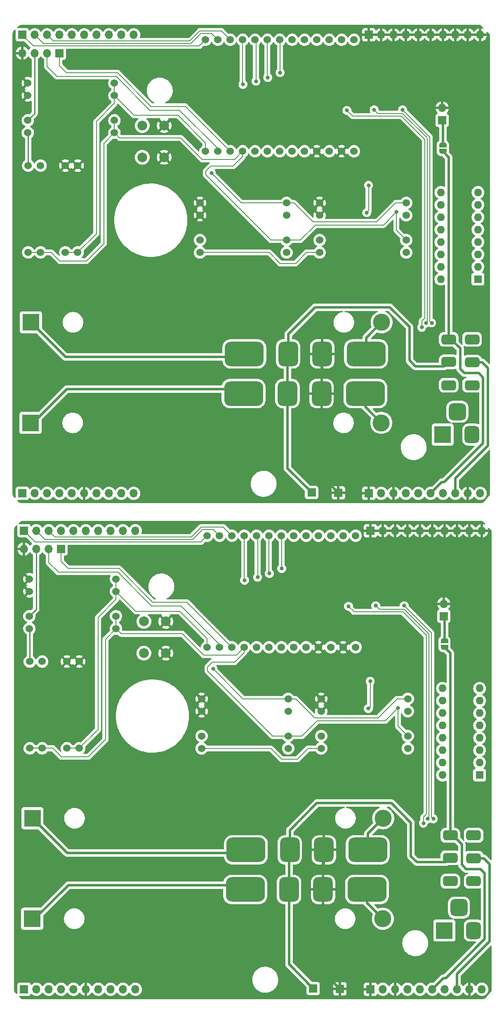
<source format=gbr>
%TF.GenerationSoftware,KiCad,Pcbnew,6.0.7-f9a2dced07~116~ubuntu20.04.1*%
%TF.CreationDate,2022-11-23T13:06:06+01:00*%
%TF.ProjectId,board,626f6172-642e-46b6-9963-61645f706362,rev?*%
%TF.SameCoordinates,Original*%
%TF.FileFunction,Copper,L2,Bot*%
%TF.FilePolarity,Positive*%
%FSLAX46Y46*%
G04 Gerber Fmt 4.6, Leading zero omitted, Abs format (unit mm)*
G04 Created by KiCad (PCBNEW 6.0.7-f9a2dced07~116~ubuntu20.04.1) date 2022-11-23 13:06:06*
%MOMM*%
%LPD*%
G01*
G04 APERTURE LIST*
G04 Aperture macros list*
%AMRoundRect*
0 Rectangle with rounded corners*
0 $1 Rounding radius*
0 $2 $3 $4 $5 $6 $7 $8 $9 X,Y pos of 4 corners*
0 Add a 4 corners polygon primitive as box body*
4,1,4,$2,$3,$4,$5,$6,$7,$8,$9,$2,$3,0*
0 Add four circle primitives for the rounded corners*
1,1,$1+$1,$2,$3*
1,1,$1+$1,$4,$5*
1,1,$1+$1,$6,$7*
1,1,$1+$1,$8,$9*
0 Add four rect primitives between the rounded corners*
20,1,$1+$1,$2,$3,$4,$5,0*
20,1,$1+$1,$4,$5,$6,$7,0*
20,1,$1+$1,$6,$7,$8,$9,0*
20,1,$1+$1,$8,$9,$2,$3,0*%
%AMFreePoly0*
4,1,22,0.500000,-0.750000,0.000000,-0.750000,0.000000,-0.745033,-0.079941,-0.743568,-0.215256,-0.701293,-0.333266,-0.622738,-0.424486,-0.514219,-0.481581,-0.384460,-0.499164,-0.250000,-0.500000,-0.250000,-0.500000,0.250000,-0.499164,0.250000,-0.499963,0.256109,-0.478152,0.396186,-0.417904,0.524511,-0.324060,0.630769,-0.204165,0.706417,-0.067858,0.745374,0.000000,0.744959,0.000000,0.750000,
0.500000,0.750000,0.500000,-0.750000,0.500000,-0.750000,$1*%
%AMFreePoly1*
4,1,20,0.000000,0.744959,0.073905,0.744508,0.209726,0.703889,0.328688,0.626782,0.421226,0.519385,0.479903,0.390333,0.500000,0.250000,0.500000,-0.250000,0.499851,-0.262216,0.476331,-0.402017,0.414519,-0.529596,0.319384,-0.634700,0.198574,-0.708877,0.061801,-0.746166,0.000000,-0.745033,0.000000,-0.750000,-0.500000,-0.750000,-0.500000,0.750000,0.000000,0.750000,0.000000,0.744959,
0.000000,0.744959,$1*%
G04 Aperture macros list end*
%TA.AperFunction,ComponentPad*%
%ADD10C,1.524000*%
%TD*%
%TA.AperFunction,ComponentPad*%
%ADD11R,1.700000X1.700000*%
%TD*%
%TA.AperFunction,ComponentPad*%
%ADD12O,1.700000X1.700000*%
%TD*%
%TA.AperFunction,SMDPad,CuDef*%
%ADD13FreePoly0,270.000000*%
%TD*%
%TA.AperFunction,SMDPad,CuDef*%
%ADD14FreePoly1,270.000000*%
%TD*%
%TA.AperFunction,ComponentPad*%
%ADD15C,2.000000*%
%TD*%
%TA.AperFunction,ComponentPad*%
%ADD16R,1.600000X1.600000*%
%TD*%
%TA.AperFunction,ComponentPad*%
%ADD17O,1.600000X1.600000*%
%TD*%
%TA.AperFunction,ComponentPad*%
%ADD18R,3.500000X3.500000*%
%TD*%
%TA.AperFunction,ComponentPad*%
%ADD19C,3.500000*%
%TD*%
%TA.AperFunction,SMDPad,CuDef*%
%ADD20RoundRect,1.250000X-2.750000X-1.250000X2.750000X-1.250000X2.750000X1.250000X-2.750000X1.250000X0*%
%TD*%
%TA.AperFunction,SMDPad,CuDef*%
%ADD21RoundRect,1.000000X-1.000000X-1.500000X1.000000X-1.500000X1.000000X1.500000X-1.000000X1.500000X0*%
%TD*%
%TA.AperFunction,ComponentPad*%
%ADD22RoundRect,0.750000X0.750000X1.000000X-0.750000X1.000000X-0.750000X-1.000000X0.750000X-1.000000X0*%
%TD*%
%TA.AperFunction,ComponentPad*%
%ADD23RoundRect,0.875000X0.875000X0.875000X-0.875000X0.875000X-0.875000X-0.875000X0.875000X-0.875000X0*%
%TD*%
%TA.AperFunction,ComponentPad*%
%ADD24RoundRect,0.500000X1.000000X-0.500000X1.000000X0.500000X-1.000000X0.500000X-1.000000X-0.500000X0*%
%TD*%
%TA.AperFunction,ViaPad*%
%ADD25C,0.800000*%
%TD*%
%TA.AperFunction,Conductor*%
%ADD26C,0.200000*%
%TD*%
%TA.AperFunction,Conductor*%
%ADD27C,0.508000*%
%TD*%
%TA.AperFunction,Conductor*%
%ADD28C,0.250000*%
%TD*%
G04 APERTURE END LIST*
D10*
%TO.P,U20,1,GND*%
%TO.N,GND1*%
X100635047Y-166033953D03*
%TO.P,U20,2,GND*%
X100635047Y-168573953D03*
%TO.P,U20,3,3v3*%
%TO.N,+3V3*%
X100635047Y-173653953D03*
%TO.P,U20,4,3v3*%
X100635047Y-176193953D03*
%TO.P,U20,5,SCL*%
%TO.N,I2C_SCL_shield1*%
X118415047Y-176193953D03*
%TO.P,U20,6,SCL*%
X118415047Y-173653953D03*
%TO.P,U20,7,SDA*%
%TO.N,I2C_SDA_shield1*%
X118415047Y-168573953D03*
%TO.P,U20,8,SDA*%
X118415047Y-166033953D03*
%TD*%
D11*
%TO.P,J25,1,Pin_1*%
%TO.N,UART_RXD_shield1*%
X47225047Y-135323953D03*
D12*
%TO.P,J25,2,Pin_2*%
%TO.N,UART_TXD_shield1*%
X44685047Y-135323953D03*
%TO.P,J25,3,Pin_3*%
%TO.N,+3V3*%
X42145047Y-135323953D03*
%TO.P,J25,4,Pin_4*%
%TO.N,GND1*%
X39605047Y-135323953D03*
%TD*%
D11*
%TO.P,J1,1,Pin_1*%
%TO.N,GND1*%
X110744047Y-131571953D03*
D12*
%TO.P,J1,2,Pin_2*%
X113284047Y-131571953D03*
%TO.P,J1,3,Pin_3*%
X115824047Y-131571953D03*
%TO.P,J1,4,Pin_4*%
X118364047Y-131571953D03*
%TO.P,J1,5,Pin_5*%
X120904047Y-131571953D03*
%TO.P,J1,6,Pin_6*%
X123444047Y-131571953D03*
%TO.P,J1,7,Pin_7*%
X125984047Y-131571953D03*
%TO.P,J1,8,Pin_8*%
X128524047Y-131571953D03*
%TO.P,J1,9,Pin_9*%
X131064047Y-131571953D03*
%TO.P,J1,10,Pin_10*%
X133604047Y-131571953D03*
%TD*%
D13*
%TO.P,JP2,1,A*%
%TO.N,Net-(J4-Pad1)*%
X125925047Y-154147953D03*
D14*
%TO.P,JP2,2,B*%
%TO.N,Battery_+_shield1*%
X125925047Y-155447953D03*
%TD*%
D15*
%TO.P,SW3,1*%
%TO.N,RESET_shield1*%
X64239047Y-156665953D03*
X64239047Y-150165953D03*
%TO.P,SW3,2*%
%TO.N,GND1*%
X68739047Y-156665953D03*
X68739047Y-150165953D03*
%TD*%
D11*
%TO.P,J27,1,Pin_1*%
%TO.N,GND1*%
X104495047Y-225453953D03*
%TD*%
D16*
%TO.P,SW1,1*%
%TO.N,Net-(R1-Pad1)*%
X133145047Y-181653953D03*
D17*
%TO.P,SW1,2*%
%TO.N,Net-(R2-Pad1)*%
X133145047Y-179113953D03*
%TO.P,SW1,3*%
%TO.N,Net-(R3-Pad1)*%
X133145047Y-176573953D03*
%TO.P,SW1,4*%
%TO.N,Net-(R4-Pad1)*%
X133145047Y-174033953D03*
%TO.P,SW1,5*%
%TO.N,Net-(R5-Pad1)*%
X133145047Y-171493953D03*
%TO.P,SW1,6*%
%TO.N,Net-(R14-Pad1)*%
X133145047Y-168953953D03*
%TO.P,SW1,7*%
%TO.N,Net-(R15-Pad1)*%
X133145047Y-166413953D03*
%TO.P,SW1,8*%
%TO.N,Net-(R16-Pad1)*%
X133145047Y-163873953D03*
%TO.P,SW1,9*%
%TO.N,Net-(SW1-Pad9)*%
X125525047Y-163873953D03*
%TO.P,SW1,10*%
%TO.N,Net-(SW1-Pad10)*%
X125525047Y-166413953D03*
%TO.P,SW1,11*%
%TO.N,Net-(SW1-Pad11)*%
X125525047Y-168953953D03*
%TO.P,SW1,12*%
%TO.N,Net-(SW1-Pad12)*%
X125525047Y-171493953D03*
%TO.P,SW1,13*%
%TO.N,Net-(SW1-Pad13)*%
X125525047Y-174033953D03*
%TO.P,SW1,14*%
%TO.N,Net-(SW1-Pad14)*%
X125525047Y-176573953D03*
%TO.P,SW1,15*%
%TO.N,Net-(SW1-Pad15)*%
X125525047Y-179113953D03*
%TO.P,SW1,16*%
%TO.N,Net-(SW1-Pad16)*%
X125525047Y-181653953D03*
%TD*%
D10*
%TO.P,U1,1,GND*%
%TO.N,GND1*%
X40735047Y-141473953D03*
%TO.P,U1,2,GND*%
X40735047Y-144013953D03*
%TO.P,U1,3,3v3*%
%TO.N,+3V3*%
X40735047Y-149093953D03*
%TO.P,U1,4,3v3*%
X40735047Y-151633953D03*
%TO.P,U1,5,SCL*%
%TO.N,I2C_SCL_shield1*%
X58515047Y-151633953D03*
%TO.P,U1,6,SCL*%
X58515047Y-149093953D03*
%TO.P,U1,7,SDA*%
%TO.N,I2C_SDA_shield1*%
X58515047Y-144013953D03*
%TO.P,U1,8,SDA*%
X58515047Y-141473953D03*
%TD*%
%TO.P,U9,1,IO25*%
%TO.N,unconnected-(U9-Pad1)*%
X107696047Y-132587953D03*
%TO.P,U9,2,IO4*%
%TO.N,5V_en_shield1*%
X105156047Y-132587953D03*
%TO.P,U9,3,IO0*%
%TO.N,unconnected-(U9-Pad3)*%
X102616047Y-132587953D03*
%TO.P,U9,4,IO2*%
%TO.N,ADC_OPC-N3_shield1*%
X100076047Y-132587953D03*
%TO.P,U9,5,IO15*%
%TO.N,SPI_CS_shield1*%
X97536047Y-132587953D03*
%TO.P,U9,6,IO13*%
%TO.N,SPI_MOSI_shield1*%
X94996047Y-132587953D03*
%TO.P,U9,7,IO12*%
%TO.N,SPI_MISO_shield1*%
X92456047Y-132587953D03*
%TO.P,U9,8,IO14*%
%TO.N,SPI_CSK_shield1*%
X89916047Y-132587953D03*
%TO.P,U9,9,IO35*%
%TO.N,ADC_BATT_shield1*%
X87376047Y-132587953D03*
%TO.P,U9,10,IO34*%
%TO.N,ADC_AFE_shield1*%
X84836047Y-132587953D03*
%TO.P,U9,11,RST*%
%TO.N,RESET_shield1*%
X82296047Y-132587953D03*
%TO.P,U9,12,S_VN*%
%TO.N,UART_TX_shield1*%
X79756047Y-132587953D03*
%TO.P,U9,13,S_VP*%
%TO.N,UART_RX_shield1*%
X77216047Y-132587953D03*
%TO.P,U9,14,IO21*%
%TO.N,I2C_SDA_shield1*%
X77216047Y-155447953D03*
%TO.P,U9,15,TXD*%
%TO.N,UART_TXD_shield1*%
X79756047Y-155447953D03*
%TO.P,U9,16,RXD*%
%TO.N,UART_RXD_shield1*%
X82296047Y-155447953D03*
%TO.P,U9,17,IO22*%
%TO.N,I2C_SCL_shield1*%
X84836047Y-155447953D03*
%TO.P,U9,18,IO23*%
%TO.N,unconnected-(U9-Pad18)*%
X87376047Y-155447953D03*
%TO.P,U9,19,IO19*%
%TO.N,unconnected-(U9-Pad19)*%
X89916047Y-155447953D03*
%TO.P,U9,20,LoRa2*%
%TO.N,lora2_shield1*%
X92456047Y-155447953D03*
%TO.P,U9,21,LoRa1*%
%TO.N,lora1_shield1*%
X94996047Y-155447953D03*
%TO.P,U9,22,IO26*%
%TO.N,unconnected-(U9-Pad22)*%
X97536047Y-155447953D03*
%TO.P,U9,23,GND*%
%TO.N,GND1*%
X100076047Y-155447953D03*
%TO.P,U9,24,3V3*%
%TO.N,+3V3*%
X102616047Y-155447953D03*
%TO.P,U9,25,GND*%
%TO.N,GND1*%
X105156047Y-155447953D03*
%TO.P,U9,26,5V*%
%TO.N,+5C*%
X107696047Y-155447953D03*
%TD*%
D11*
%TO.P,J6,1,Pin_1*%
%TO.N,GND1*%
X110744047Y-225551953D03*
D12*
%TO.P,J6,2,Pin_2*%
%TO.N,+3V3*%
X113284047Y-225551953D03*
%TO.P,J6,3,Pin_3*%
%TO.N,GND1*%
X115824047Y-225551953D03*
%TO.P,J6,4,Pin_4*%
%TO.N,+5C*%
X118364047Y-225551953D03*
%TO.P,J6,5,Pin_5*%
%TO.N,AFE-3.5V_shield1*%
X120904047Y-225551953D03*
%TO.P,J6,6,Pin_6*%
%TO.N,Battery_+_shield1*%
X123444047Y-225551953D03*
%TO.P,J6,7,Pin_7*%
%TO.N,V_IN-_shield1*%
X125984047Y-225551953D03*
%TO.P,J6,8,Pin_8*%
%TO.N,V_IN+_shield1*%
X128524047Y-225551953D03*
%TO.P,J6,9,Pin_9*%
%TO.N,GND1*%
X131064047Y-225551953D03*
%TO.P,J6,10,Pin_10*%
%TO.N,OPC-N3-5V_shield1*%
X133604047Y-225551953D03*
%TD*%
D11*
%TO.P,J2,1,Pin_1*%
%TO.N,UART_RX_shield1*%
X39624047Y-131571953D03*
D12*
%TO.P,J2,2,Pin_2*%
%TO.N,UART_TX_shield1*%
X42164047Y-131571953D03*
%TO.P,J2,3,Pin_3*%
%TO.N,RESET_shield1*%
X44704047Y-131571953D03*
%TO.P,J2,4,Pin_4*%
%TO.N,ADC_AFE_shield1*%
X47244047Y-131571953D03*
%TO.P,J2,5,Pin_5*%
%TO.N,ADC_BATT_shield1*%
X49784047Y-131571953D03*
%TO.P,J2,6,Pin_6*%
%TO.N,SPI_CSK_shield1*%
X52324047Y-131571953D03*
%TO.P,J2,7,Pin_7*%
%TO.N,SPI_MISO_shield1*%
X54864047Y-131571953D03*
%TO.P,J2,8,Pin_8*%
%TO.N,SPI_MOSI_shield1*%
X57404047Y-131571953D03*
%TO.P,J2,9,Pin_9*%
%TO.N,SPI_CS_shield1*%
X59944047Y-131571953D03*
%TO.P,J2,10,Pin_10*%
%TO.N,ADC_OPC-N3_shield1*%
X62484047Y-131571953D03*
%TD*%
D11*
%TO.P,J7,1,Pin_1*%
%TO.N,I2C_SDA_shield1*%
X39624047Y-225551953D03*
D12*
%TO.P,J7,2,Pin_2*%
%TO.N,UART_TXD_shield1*%
X42164047Y-225551953D03*
%TO.P,J7,3,Pin_3*%
%TO.N,UART_RXD_shield1*%
X44704047Y-225551953D03*
%TO.P,J7,4,Pin_4*%
%TO.N,I2C_SCL_shield1*%
X47244047Y-225551953D03*
%TO.P,J7,5,Pin_5*%
%TO.N,5V_en_shield1*%
X49784047Y-225551953D03*
%TO.P,J7,6,Pin_6*%
%TO.N,GND1*%
X52324047Y-225551953D03*
%TO.P,J7,7,Pin_7*%
%TO.N,unconnected-(J7-Pad7)*%
X54864047Y-225551953D03*
%TO.P,J7,8,Pin_8*%
%TO.N,lora2_shield1*%
X57404047Y-225551953D03*
%TO.P,J7,9,Pin_9*%
%TO.N,lora1_shield1*%
X59944047Y-225551953D03*
%TO.P,J7,10,Pin_10*%
%TO.N,unconnected-(J7-Pad10)*%
X62484047Y-225551953D03*
%TD*%
D10*
%TO.P,U2,1,GND*%
%TO.N,GND1*%
X50980047Y-158383953D03*
%TO.P,U2,2,GND*%
X48440047Y-158383953D03*
%TO.P,U2,3,3v3*%
%TO.N,+3V3*%
X43360047Y-158383953D03*
%TO.P,U2,4,3v3*%
X40820047Y-158383953D03*
%TO.P,U2,5,SCL*%
%TO.N,I2C_SCL_shield1*%
X40820047Y-176163953D03*
%TO.P,U2,6,SCL*%
X43360047Y-176163953D03*
%TO.P,U2,7,SDA*%
%TO.N,I2C_SDA_shield1*%
X48440047Y-176163953D03*
%TO.P,U2,8,SDA*%
X50980047Y-176163953D03*
%TD*%
D18*
%TO.P,BT2,1,+*%
%TO.N,Net-(BT2-Pad1)*%
X41295047Y-211103953D03*
D19*
%TO.P,BT2,2,-*%
%TO.N,Net-(BT2-Pad2)*%
X113295047Y-211103953D03*
%TD*%
D10*
%TO.P,U3,1,GND*%
%TO.N,GND1*%
X76075047Y-166033953D03*
%TO.P,U3,2,GND*%
X76075047Y-168573953D03*
%TO.P,U3,3,3v3*%
%TO.N,+3V3*%
X76075047Y-173653953D03*
%TO.P,U3,4,3v3*%
X76075047Y-176193953D03*
%TO.P,U3,5,SCL*%
%TO.N,I2C_SCL_shield1*%
X93855047Y-176193953D03*
%TO.P,U3,6,SCL*%
X93855047Y-173653953D03*
%TO.P,U3,7,SDA*%
%TO.N,I2C_SDA_shield1*%
X93855047Y-168573953D03*
%TO.P,U3,8,SDA*%
X93855047Y-166033953D03*
%TD*%
D20*
%TO.P,U21,1,BATT+*%
%TO.N,Net-(BT2-Pad1)*%
X85031047Y-205104953D03*
D21*
%TO.P,U21,2,PWR+*%
%TO.N,lead_battery_+*%
X94031047Y-205104953D03*
%TO.P,U21,3,PWR-*%
%TO.N,GND1*%
X101031047Y-205104953D03*
D20*
%TO.P,U21,4,BATT-*%
%TO.N,Net-(BT2-Pad2)*%
X110031047Y-205104953D03*
%TD*%
D18*
%TO.P,J8,1*%
%TO.N,Net-(J8-Pad1)*%
X125915047Y-213521453D03*
D22*
%TO.P,J8,2*%
%TO.N,Net-(J8-Pad2)*%
X131915047Y-213521453D03*
D23*
%TO.P,J8,3*%
%TO.N,unconnected-(J8-Pad3)*%
X128915047Y-208821453D03*
%TD*%
D24*
%TO.P,SW2,1,A*%
%TO.N,unconnected-(SW2-Pad1)*%
X131935047Y-203403953D03*
%TO.P,SW2,2,B*%
%TO.N,V_IN+_shield1*%
X131935047Y-198703953D03*
%TO.P,SW2,3,C*%
%TO.N,Net-(J8-Pad1)*%
X131935047Y-194003953D03*
%TO.P,SW2,4,A*%
%TO.N,unconnected-(SW2-Pad4)*%
X127135047Y-203403953D03*
%TO.P,SW2,5,B*%
%TO.N,lead_battery_+*%
X127135047Y-198603953D03*
%TO.P,SW2,6,C*%
%TO.N,Battery_+_shield1*%
X127135047Y-194003953D03*
%TD*%
D18*
%TO.P,BT1,1,+*%
%TO.N,Net-(BT1-Pad1)*%
X41365047Y-190503953D03*
D19*
%TO.P,BT1,2,-*%
%TO.N,Net-(BT1-Pad2)*%
X113365047Y-190503953D03*
%TD*%
D20*
%TO.P,U19,1,BATT+*%
%TO.N,Net-(BT1-Pad1)*%
X85177047Y-196976953D03*
D21*
%TO.P,U19,2,PWR+*%
%TO.N,lead_battery_+*%
X94177047Y-196976953D03*
%TO.P,U19,3,PWR-*%
%TO.N,GND1*%
X101177047Y-196976953D03*
D20*
%TO.P,U19,4,BATT-*%
%TO.N,Net-(BT1-Pad2)*%
X110177047Y-196976953D03*
%TD*%
D11*
%TO.P,J28,1,Pin_1*%
%TO.N,lead_battery_+*%
X98995047Y-225393953D03*
%TD*%
%TO.P,J4,1,Pin_1*%
%TO.N,Net-(J4-Pad1)*%
X125798047Y-149097953D03*
D12*
%TO.P,J4,2,Pin_2*%
%TO.N,GND1*%
X125798047Y-146557953D03*
%TD*%
D11*
%TO.P,J4,1,Pin_1*%
%TO.N,Net-(J4-Pad1)*%
X125466500Y-47452000D03*
D12*
%TO.P,J4,2,Pin_2*%
%TO.N,GND1*%
X125466500Y-44912000D03*
%TD*%
D11*
%TO.P,J28,1,Pin_1*%
%TO.N,lead_battery_+*%
X98663500Y-123748000D03*
%TD*%
D20*
%TO.P,U19,1,BATT+*%
%TO.N,Net-(BT1-Pad1)*%
X84845500Y-95331000D03*
D21*
%TO.P,U19,2,PWR+*%
%TO.N,lead_battery_+*%
X93845500Y-95331000D03*
%TO.P,U19,3,PWR-*%
%TO.N,GND1*%
X100845500Y-95331000D03*
D20*
%TO.P,U19,4,BATT-*%
%TO.N,Net-(BT1-Pad2)*%
X109845500Y-95331000D03*
%TD*%
D18*
%TO.P,BT1,1,+*%
%TO.N,Net-(BT1-Pad1)*%
X41033500Y-88858000D03*
D19*
%TO.P,BT1,2,-*%
%TO.N,Net-(BT1-Pad2)*%
X113033500Y-88858000D03*
%TD*%
D24*
%TO.P,SW2,1,A*%
%TO.N,unconnected-(SW2-Pad1)*%
X131603500Y-101758000D03*
%TO.P,SW2,2,B*%
%TO.N,V_IN+_shield1*%
X131603500Y-97058000D03*
%TO.P,SW2,3,C*%
%TO.N,Net-(J8-Pad1)*%
X131603500Y-92358000D03*
%TO.P,SW2,4,A*%
%TO.N,unconnected-(SW2-Pad4)*%
X126803500Y-101758000D03*
%TO.P,SW2,5,B*%
%TO.N,lead_battery_+*%
X126803500Y-96958000D03*
%TO.P,SW2,6,C*%
%TO.N,Battery_+_shield1*%
X126803500Y-92358000D03*
%TD*%
D18*
%TO.P,J8,1*%
%TO.N,Net-(J8-Pad1)*%
X125583500Y-111875500D03*
D22*
%TO.P,J8,2*%
%TO.N,Net-(J8-Pad2)*%
X131583500Y-111875500D03*
D23*
%TO.P,J8,3*%
%TO.N,unconnected-(J8-Pad3)*%
X128583500Y-107175500D03*
%TD*%
D20*
%TO.P,U21,1,BATT+*%
%TO.N,Net-(BT2-Pad1)*%
X84699500Y-103459000D03*
D21*
%TO.P,U21,2,PWR+*%
%TO.N,lead_battery_+*%
X93699500Y-103459000D03*
%TO.P,U21,3,PWR-*%
%TO.N,GND1*%
X100699500Y-103459000D03*
D20*
%TO.P,U21,4,BATT-*%
%TO.N,Net-(BT2-Pad2)*%
X109699500Y-103459000D03*
%TD*%
D10*
%TO.P,U3,1,GND*%
%TO.N,GND1*%
X75743500Y-64388000D03*
%TO.P,U3,2,GND*%
X75743500Y-66928000D03*
%TO.P,U3,3,3v3*%
%TO.N,+3V3*%
X75743500Y-72008000D03*
%TO.P,U3,4,3v3*%
X75743500Y-74548000D03*
%TO.P,U3,5,SCL*%
%TO.N,I2C_SCL_shield1*%
X93523500Y-74548000D03*
%TO.P,U3,6,SCL*%
X93523500Y-72008000D03*
%TO.P,U3,7,SDA*%
%TO.N,I2C_SDA_shield1*%
X93523500Y-66928000D03*
%TO.P,U3,8,SDA*%
X93523500Y-64388000D03*
%TD*%
D18*
%TO.P,BT2,1,+*%
%TO.N,Net-(BT2-Pad1)*%
X40963500Y-109458000D03*
D19*
%TO.P,BT2,2,-*%
%TO.N,Net-(BT2-Pad2)*%
X112963500Y-109458000D03*
%TD*%
D10*
%TO.P,U2,1,GND*%
%TO.N,GND1*%
X50648500Y-56738000D03*
%TO.P,U2,2,GND*%
X48108500Y-56738000D03*
%TO.P,U2,3,3v3*%
%TO.N,+3V3*%
X43028500Y-56738000D03*
%TO.P,U2,4,3v3*%
X40488500Y-56738000D03*
%TO.P,U2,5,SCL*%
%TO.N,I2C_SCL_shield1*%
X40488500Y-74518000D03*
%TO.P,U2,6,SCL*%
X43028500Y-74518000D03*
%TO.P,U2,7,SDA*%
%TO.N,I2C_SDA_shield1*%
X48108500Y-74518000D03*
%TO.P,U2,8,SDA*%
X50648500Y-74518000D03*
%TD*%
D11*
%TO.P,J7,1,Pin_1*%
%TO.N,I2C_SDA_shield1*%
X39292500Y-123906000D03*
D12*
%TO.P,J7,2,Pin_2*%
%TO.N,UART_TXD_shield1*%
X41832500Y-123906000D03*
%TO.P,J7,3,Pin_3*%
%TO.N,UART_RXD_shield1*%
X44372500Y-123906000D03*
%TO.P,J7,4,Pin_4*%
%TO.N,I2C_SCL_shield1*%
X46912500Y-123906000D03*
%TO.P,J7,5,Pin_5*%
%TO.N,5V_en_shield1*%
X49452500Y-123906000D03*
%TO.P,J7,6,Pin_6*%
%TO.N,GND1*%
X51992500Y-123906000D03*
%TO.P,J7,7,Pin_7*%
%TO.N,unconnected-(J7-Pad7)*%
X54532500Y-123906000D03*
%TO.P,J7,8,Pin_8*%
%TO.N,lora2_shield1*%
X57072500Y-123906000D03*
%TO.P,J7,9,Pin_9*%
%TO.N,lora1_shield1*%
X59612500Y-123906000D03*
%TO.P,J7,10,Pin_10*%
%TO.N,unconnected-(J7-Pad10)*%
X62152500Y-123906000D03*
%TD*%
D11*
%TO.P,J2,1,Pin_1*%
%TO.N,UART_RX_shield1*%
X39292500Y-29926000D03*
D12*
%TO.P,J2,2,Pin_2*%
%TO.N,UART_TX_shield1*%
X41832500Y-29926000D03*
%TO.P,J2,3,Pin_3*%
%TO.N,RESET_shield1*%
X44372500Y-29926000D03*
%TO.P,J2,4,Pin_4*%
%TO.N,ADC_AFE_shield1*%
X46912500Y-29926000D03*
%TO.P,J2,5,Pin_5*%
%TO.N,ADC_BATT_shield1*%
X49452500Y-29926000D03*
%TO.P,J2,6,Pin_6*%
%TO.N,SPI_CSK_shield1*%
X51992500Y-29926000D03*
%TO.P,J2,7,Pin_7*%
%TO.N,SPI_MISO_shield1*%
X54532500Y-29926000D03*
%TO.P,J2,8,Pin_8*%
%TO.N,SPI_MOSI_shield1*%
X57072500Y-29926000D03*
%TO.P,J2,9,Pin_9*%
%TO.N,SPI_CS_shield1*%
X59612500Y-29926000D03*
%TO.P,J2,10,Pin_10*%
%TO.N,ADC_OPC-N3_shield1*%
X62152500Y-29926000D03*
%TD*%
D11*
%TO.P,J6,1,Pin_1*%
%TO.N,GND1*%
X110412500Y-123906000D03*
D12*
%TO.P,J6,2,Pin_2*%
%TO.N,+3V3*%
X112952500Y-123906000D03*
%TO.P,J6,3,Pin_3*%
%TO.N,GND1*%
X115492500Y-123906000D03*
%TO.P,J6,4,Pin_4*%
%TO.N,+5C*%
X118032500Y-123906000D03*
%TO.P,J6,5,Pin_5*%
%TO.N,AFE-3.5V_shield1*%
X120572500Y-123906000D03*
%TO.P,J6,6,Pin_6*%
%TO.N,Battery_+_shield1*%
X123112500Y-123906000D03*
%TO.P,J6,7,Pin_7*%
%TO.N,V_IN-_shield1*%
X125652500Y-123906000D03*
%TO.P,J6,8,Pin_8*%
%TO.N,V_IN+_shield1*%
X128192500Y-123906000D03*
%TO.P,J6,9,Pin_9*%
%TO.N,GND1*%
X130732500Y-123906000D03*
%TO.P,J6,10,Pin_10*%
%TO.N,OPC-N3-5V_shield1*%
X133272500Y-123906000D03*
%TD*%
D10*
%TO.P,U9,1,IO25*%
%TO.N,unconnected-(U9-Pad1)*%
X107364500Y-30942000D03*
%TO.P,U9,2,IO4*%
%TO.N,5V_en_shield1*%
X104824500Y-30942000D03*
%TO.P,U9,3,IO0*%
%TO.N,unconnected-(U9-Pad3)*%
X102284500Y-30942000D03*
%TO.P,U9,4,IO2*%
%TO.N,ADC_OPC-N3_shield1*%
X99744500Y-30942000D03*
%TO.P,U9,5,IO15*%
%TO.N,SPI_CS_shield1*%
X97204500Y-30942000D03*
%TO.P,U9,6,IO13*%
%TO.N,SPI_MOSI_shield1*%
X94664500Y-30942000D03*
%TO.P,U9,7,IO12*%
%TO.N,SPI_MISO_shield1*%
X92124500Y-30942000D03*
%TO.P,U9,8,IO14*%
%TO.N,SPI_CSK_shield1*%
X89584500Y-30942000D03*
%TO.P,U9,9,IO35*%
%TO.N,ADC_BATT_shield1*%
X87044500Y-30942000D03*
%TO.P,U9,10,IO34*%
%TO.N,ADC_AFE_shield1*%
X84504500Y-30942000D03*
%TO.P,U9,11,RST*%
%TO.N,RESET_shield1*%
X81964500Y-30942000D03*
%TO.P,U9,12,S_VN*%
%TO.N,UART_TX_shield1*%
X79424500Y-30942000D03*
%TO.P,U9,13,S_VP*%
%TO.N,UART_RX_shield1*%
X76884500Y-30942000D03*
%TO.P,U9,14,IO21*%
%TO.N,I2C_SDA_shield1*%
X76884500Y-53802000D03*
%TO.P,U9,15,TXD*%
%TO.N,UART_TXD_shield1*%
X79424500Y-53802000D03*
%TO.P,U9,16,RXD*%
%TO.N,UART_RXD_shield1*%
X81964500Y-53802000D03*
%TO.P,U9,17,IO22*%
%TO.N,I2C_SCL_shield1*%
X84504500Y-53802000D03*
%TO.P,U9,18,IO23*%
%TO.N,unconnected-(U9-Pad18)*%
X87044500Y-53802000D03*
%TO.P,U9,19,IO19*%
%TO.N,unconnected-(U9-Pad19)*%
X89584500Y-53802000D03*
%TO.P,U9,20,LoRa2*%
%TO.N,lora2_shield1*%
X92124500Y-53802000D03*
%TO.P,U9,21,LoRa1*%
%TO.N,lora1_shield1*%
X94664500Y-53802000D03*
%TO.P,U9,22,IO26*%
%TO.N,unconnected-(U9-Pad22)*%
X97204500Y-53802000D03*
%TO.P,U9,23,GND*%
%TO.N,GND1*%
X99744500Y-53802000D03*
%TO.P,U9,24,3V3*%
%TO.N,+3V3*%
X102284500Y-53802000D03*
%TO.P,U9,25,GND*%
%TO.N,GND1*%
X104824500Y-53802000D03*
%TO.P,U9,26,5V*%
%TO.N,+5C*%
X107364500Y-53802000D03*
%TD*%
%TO.P,U1,1,GND*%
%TO.N,GND1*%
X40403500Y-39828000D03*
%TO.P,U1,2,GND*%
X40403500Y-42368000D03*
%TO.P,U1,3,3v3*%
%TO.N,+3V3*%
X40403500Y-47448000D03*
%TO.P,U1,4,3v3*%
X40403500Y-49988000D03*
%TO.P,U1,5,SCL*%
%TO.N,I2C_SCL_shield1*%
X58183500Y-49988000D03*
%TO.P,U1,6,SCL*%
X58183500Y-47448000D03*
%TO.P,U1,7,SDA*%
%TO.N,I2C_SDA_shield1*%
X58183500Y-42368000D03*
%TO.P,U1,8,SDA*%
X58183500Y-39828000D03*
%TD*%
D16*
%TO.P,SW1,1*%
%TO.N,Net-(R1-Pad1)*%
X132813500Y-80008000D03*
D17*
%TO.P,SW1,2*%
%TO.N,Net-(R2-Pad1)*%
X132813500Y-77468000D03*
%TO.P,SW1,3*%
%TO.N,Net-(R3-Pad1)*%
X132813500Y-74928000D03*
%TO.P,SW1,4*%
%TO.N,Net-(R4-Pad1)*%
X132813500Y-72388000D03*
%TO.P,SW1,5*%
%TO.N,Net-(R5-Pad1)*%
X132813500Y-69848000D03*
%TO.P,SW1,6*%
%TO.N,Net-(R14-Pad1)*%
X132813500Y-67308000D03*
%TO.P,SW1,7*%
%TO.N,Net-(R15-Pad1)*%
X132813500Y-64768000D03*
%TO.P,SW1,8*%
%TO.N,Net-(R16-Pad1)*%
X132813500Y-62228000D03*
%TO.P,SW1,9*%
%TO.N,Net-(SW1-Pad9)*%
X125193500Y-62228000D03*
%TO.P,SW1,10*%
%TO.N,Net-(SW1-Pad10)*%
X125193500Y-64768000D03*
%TO.P,SW1,11*%
%TO.N,Net-(SW1-Pad11)*%
X125193500Y-67308000D03*
%TO.P,SW1,12*%
%TO.N,Net-(SW1-Pad12)*%
X125193500Y-69848000D03*
%TO.P,SW1,13*%
%TO.N,Net-(SW1-Pad13)*%
X125193500Y-72388000D03*
%TO.P,SW1,14*%
%TO.N,Net-(SW1-Pad14)*%
X125193500Y-74928000D03*
%TO.P,SW1,15*%
%TO.N,Net-(SW1-Pad15)*%
X125193500Y-77468000D03*
%TO.P,SW1,16*%
%TO.N,Net-(SW1-Pad16)*%
X125193500Y-80008000D03*
%TD*%
D11*
%TO.P,J27,1,Pin_1*%
%TO.N,GND1*%
X104163500Y-123808000D03*
%TD*%
D15*
%TO.P,SW3,1*%
%TO.N,RESET_shield1*%
X63907500Y-48520000D03*
X63907500Y-55020000D03*
%TO.P,SW3,2*%
%TO.N,GND1*%
X68407500Y-48520000D03*
X68407500Y-55020000D03*
%TD*%
D13*
%TO.P,JP2,1,A*%
%TO.N,Net-(J4-Pad1)*%
X125593500Y-52502000D03*
D14*
%TO.P,JP2,2,B*%
%TO.N,Battery_+_shield1*%
X125593500Y-53802000D03*
%TD*%
D11*
%TO.P,J1,1,Pin_1*%
%TO.N,GND1*%
X110412500Y-29926000D03*
D12*
%TO.P,J1,2,Pin_2*%
X112952500Y-29926000D03*
%TO.P,J1,3,Pin_3*%
X115492500Y-29926000D03*
%TO.P,J1,4,Pin_4*%
X118032500Y-29926000D03*
%TO.P,J1,5,Pin_5*%
X120572500Y-29926000D03*
%TO.P,J1,6,Pin_6*%
X123112500Y-29926000D03*
%TO.P,J1,7,Pin_7*%
X125652500Y-29926000D03*
%TO.P,J1,8,Pin_8*%
X128192500Y-29926000D03*
%TO.P,J1,9,Pin_9*%
X130732500Y-29926000D03*
%TO.P,J1,10,Pin_10*%
X133272500Y-29926000D03*
%TD*%
D11*
%TO.P,J25,1,Pin_1*%
%TO.N,UART_RXD_shield1*%
X46893500Y-33678000D03*
D12*
%TO.P,J25,2,Pin_2*%
%TO.N,UART_TXD_shield1*%
X44353500Y-33678000D03*
%TO.P,J25,3,Pin_3*%
%TO.N,+3V3*%
X41813500Y-33678000D03*
%TO.P,J25,4,Pin_4*%
%TO.N,GND1*%
X39273500Y-33678000D03*
%TD*%
D10*
%TO.P,U20,1,GND*%
%TO.N,GND1*%
X100303500Y-64388000D03*
%TO.P,U20,2,GND*%
X100303500Y-66928000D03*
%TO.P,U20,3,3v3*%
%TO.N,+3V3*%
X100303500Y-72008000D03*
%TO.P,U20,4,3v3*%
X100303500Y-74548000D03*
%TO.P,U20,5,SCL*%
%TO.N,I2C_SCL_shield1*%
X118083500Y-74548000D03*
%TO.P,U20,6,SCL*%
X118083500Y-72008000D03*
%TO.P,U20,7,SDA*%
%TO.N,I2C_SDA_shield1*%
X118083500Y-66928000D03*
%TO.P,U20,8,SDA*%
X118083500Y-64388000D03*
%TD*%
D25*
%TO.N,Battery_+_shield1*%
X111828047Y-146938953D03*
X122496047Y-190626953D03*
%TO.N,I2C_SCL_shield1*%
X116400047Y-167893953D03*
%TO.N,SPI_MISO_shield1*%
X92524047Y-139318953D03*
%TO.N,ADC_BATT_shield1*%
X87571047Y-141096953D03*
%TO.N,GND1*%
X105097047Y-137921953D03*
X101287047Y-171957953D03*
X109923047Y-175767953D03*
X111701047Y-137921953D03*
%TO.N,ADC_AFE_shield1*%
X84904047Y-141731953D03*
%TO.N,SPI_CSK_shield1*%
X89984047Y-140334953D03*
%TO.N,AFE-3.5V_shield1*%
X106240047Y-147065953D03*
X121607047Y-191515953D03*
%TO.N,OPC-N3-5V_shield1*%
X123639047Y-190626953D03*
X117670047Y-146938953D03*
%TO.N,Net-(JP1-Pad1)*%
X110304047Y-168020953D03*
X110685047Y-162432953D03*
%TO.N,I2C_SDA_shield1*%
X78427047Y-159892953D03*
X78095500Y-58247000D03*
%TO.N,Net-(JP1-Pad1)*%
X110353500Y-60787000D03*
X109972500Y-66375000D03*
%TO.N,OPC-N3-5V_shield1*%
X117338500Y-45293000D03*
X123307500Y-88981000D03*
%TO.N,AFE-3.5V_shield1*%
X121275500Y-89870000D03*
X105908500Y-45420000D03*
%TO.N,SPI_CSK_shield1*%
X89652500Y-38689000D03*
%TO.N,ADC_AFE_shield1*%
X84572500Y-40086000D03*
%TO.N,GND1*%
X111369500Y-36276000D03*
X109591500Y-74122000D03*
X100955500Y-70312000D03*
X104765500Y-36276000D03*
%TO.N,ADC_BATT_shield1*%
X87239500Y-39451000D03*
%TO.N,SPI_MISO_shield1*%
X92192500Y-37673000D03*
%TO.N,I2C_SCL_shield1*%
X116068500Y-66248000D03*
%TO.N,Battery_+_shield1*%
X122164500Y-88981000D03*
X111496500Y-45293000D03*
%TD*%
D26*
%TO.N,RESET_shield1*%
X44704047Y-131571953D02*
X45974047Y-132841953D01*
%TO.N,UART_TX_shield1*%
X78486047Y-131317953D02*
X79756047Y-132587953D01*
X76268047Y-131317953D02*
X78486047Y-131317953D01*
X43942047Y-133349953D02*
X74236047Y-133349953D01*
X42164047Y-131571953D02*
X43942047Y-133349953D01*
X74236047Y-133349953D02*
X76268047Y-131317953D01*
%TO.N,UART_RX_shield1*%
X41851047Y-133857953D02*
X75946047Y-133857953D01*
X39624047Y-131630953D02*
X41851047Y-133857953D01*
%TO.N,I2C_SCL_shield1*%
X58515047Y-149093953D02*
X58515047Y-151633953D01*
X78300047Y-158495953D02*
X77284047Y-159511953D01*
%TO.N,Battery_+_shield1*%
X122623047Y-152653953D02*
X117670047Y-147700953D01*
D27*
X133291047Y-200913953D02*
X130370047Y-200913953D01*
X125730047Y-223265953D02*
X126179047Y-223265953D01*
X129481047Y-200024953D02*
X129481047Y-195833953D01*
X127135047Y-156657953D02*
X125925047Y-155447953D01*
D26*
X122750047Y-157860953D02*
X122750047Y-152780953D01*
D27*
X130370047Y-200913953D02*
X129481047Y-200024953D01*
X134180047Y-201802953D02*
X133291047Y-200913953D01*
D26*
X122750047Y-190372953D02*
X122750047Y-157860953D01*
D27*
X127135047Y-194003953D02*
X127135047Y-156657953D01*
D26*
X112590047Y-147700953D02*
X111828047Y-146938953D01*
X117670047Y-147700953D02*
X115892047Y-147700953D01*
X122496047Y-190626953D02*
X122750047Y-190372953D01*
D27*
X129481047Y-195833953D02*
X127651047Y-194003953D01*
D26*
%TO.N,I2C_SCL_shield1*%
X40820047Y-176163953D02*
X43360047Y-176163953D01*
X116400047Y-171638953D02*
X118415047Y-173653953D01*
X58515047Y-151633953D02*
X59583047Y-152701953D01*
%TO.N,UART_RXD_shield1*%
X47225047Y-135323953D02*
X47225047Y-137881953D01*
X48662047Y-139318953D02*
X59123047Y-139318953D01*
D27*
%TO.N,lead_battery_+*%
X123032047Y-199516953D02*
X126222047Y-199516953D01*
X119065047Y-198293953D02*
X120288047Y-199516953D01*
X94031047Y-205104953D02*
X94031047Y-220429953D01*
D26*
%TO.N,SPI_MISO_shield1*%
X92524047Y-139318953D02*
X92524047Y-132655953D01*
X92524047Y-132655953D02*
X92456047Y-132587953D01*
%TO.N,UART_RX_shield1*%
X75946047Y-133857953D02*
X77216047Y-132587953D01*
X39624047Y-131571953D02*
X39624047Y-131630953D01*
%TO.N,ADC_BATT_shield1*%
X87571047Y-141096953D02*
X87571047Y-132782953D01*
X87571047Y-132782953D02*
X87376047Y-132587953D01*
D27*
%TO.N,V_IN+_shield1*%
X135196047Y-215772953D02*
X128524047Y-222444953D01*
X128524047Y-222444953D02*
X128524047Y-225551953D01*
X131935047Y-198703953D02*
X134002047Y-198703953D01*
X135196047Y-199897953D02*
X135196047Y-215772953D01*
X134002047Y-198703953D02*
X135196047Y-199897953D01*
%TO.N,GND1*%
X101031047Y-205104953D02*
X101031047Y-221989953D01*
X109923047Y-175767953D02*
X106113047Y-171957953D01*
X101031047Y-221989953D02*
X104495047Y-225453953D01*
X101031047Y-205104953D02*
X101031047Y-197122953D01*
X105097047Y-137921953D02*
X111701047Y-137921953D01*
X101031047Y-197122953D02*
X101177047Y-196976953D01*
X106113047Y-171957953D02*
X101287047Y-171957953D01*
D26*
%TO.N,UART_RXD_shield1*%
X47225047Y-137881953D02*
X48662047Y-139318953D01*
X73088547Y-146240453D02*
X82296047Y-155447953D01*
X66044547Y-146240453D02*
X73088547Y-146240453D01*
X59123047Y-139318953D02*
X66044547Y-146240453D01*
%TO.N,UART_TXD_shield1*%
X46677047Y-140080953D02*
X58869047Y-140080953D01*
X44685047Y-138088953D02*
X46677047Y-140080953D01*
X65790547Y-147002453D02*
X71886547Y-147002453D01*
X58869047Y-140080953D02*
X65790547Y-147002453D01*
X71886547Y-147002453D02*
X79756047Y-154871953D01*
X44685047Y-135323953D02*
X44685047Y-138088953D01*
X79756047Y-154871953D02*
X79756047Y-155447953D01*
%TO.N,ADC_AFE_shield1*%
X84904047Y-141731953D02*
X84836047Y-141663953D01*
X84836047Y-141663953D02*
X84836047Y-132587953D01*
%TO.N,SPI_CSK_shield1*%
X89916047Y-140266953D02*
X89916047Y-132587953D01*
X89984047Y-140334953D02*
X89916047Y-140266953D01*
%TO.N,RESET_shield1*%
X45974047Y-132841953D02*
X73982047Y-132841953D01*
X73982047Y-132841953D02*
X76014047Y-130809953D01*
X80518047Y-130809953D02*
X82296047Y-132587953D01*
X76014047Y-130809953D02*
X80518047Y-130809953D01*
%TO.N,I2C_SDA_shield1*%
X58515047Y-145641953D02*
X54805047Y-149351953D01*
X95363047Y-166033953D02*
X99255047Y-169925953D01*
X112336047Y-169925953D02*
X116228047Y-166033953D01*
X58515047Y-144013953D02*
X58515047Y-145641953D01*
X71569047Y-148081953D02*
X62583047Y-148081953D01*
X116228047Y-166033953D02*
X118415047Y-166033953D01*
X93855047Y-166033953D02*
X95363047Y-166033953D01*
X54805047Y-149351953D02*
X54805047Y-172338953D01*
X54805047Y-172338953D02*
X50980047Y-176163953D01*
X84568047Y-166033953D02*
X78427047Y-159892953D01*
X77216047Y-155447953D02*
X77216047Y-153728953D01*
X77216047Y-153728953D02*
X71569047Y-148081953D01*
X93855047Y-166033953D02*
X84568047Y-166033953D01*
X62583047Y-148081953D02*
X58515047Y-144013953D01*
X99255047Y-169925953D02*
X112336047Y-169925953D01*
X48440047Y-176163953D02*
X50980047Y-176163953D01*
D27*
%TO.N,Net-(BT2-Pad2)*%
X110031047Y-207839953D02*
X113295047Y-211103953D01*
X110031047Y-205104953D02*
X110031047Y-207839953D01*
%TO.N,Net-(BT2-Pad1)*%
X41295047Y-211103953D02*
X41821047Y-211103953D01*
X41821047Y-211103953D02*
X48709047Y-204215953D01*
X48709047Y-204215953D02*
X84142047Y-204215953D01*
X84142047Y-204215953D02*
X85031047Y-205104953D01*
%TO.N,Net-(BT1-Pad2)*%
X110177047Y-193691953D02*
X113365047Y-190503953D01*
X110177047Y-196976953D02*
X110177047Y-193691953D01*
D28*
%TO.N,+3V3*%
X42145047Y-135323953D02*
X42145047Y-147683953D01*
D26*
X95699047Y-178434953D02*
X97940047Y-176193953D01*
D28*
X40820047Y-151718953D02*
X40820047Y-158383953D01*
D26*
X92524047Y-178434953D02*
X95699047Y-178434953D01*
D27*
%TO.N,Net-(J4-Pad1)*%
X125925047Y-149224953D02*
X125798047Y-149097953D01*
X125925047Y-154147953D02*
X125925047Y-149224953D01*
D26*
%TO.N,AFE-3.5V_shield1*%
X118686047Y-149478953D02*
X117416047Y-148208953D01*
X122242047Y-184784953D02*
X122242047Y-153034953D01*
X122115047Y-189737953D02*
X122242047Y-189610953D01*
X122242047Y-189610953D02*
X122242047Y-184784953D01*
X117416047Y-148208953D02*
X113479047Y-148208953D01*
X122242047Y-153034953D02*
X118686047Y-149478953D01*
X113479047Y-148208953D02*
X107383047Y-148208953D01*
X107383047Y-148208953D02*
X106240047Y-147065953D01*
X121607047Y-190245953D02*
X122115047Y-189737953D01*
X121607047Y-191515953D02*
X121607047Y-190245953D01*
%TO.N,OPC-N3-5V_shield1*%
X123258047Y-190245953D02*
X123258047Y-188848953D01*
X123258047Y-152526953D02*
X117670047Y-146938953D01*
X123639047Y-190626953D02*
X123258047Y-190245953D01*
%TO.N,Battery_+_shield1*%
X122750047Y-152780953D02*
X122623047Y-152653953D01*
X115892047Y-147700953D02*
X112590047Y-147700953D01*
D27*
X126179047Y-223265953D02*
X134180047Y-215264953D01*
X134180047Y-215264953D02*
X134180047Y-201802953D01*
X123444047Y-225551953D02*
X125730047Y-223265953D01*
X127651047Y-194003953D02*
X127135047Y-194003953D01*
%TO.N,lead_battery_+*%
X120288047Y-199516953D02*
X123032047Y-199516953D01*
D26*
%TO.N,Net-(JP1-Pad1)*%
X110685047Y-162432953D02*
X110685047Y-167639953D01*
X110685047Y-167639953D02*
X110304047Y-168020953D01*
D27*
%TO.N,lead_battery_+*%
X119065047Y-191433953D02*
X119065047Y-198293953D01*
X99735047Y-187393953D02*
X115025047Y-187393953D01*
X115025047Y-187393953D02*
X119065047Y-191433953D01*
X94177047Y-192951953D02*
X99735047Y-187393953D01*
X126222047Y-199516953D02*
X127135047Y-198603953D01*
X94177047Y-196976953D02*
X94177047Y-192951953D01*
X94031047Y-197122953D02*
X94177047Y-196976953D01*
X94031047Y-205104953D02*
X94031047Y-197122953D01*
X94031047Y-220429953D02*
X98995047Y-225393953D01*
D28*
%TO.N,+3V3*%
X42145047Y-147683953D02*
X40735047Y-149093953D01*
D26*
X90283047Y-176193953D02*
X92524047Y-178434953D01*
X97940047Y-176193953D02*
X100635047Y-176193953D01*
X76075047Y-176193953D02*
X90283047Y-176193953D01*
D28*
X40735047Y-151633953D02*
X40820047Y-151718953D01*
D27*
%TO.N,Net-(BT1-Pad1)*%
X48473047Y-197611953D02*
X84542047Y-197611953D01*
X84542047Y-197611953D02*
X85177047Y-196976953D01*
X41365047Y-190503953D02*
X48473047Y-197611953D01*
D26*
%TO.N,I2C_SCL_shield1*%
X83185047Y-157098953D02*
X84836047Y-155447953D01*
X56329047Y-174370953D02*
X56329047Y-153819953D01*
X72125047Y-152701953D02*
X76522047Y-157098953D01*
X93855047Y-173653953D02*
X96670047Y-173653953D01*
X52773047Y-177926953D02*
X56329047Y-174370953D01*
X96670047Y-173653953D02*
X99763047Y-170560953D01*
X99763047Y-170560953D02*
X113733047Y-170560953D01*
X59583047Y-152701953D02*
X72125047Y-152701953D01*
X84836047Y-156531953D02*
X82872047Y-158495953D01*
X45549047Y-176163953D02*
X47312047Y-177926953D01*
X76522047Y-157098953D02*
X83185047Y-157098953D01*
X84836047Y-155447953D02*
X84836047Y-156531953D01*
X116400047Y-167893953D02*
X116400047Y-171638953D01*
X77284047Y-159511953D02*
X77284047Y-160273953D01*
X90664047Y-173653953D02*
X93855047Y-173653953D01*
X43360047Y-176163953D02*
X45549047Y-176163953D01*
X113733047Y-170560953D02*
X116400047Y-167893953D01*
X77284047Y-160273953D02*
X90664047Y-173653953D01*
X56329047Y-153819953D02*
X58515047Y-151633953D01*
X82872047Y-158495953D02*
X78300047Y-158495953D01*
X47312047Y-177926953D02*
X52773047Y-177926953D01*
%TO.N,I2C_SDA_shield1*%
X58515047Y-141473953D02*
X58515047Y-144013953D01*
%TO.N,OPC-N3-5V_shield1*%
X123258047Y-188848953D02*
X123258047Y-152526953D01*
X122926500Y-87203000D02*
X122926500Y-50881000D01*
%TO.N,I2C_SDA_shield1*%
X58183500Y-39828000D02*
X58183500Y-42368000D01*
%TO.N,I2C_SCL_shield1*%
X46980500Y-76281000D02*
X52441500Y-76281000D01*
X82540500Y-56850000D02*
X77968500Y-56850000D01*
X55997500Y-52174000D02*
X58183500Y-49988000D01*
X76952500Y-58628000D02*
X90332500Y-72008000D01*
X113401500Y-68915000D02*
X116068500Y-66248000D01*
X43028500Y-74518000D02*
X45217500Y-74518000D01*
X90332500Y-72008000D02*
X93523500Y-72008000D01*
X76952500Y-57866000D02*
X76952500Y-58628000D01*
X116068500Y-66248000D02*
X116068500Y-69993000D01*
X84504500Y-53802000D02*
X84504500Y-54886000D01*
X76190500Y-55453000D02*
X82853500Y-55453000D01*
X45217500Y-74518000D02*
X46980500Y-76281000D01*
X84504500Y-54886000D02*
X82540500Y-56850000D01*
X59251500Y-51056000D02*
X71793500Y-51056000D01*
X99431500Y-68915000D02*
X113401500Y-68915000D01*
X96338500Y-72008000D02*
X99431500Y-68915000D01*
X52441500Y-76281000D02*
X55997500Y-72725000D01*
X93523500Y-72008000D02*
X96338500Y-72008000D01*
X71793500Y-51056000D02*
X76190500Y-55453000D01*
X55997500Y-72725000D02*
X55997500Y-52174000D01*
X82853500Y-55453000D02*
X84504500Y-53802000D01*
D27*
%TO.N,Net-(BT1-Pad1)*%
X41033500Y-88858000D02*
X48141500Y-95966000D01*
X84210500Y-95966000D02*
X84845500Y-95331000D01*
X48141500Y-95966000D02*
X84210500Y-95966000D01*
D28*
%TO.N,+3V3*%
X40403500Y-49988000D02*
X40488500Y-50073000D01*
D26*
X75743500Y-74548000D02*
X89951500Y-74548000D01*
X97608500Y-74548000D02*
X100303500Y-74548000D01*
X89951500Y-74548000D02*
X92192500Y-76789000D01*
D28*
X41813500Y-46038000D02*
X40403500Y-47448000D01*
D27*
%TO.N,lead_battery_+*%
X93699500Y-118784000D02*
X98663500Y-123748000D01*
X93699500Y-103459000D02*
X93699500Y-95477000D01*
X93699500Y-95477000D02*
X93845500Y-95331000D01*
X93845500Y-95331000D02*
X93845500Y-91306000D01*
X125890500Y-97871000D02*
X126803500Y-96958000D01*
X93845500Y-91306000D02*
X99403500Y-85748000D01*
X114693500Y-85748000D02*
X118733500Y-89788000D01*
X99403500Y-85748000D02*
X114693500Y-85748000D01*
X118733500Y-89788000D02*
X118733500Y-96648000D01*
D26*
%TO.N,Net-(JP1-Pad1)*%
X110353500Y-65994000D02*
X109972500Y-66375000D01*
X110353500Y-60787000D02*
X110353500Y-65994000D01*
D27*
%TO.N,lead_battery_+*%
X119956500Y-97871000D02*
X122700500Y-97871000D01*
%TO.N,Battery_+_shield1*%
X127319500Y-92358000D02*
X126803500Y-92358000D01*
X123112500Y-123906000D02*
X125398500Y-121620000D01*
X133848500Y-113619000D02*
X133848500Y-100157000D01*
X125847500Y-121620000D02*
X133848500Y-113619000D01*
D26*
X115560500Y-46055000D02*
X112258500Y-46055000D01*
X122418500Y-51135000D02*
X122291500Y-51008000D01*
%TO.N,OPC-N3-5V_shield1*%
X123307500Y-88981000D02*
X122926500Y-88600000D01*
X122926500Y-50881000D02*
X117338500Y-45293000D01*
X122926500Y-88600000D02*
X122926500Y-87203000D01*
%TO.N,AFE-3.5V_shield1*%
X121275500Y-89870000D02*
X121275500Y-88600000D01*
X121275500Y-88600000D02*
X121783500Y-88092000D01*
X107051500Y-46563000D02*
X105908500Y-45420000D01*
X113147500Y-46563000D02*
X107051500Y-46563000D01*
X121910500Y-51389000D02*
X118354500Y-47833000D01*
X117084500Y-46563000D02*
X113147500Y-46563000D01*
X121910500Y-87965000D02*
X121910500Y-83139000D01*
X121783500Y-88092000D02*
X121910500Y-87965000D01*
X121910500Y-83139000D02*
X121910500Y-51389000D01*
X118354500Y-47833000D02*
X117084500Y-46563000D01*
D27*
%TO.N,Net-(J4-Pad1)*%
X125593500Y-52502000D02*
X125593500Y-47579000D01*
X125593500Y-47579000D02*
X125466500Y-47452000D01*
D26*
%TO.N,+3V3*%
X92192500Y-76789000D02*
X95367500Y-76789000D01*
D28*
X40488500Y-50073000D02*
X40488500Y-56738000D01*
D26*
X95367500Y-76789000D02*
X97608500Y-74548000D01*
D28*
X41813500Y-33678000D02*
X41813500Y-46038000D01*
D27*
%TO.N,Net-(BT1-Pad2)*%
X109845500Y-95331000D02*
X109845500Y-92046000D01*
X109845500Y-92046000D02*
X113033500Y-88858000D01*
%TO.N,Net-(BT2-Pad1)*%
X83810500Y-102570000D02*
X84699500Y-103459000D01*
X48377500Y-102570000D02*
X83810500Y-102570000D01*
X41489500Y-109458000D02*
X48377500Y-102570000D01*
X40963500Y-109458000D02*
X41489500Y-109458000D01*
%TO.N,Net-(BT2-Pad2)*%
X109699500Y-103459000D02*
X109699500Y-106194000D01*
X109699500Y-106194000D02*
X112963500Y-109458000D01*
D26*
%TO.N,I2C_SDA_shield1*%
X48108500Y-74518000D02*
X50648500Y-74518000D01*
X98923500Y-68280000D02*
X112004500Y-68280000D01*
X62251500Y-46436000D02*
X58183500Y-42368000D01*
X93523500Y-64388000D02*
X84236500Y-64388000D01*
X76884500Y-52083000D02*
X71237500Y-46436000D01*
X76884500Y-53802000D02*
X76884500Y-52083000D01*
X84236500Y-64388000D02*
X78095500Y-58247000D01*
X54473500Y-70693000D02*
X50648500Y-74518000D01*
X54473500Y-47706000D02*
X54473500Y-70693000D01*
X93523500Y-64388000D02*
X95031500Y-64388000D01*
X115896500Y-64388000D02*
X118083500Y-64388000D01*
X71237500Y-46436000D02*
X62251500Y-46436000D01*
X58183500Y-42368000D02*
X58183500Y-43996000D01*
X112004500Y-68280000D02*
X115896500Y-64388000D01*
X95031500Y-64388000D02*
X98923500Y-68280000D01*
X58183500Y-43996000D02*
X54473500Y-47706000D01*
%TO.N,RESET_shield1*%
X75682500Y-29164000D02*
X80186500Y-29164000D01*
X80186500Y-29164000D02*
X81964500Y-30942000D01*
X73650500Y-31196000D02*
X75682500Y-29164000D01*
X45642500Y-31196000D02*
X73650500Y-31196000D01*
%TO.N,SPI_CSK_shield1*%
X89652500Y-38689000D02*
X89584500Y-38621000D01*
X89584500Y-38621000D02*
X89584500Y-30942000D01*
%TO.N,ADC_AFE_shield1*%
X84504500Y-40018000D02*
X84504500Y-30942000D01*
X84572500Y-40086000D02*
X84504500Y-40018000D01*
%TO.N,UART_TXD_shield1*%
X79424500Y-53226000D02*
X79424500Y-53802000D01*
X44353500Y-33678000D02*
X44353500Y-36443000D01*
X71555000Y-45356500D02*
X79424500Y-53226000D01*
X58537500Y-38435000D02*
X65459000Y-45356500D01*
X65459000Y-45356500D02*
X71555000Y-45356500D01*
X44353500Y-36443000D02*
X46345500Y-38435000D01*
X46345500Y-38435000D02*
X58537500Y-38435000D01*
%TO.N,UART_RXD_shield1*%
X58791500Y-37673000D02*
X65713000Y-44594500D01*
X65713000Y-44594500D02*
X72757000Y-44594500D01*
X72757000Y-44594500D02*
X81964500Y-53802000D01*
X46893500Y-36236000D02*
X48330500Y-37673000D01*
D27*
%TO.N,GND1*%
X105781500Y-70312000D02*
X100955500Y-70312000D01*
X100699500Y-95477000D02*
X100845500Y-95331000D01*
X104765500Y-36276000D02*
X111369500Y-36276000D01*
X100699500Y-103459000D02*
X100699500Y-95477000D01*
X100699500Y-120344000D02*
X104163500Y-123808000D01*
X109591500Y-74122000D02*
X105781500Y-70312000D01*
X100699500Y-103459000D02*
X100699500Y-120344000D01*
%TO.N,V_IN+_shield1*%
X133670500Y-97058000D02*
X134864500Y-98252000D01*
X134864500Y-98252000D02*
X134864500Y-114127000D01*
X131603500Y-97058000D02*
X133670500Y-97058000D01*
X128192500Y-120799000D02*
X128192500Y-123906000D01*
X134864500Y-114127000D02*
X128192500Y-120799000D01*
D26*
%TO.N,ADC_BATT_shield1*%
X87239500Y-31137000D02*
X87044500Y-30942000D01*
X87239500Y-39451000D02*
X87239500Y-31137000D01*
%TO.N,UART_RX_shield1*%
X39292500Y-29926000D02*
X39292500Y-29985000D01*
X75614500Y-32212000D02*
X76884500Y-30942000D01*
%TO.N,SPI_MISO_shield1*%
X92192500Y-31010000D02*
X92124500Y-30942000D01*
X92192500Y-37673000D02*
X92192500Y-31010000D01*
D27*
%TO.N,lead_battery_+*%
X93699500Y-103459000D02*
X93699500Y-118784000D01*
X118733500Y-96648000D02*
X119956500Y-97871000D01*
X122700500Y-97871000D02*
X125890500Y-97871000D01*
D26*
%TO.N,UART_RXD_shield1*%
X48330500Y-37673000D02*
X58791500Y-37673000D01*
X46893500Y-33678000D02*
X46893500Y-36236000D01*
%TO.N,I2C_SCL_shield1*%
X58183500Y-49988000D02*
X59251500Y-51056000D01*
X116068500Y-69993000D02*
X118083500Y-72008000D01*
X40488500Y-74518000D02*
X43028500Y-74518000D01*
D27*
%TO.N,Battery_+_shield1*%
X129149500Y-94188000D02*
X127319500Y-92358000D01*
D26*
X122164500Y-88981000D02*
X122418500Y-88727000D01*
X117338500Y-46055000D02*
X115560500Y-46055000D01*
X112258500Y-46055000D02*
X111496500Y-45293000D01*
D27*
X126803500Y-92358000D02*
X126803500Y-55012000D01*
D26*
X122418500Y-88727000D02*
X122418500Y-56215000D01*
D27*
X133848500Y-100157000D02*
X132959500Y-99268000D01*
X130038500Y-99268000D02*
X129149500Y-98379000D01*
D26*
X122418500Y-56215000D02*
X122418500Y-51135000D01*
D27*
X126803500Y-55012000D02*
X125593500Y-53802000D01*
X129149500Y-98379000D02*
X129149500Y-94188000D01*
X125398500Y-121620000D02*
X125847500Y-121620000D01*
X132959500Y-99268000D02*
X130038500Y-99268000D01*
D26*
X122291500Y-51008000D02*
X117338500Y-46055000D01*
%TO.N,I2C_SCL_shield1*%
X77968500Y-56850000D02*
X76952500Y-57866000D01*
X58183500Y-47448000D02*
X58183500Y-49988000D01*
%TO.N,UART_RX_shield1*%
X39292500Y-29985000D02*
X41519500Y-32212000D01*
X41519500Y-32212000D02*
X75614500Y-32212000D01*
%TO.N,UART_TX_shield1*%
X73904500Y-31704000D02*
X75936500Y-29672000D01*
X41832500Y-29926000D02*
X43610500Y-31704000D01*
X43610500Y-31704000D02*
X73904500Y-31704000D01*
X75936500Y-29672000D02*
X78154500Y-29672000D01*
X78154500Y-29672000D02*
X79424500Y-30942000D01*
%TO.N,RESET_shield1*%
X44372500Y-29926000D02*
X45642500Y-31196000D01*
%TD*%
%TA.AperFunction,Conductor*%
%TO.N,GND1*%
G36*
X132988518Y-27896000D02*
G01*
X133003351Y-27898310D01*
X133003355Y-27898310D01*
X133012224Y-27899691D01*
X133029423Y-27897442D01*
X133053363Y-27896609D01*
X133286380Y-27910704D01*
X133301483Y-27912538D01*
X133363006Y-27923812D01*
X133380681Y-27927051D01*
X133444081Y-27959004D01*
X133449215Y-27964095D01*
X133822902Y-28356638D01*
X133924433Y-28463292D01*
X133956915Y-28526423D01*
X133950110Y-28597093D01*
X133906178Y-28652864D01*
X133839067Y-28676031D01*
X133791113Y-28668942D01*
X133625459Y-28610280D01*
X133615488Y-28607646D01*
X133544337Y-28594972D01*
X133531040Y-28596432D01*
X133526500Y-28610989D01*
X133526500Y-29653885D01*
X133530975Y-29669124D01*
X133532365Y-29670329D01*
X133540048Y-29672000D01*
X134590844Y-29672000D01*
X134604375Y-29668027D01*
X134605680Y-29658947D01*
X134563713Y-29491871D01*
X134559262Y-29478796D01*
X134556244Y-29407864D01*
X134592055Y-29346560D01*
X134655324Y-29314349D01*
X134725964Y-29321457D01*
X134769800Y-29351315D01*
X135141849Y-29742137D01*
X135254988Y-29860985D01*
X135287470Y-29924116D01*
X135289498Y-29940255D01*
X135301453Y-30137905D01*
X135300192Y-30164716D01*
X135300190Y-30164852D01*
X135298809Y-30173724D01*
X135299973Y-30182626D01*
X135299973Y-30182628D01*
X135301271Y-30192552D01*
X135301979Y-30197962D01*
X135302936Y-30205283D01*
X135304000Y-30221621D01*
X135304000Y-97308972D01*
X135283998Y-97377093D01*
X135230342Y-97423586D01*
X135160068Y-97433690D01*
X135095488Y-97404196D01*
X135088905Y-97398067D01*
X134257310Y-96566472D01*
X134244923Y-96552059D01*
X134236295Y-96540335D01*
X134231954Y-96534436D01*
X134191445Y-96500021D01*
X134183929Y-96493091D01*
X134178185Y-96487347D01*
X134175311Y-96485073D01*
X134175304Y-96485067D01*
X134155789Y-96469628D01*
X134152385Y-96466837D01*
X134102028Y-96424055D01*
X134102024Y-96424052D01*
X134096449Y-96419316D01*
X134089932Y-96415988D01*
X134084868Y-96412611D01*
X134079644Y-96409384D01*
X134073900Y-96404840D01*
X134047609Y-96392552D01*
X134007418Y-96373768D01*
X134003467Y-96371837D01*
X133944617Y-96341787D01*
X133938096Y-96338457D01*
X133930981Y-96336716D01*
X133925235Y-96334579D01*
X133919452Y-96332655D01*
X133912821Y-96329556D01*
X133840943Y-96314606D01*
X133836671Y-96313639D01*
X133765388Y-96296196D01*
X133759789Y-96295849D01*
X133759785Y-96295848D01*
X133754170Y-96295500D01*
X133754172Y-96295461D01*
X133750271Y-96295228D01*
X133745912Y-96294839D01*
X133738744Y-96293348D01*
X133731426Y-96293546D01*
X133673955Y-96295101D01*
X133605318Y-96276949D01*
X133557391Y-96224570D01*
X133554223Y-96217568D01*
X133498966Y-96084821D01*
X133498962Y-96084814D01*
X133496595Y-96079127D01*
X133493168Y-96074008D01*
X133493166Y-96074004D01*
X133390004Y-95919901D01*
X133390000Y-95919896D01*
X133386573Y-95914777D01*
X133246723Y-95774927D01*
X133241604Y-95771500D01*
X133241599Y-95771496D01*
X133087496Y-95668334D01*
X133087492Y-95668332D01*
X133082373Y-95664905D01*
X132899784Y-95588900D01*
X132893748Y-95587683D01*
X132893745Y-95587682D01*
X132710496Y-95550733D01*
X132710495Y-95550733D01*
X132705908Y-95549808D01*
X132699828Y-95549500D01*
X130507172Y-95549500D01*
X130501092Y-95549808D01*
X130496505Y-95550733D01*
X130496504Y-95550733D01*
X130313255Y-95587682D01*
X130313252Y-95587683D01*
X130307216Y-95588900D01*
X130124627Y-95664905D01*
X130114782Y-95671496D01*
X130108091Y-95675975D01*
X130040356Y-95697247D01*
X129971873Y-95678522D01*
X129924385Y-95625745D01*
X129912000Y-95571269D01*
X129912000Y-94255376D01*
X129913433Y-94236426D01*
X129915624Y-94222027D01*
X129915624Y-94222021D01*
X129916724Y-94214792D01*
X129912415Y-94161817D01*
X129912000Y-94151602D01*
X129912000Y-94143475D01*
X129908689Y-94115076D01*
X129908260Y-94110736D01*
X129902902Y-94044867D01*
X129902309Y-94037574D01*
X129900053Y-94030612D01*
X129898857Y-94024624D01*
X129897449Y-94018667D01*
X129896601Y-94011393D01*
X129894103Y-94004511D01*
X129894102Y-94004507D01*
X129871555Y-93942393D01*
X129870145Y-93938289D01*
X129847513Y-93868425D01*
X129843713Y-93862162D01*
X129841180Y-93856631D01*
X129838434Y-93851147D01*
X129835934Y-93844259D01*
X129832234Y-93838616D01*
X129819662Y-93768980D01*
X129846824Y-93703385D01*
X129905137Y-93662887D01*
X129976088Y-93660344D01*
X130015035Y-93677730D01*
X130119504Y-93747666D01*
X130119508Y-93747668D01*
X130124627Y-93751095D01*
X130307216Y-93827100D01*
X130313252Y-93828317D01*
X130313255Y-93828318D01*
X130496504Y-93865267D01*
X130501092Y-93866192D01*
X130507172Y-93866500D01*
X132699828Y-93866500D01*
X132705908Y-93866192D01*
X132710496Y-93865267D01*
X132893745Y-93828318D01*
X132893748Y-93828317D01*
X132899784Y-93827100D01*
X133082373Y-93751095D01*
X133087492Y-93747668D01*
X133087496Y-93747666D01*
X133241599Y-93644504D01*
X133241604Y-93644500D01*
X133246723Y-93641073D01*
X133386573Y-93501223D01*
X133390000Y-93496104D01*
X133390004Y-93496099D01*
X133493166Y-93341996D01*
X133493168Y-93341992D01*
X133496595Y-93336873D01*
X133572600Y-93154284D01*
X133575217Y-93141309D01*
X133610767Y-92964996D01*
X133610767Y-92964995D01*
X133611692Y-92960408D01*
X133612000Y-92954328D01*
X133612000Y-91761672D01*
X133611692Y-91755592D01*
X133586780Y-91632042D01*
X133573818Y-91567755D01*
X133573817Y-91567752D01*
X133572600Y-91561716D01*
X133496595Y-91379127D01*
X133493168Y-91374008D01*
X133493166Y-91374004D01*
X133390004Y-91219901D01*
X133390000Y-91219896D01*
X133386573Y-91214777D01*
X133246723Y-91074927D01*
X133241604Y-91071500D01*
X133241599Y-91071496D01*
X133087496Y-90968334D01*
X133087492Y-90968332D01*
X133082373Y-90964905D01*
X132899784Y-90888900D01*
X132893748Y-90887683D01*
X132893745Y-90887682D01*
X132710496Y-90850733D01*
X132710495Y-90850733D01*
X132705908Y-90849808D01*
X132699828Y-90849500D01*
X130507172Y-90849500D01*
X130501092Y-90849808D01*
X130496505Y-90850733D01*
X130496504Y-90850733D01*
X130313255Y-90887682D01*
X130313252Y-90887683D01*
X130307216Y-90888900D01*
X130124627Y-90964905D01*
X130119508Y-90968332D01*
X130119504Y-90968334D01*
X129965401Y-91071496D01*
X129965396Y-91071500D01*
X129960277Y-91074927D01*
X129820427Y-91214777D01*
X129817000Y-91219896D01*
X129816996Y-91219901D01*
X129713834Y-91374004D01*
X129713832Y-91374008D01*
X129710405Y-91379127D01*
X129634400Y-91561716D01*
X129633183Y-91567752D01*
X129633182Y-91567755D01*
X129620220Y-91632042D01*
X129595308Y-91755592D01*
X129595000Y-91761672D01*
X129595000Y-92954328D01*
X129595308Y-92960408D01*
X129596233Y-92964995D01*
X129596233Y-92964996D01*
X129631784Y-93141309D01*
X129634400Y-93154284D01*
X129636768Y-93159972D01*
X129703815Y-93321041D01*
X129711528Y-93391618D01*
X129679860Y-93455160D01*
X129618865Y-93491494D01*
X129547909Y-93489084D01*
X129498396Y-93458558D01*
X128848905Y-92809067D01*
X128814879Y-92746755D01*
X128812000Y-92719972D01*
X128812000Y-91761672D01*
X128811692Y-91755592D01*
X128786780Y-91632042D01*
X128773818Y-91567755D01*
X128773817Y-91567752D01*
X128772600Y-91561716D01*
X128696595Y-91379127D01*
X128693168Y-91374008D01*
X128693166Y-91374004D01*
X128590004Y-91219901D01*
X128590000Y-91219896D01*
X128586573Y-91214777D01*
X128446723Y-91074927D01*
X128441604Y-91071500D01*
X128441599Y-91071496D01*
X128287496Y-90968334D01*
X128287492Y-90968332D01*
X128282373Y-90964905D01*
X128099784Y-90888900D01*
X128093748Y-90887683D01*
X128093745Y-90887682D01*
X127910496Y-90850733D01*
X127910495Y-90850733D01*
X127905908Y-90849808D01*
X127899828Y-90849500D01*
X127692000Y-90849500D01*
X127623879Y-90829498D01*
X127577386Y-90775842D01*
X127566000Y-90723500D01*
X127566000Y-77468000D01*
X131500002Y-77468000D01*
X131519957Y-77696087D01*
X131579216Y-77917243D01*
X131581539Y-77922224D01*
X131581539Y-77922225D01*
X131673651Y-78119762D01*
X131673654Y-78119767D01*
X131675977Y-78124749D01*
X131807302Y-78312300D01*
X131969200Y-78474198D01*
X131973711Y-78477357D01*
X131977924Y-78480892D01*
X131976973Y-78482026D01*
X132016971Y-78532071D01*
X132024276Y-78602690D01*
X131992242Y-78666049D01*
X131931038Y-78702030D01*
X131913983Y-78705082D01*
X131903184Y-78706255D01*
X131766795Y-78757385D01*
X131650239Y-78844739D01*
X131562885Y-78961295D01*
X131511755Y-79097684D01*
X131505000Y-79159866D01*
X131505000Y-80856134D01*
X131511755Y-80918316D01*
X131562885Y-81054705D01*
X131650239Y-81171261D01*
X131766795Y-81258615D01*
X131903184Y-81309745D01*
X131965366Y-81316500D01*
X133661634Y-81316500D01*
X133723816Y-81309745D01*
X133860205Y-81258615D01*
X133976761Y-81171261D01*
X134064115Y-81054705D01*
X134115245Y-80918316D01*
X134122000Y-80856134D01*
X134122000Y-79159866D01*
X134115245Y-79097684D01*
X134064115Y-78961295D01*
X133976761Y-78844739D01*
X133860205Y-78757385D01*
X133723816Y-78706255D01*
X133713026Y-78705083D01*
X133710894Y-78704197D01*
X133708278Y-78703575D01*
X133708379Y-78703152D01*
X133647465Y-78677845D01*
X133607037Y-78619483D01*
X133604578Y-78548529D01*
X133640871Y-78487510D01*
X133649531Y-78480511D01*
X133653293Y-78477354D01*
X133657800Y-78474198D01*
X133819698Y-78312300D01*
X133951023Y-78124749D01*
X133953346Y-78119767D01*
X133953349Y-78119762D01*
X134045461Y-77922225D01*
X134045461Y-77922224D01*
X134047784Y-77917243D01*
X134107043Y-77696087D01*
X134126998Y-77468000D01*
X134107043Y-77239913D01*
X134103855Y-77228015D01*
X134049207Y-77024067D01*
X134049206Y-77024065D01*
X134047784Y-77018757D01*
X134045461Y-77013775D01*
X133953349Y-76816238D01*
X133953346Y-76816233D01*
X133951023Y-76811251D01*
X133819698Y-76623700D01*
X133657800Y-76461802D01*
X133653292Y-76458645D01*
X133653289Y-76458643D01*
X133575111Y-76403902D01*
X133470249Y-76330477D01*
X133465267Y-76328154D01*
X133465262Y-76328151D01*
X133431043Y-76312195D01*
X133377758Y-76265278D01*
X133358297Y-76197001D01*
X133378839Y-76129041D01*
X133431043Y-76083805D01*
X133465262Y-76067849D01*
X133465267Y-76067846D01*
X133470249Y-76065523D01*
X133575111Y-75992098D01*
X133653289Y-75937357D01*
X133653292Y-75937355D01*
X133657800Y-75934198D01*
X133819698Y-75772300D01*
X133837806Y-75746440D01*
X133901963Y-75654814D01*
X133951023Y-75584749D01*
X133953346Y-75579767D01*
X133953349Y-75579762D01*
X134045461Y-75382225D01*
X134045461Y-75382224D01*
X134047784Y-75377243D01*
X134050258Y-75368012D01*
X134105619Y-75161402D01*
X134105619Y-75161400D01*
X134107043Y-75156087D01*
X134126998Y-74928000D01*
X134107043Y-74699913D01*
X134064429Y-74540877D01*
X134049207Y-74484067D01*
X134049206Y-74484065D01*
X134047784Y-74478757D01*
X133979358Y-74332016D01*
X133953349Y-74276238D01*
X133953346Y-74276233D01*
X133951023Y-74271251D01*
X133872658Y-74159335D01*
X133822857Y-74088211D01*
X133822855Y-74088208D01*
X133819698Y-74083700D01*
X133657800Y-73921802D01*
X133653292Y-73918645D01*
X133653289Y-73918643D01*
X133563498Y-73855771D01*
X133470249Y-73790477D01*
X133465267Y-73788154D01*
X133465262Y-73788151D01*
X133431043Y-73772195D01*
X133377758Y-73725278D01*
X133358297Y-73657001D01*
X133378839Y-73589041D01*
X133431043Y-73543805D01*
X133465262Y-73527849D01*
X133465267Y-73527846D01*
X133470249Y-73525523D01*
X133590694Y-73441186D01*
X133653289Y-73397357D01*
X133653292Y-73397355D01*
X133657800Y-73394198D01*
X133819698Y-73232300D01*
X133823891Y-73226313D01*
X133893368Y-73127089D01*
X133951023Y-73044749D01*
X133953346Y-73039767D01*
X133953349Y-73039762D01*
X134045461Y-72842225D01*
X134045461Y-72842224D01*
X134047784Y-72837243D01*
X134050320Y-72827781D01*
X134105619Y-72621402D01*
X134105619Y-72621400D01*
X134107043Y-72616087D01*
X134126998Y-72388000D01*
X134107043Y-72159913D01*
X134105619Y-72154598D01*
X134049207Y-71944067D01*
X134049206Y-71944065D01*
X134047784Y-71938757D01*
X134045461Y-71933775D01*
X133953349Y-71736238D01*
X133953346Y-71736233D01*
X133951023Y-71731251D01*
X133839377Y-71571804D01*
X133822857Y-71548211D01*
X133822855Y-71548208D01*
X133819698Y-71543700D01*
X133657800Y-71381802D01*
X133653292Y-71378645D01*
X133653289Y-71378643D01*
X133575111Y-71323902D01*
X133470249Y-71250477D01*
X133465267Y-71248154D01*
X133465262Y-71248151D01*
X133431043Y-71232195D01*
X133377758Y-71185278D01*
X133358297Y-71117001D01*
X133378839Y-71049041D01*
X133431043Y-71003805D01*
X133465262Y-70987849D01*
X133465267Y-70987846D01*
X133470249Y-70985523D01*
X133650258Y-70859479D01*
X133653289Y-70857357D01*
X133653292Y-70857355D01*
X133657800Y-70854198D01*
X133819698Y-70692300D01*
X133824942Y-70684812D01*
X133899658Y-70578106D01*
X133951023Y-70504749D01*
X133953346Y-70499767D01*
X133953349Y-70499762D01*
X134045461Y-70302225D01*
X134045461Y-70302224D01*
X134047784Y-70297243D01*
X134107043Y-70076087D01*
X134126998Y-69848000D01*
X134107043Y-69619913D01*
X134089062Y-69552808D01*
X134049207Y-69404067D01*
X134049206Y-69404065D01*
X134047784Y-69398757D01*
X134035996Y-69373477D01*
X133953349Y-69196238D01*
X133953346Y-69196233D01*
X133951023Y-69191251D01*
X133832510Y-69021997D01*
X133822857Y-69008211D01*
X133822855Y-69008208D01*
X133819698Y-69003700D01*
X133657800Y-68841802D01*
X133653292Y-68838645D01*
X133653289Y-68838643D01*
X133525491Y-68749158D01*
X133470249Y-68710477D01*
X133465267Y-68708154D01*
X133465262Y-68708151D01*
X133431043Y-68692195D01*
X133377758Y-68645278D01*
X133358297Y-68577001D01*
X133378839Y-68509041D01*
X133431043Y-68463805D01*
X133465262Y-68447849D01*
X133465267Y-68447846D01*
X133470249Y-68445523D01*
X133575111Y-68372098D01*
X133653289Y-68317357D01*
X133653292Y-68317355D01*
X133657800Y-68314198D01*
X133819698Y-68152300D01*
X133837806Y-68126440D01*
X133901963Y-68034814D01*
X133951023Y-67964749D01*
X133953346Y-67959767D01*
X133953349Y-67959762D01*
X134045461Y-67762225D01*
X134045461Y-67762224D01*
X134047784Y-67757243D01*
X134050320Y-67747781D01*
X134105619Y-67541402D01*
X134105619Y-67541400D01*
X134107043Y-67536087D01*
X134126998Y-67308000D01*
X134107043Y-67079913D01*
X134066338Y-66928000D01*
X134049207Y-66864067D01*
X134049206Y-66864065D01*
X134047784Y-66858757D01*
X134013365Y-66784944D01*
X133953349Y-66656238D01*
X133953346Y-66656233D01*
X133951023Y-66651251D01*
X133836008Y-66486993D01*
X133822857Y-66468211D01*
X133822855Y-66468208D01*
X133819698Y-66463700D01*
X133657800Y-66301802D01*
X133653292Y-66298645D01*
X133653289Y-66298643D01*
X133560769Y-66233860D01*
X133470249Y-66170477D01*
X133465267Y-66168154D01*
X133465262Y-66168151D01*
X133431043Y-66152195D01*
X133377758Y-66105278D01*
X133358297Y-66037001D01*
X133378839Y-65969041D01*
X133431043Y-65923805D01*
X133465262Y-65907849D01*
X133465267Y-65907846D01*
X133470249Y-65905523D01*
X133582244Y-65827103D01*
X133653289Y-65777357D01*
X133653292Y-65777355D01*
X133657800Y-65774198D01*
X133819698Y-65612300D01*
X133837806Y-65586440D01*
X133902141Y-65494560D01*
X133951023Y-65424749D01*
X133953346Y-65419767D01*
X133953349Y-65419762D01*
X134045461Y-65222225D01*
X134045461Y-65222224D01*
X134047784Y-65217243D01*
X134049298Y-65211595D01*
X134105619Y-65001402D01*
X134105619Y-65001400D01*
X134107043Y-64996087D01*
X134126998Y-64768000D01*
X134107043Y-64539913D01*
X134066338Y-64388000D01*
X134049207Y-64324067D01*
X134049206Y-64324065D01*
X134047784Y-64318757D01*
X133979358Y-64172016D01*
X133953349Y-64116238D01*
X133953346Y-64116233D01*
X133951023Y-64111251D01*
X133867361Y-63991770D01*
X133822857Y-63928211D01*
X133822855Y-63928208D01*
X133819698Y-63923700D01*
X133657800Y-63761802D01*
X133653292Y-63758645D01*
X133653289Y-63758643D01*
X133560769Y-63693860D01*
X133470249Y-63630477D01*
X133465267Y-63628154D01*
X133465262Y-63628151D01*
X133431043Y-63612195D01*
X133377758Y-63565278D01*
X133358297Y-63497001D01*
X133378839Y-63429041D01*
X133431043Y-63383805D01*
X133465262Y-63367849D01*
X133465267Y-63367846D01*
X133470249Y-63365523D01*
X133582244Y-63287103D01*
X133653289Y-63237357D01*
X133653292Y-63237355D01*
X133657800Y-63234198D01*
X133819698Y-63072300D01*
X133858640Y-63016686D01*
X133947866Y-62889257D01*
X133951023Y-62884749D01*
X133953346Y-62879767D01*
X133953349Y-62879762D01*
X134045461Y-62682225D01*
X134045461Y-62682224D01*
X134047784Y-62677243D01*
X134072823Y-62583799D01*
X134105619Y-62461402D01*
X134105619Y-62461400D01*
X134107043Y-62456087D01*
X134126998Y-62228000D01*
X134107043Y-61999913D01*
X134084927Y-61917375D01*
X134049207Y-61784067D01*
X134049206Y-61784065D01*
X134047784Y-61778757D01*
X133955946Y-61581808D01*
X133953349Y-61576238D01*
X133953346Y-61576233D01*
X133951023Y-61571251D01*
X133819698Y-61383700D01*
X133657800Y-61221802D01*
X133653292Y-61218645D01*
X133653289Y-61218643D01*
X133480330Y-61097536D01*
X133470249Y-61090477D01*
X133465265Y-61088153D01*
X133465262Y-61088151D01*
X133267725Y-60996039D01*
X133267724Y-60996039D01*
X133262743Y-60993716D01*
X133257435Y-60992294D01*
X133257433Y-60992293D01*
X133046902Y-60935881D01*
X133046900Y-60935881D01*
X133041587Y-60934457D01*
X132813500Y-60914502D01*
X132585413Y-60934457D01*
X132580100Y-60935881D01*
X132580098Y-60935881D01*
X132369567Y-60992293D01*
X132369565Y-60992294D01*
X132364257Y-60993716D01*
X132359276Y-60996039D01*
X132359275Y-60996039D01*
X132161738Y-61088151D01*
X132161735Y-61088153D01*
X132156751Y-61090477D01*
X132146670Y-61097536D01*
X131973711Y-61218643D01*
X131973708Y-61218645D01*
X131969200Y-61221802D01*
X131807302Y-61383700D01*
X131675977Y-61571251D01*
X131673654Y-61576233D01*
X131673651Y-61576238D01*
X131671054Y-61581808D01*
X131579216Y-61778757D01*
X131577794Y-61784065D01*
X131577793Y-61784067D01*
X131542073Y-61917375D01*
X131519957Y-61999913D01*
X131500002Y-62228000D01*
X131519957Y-62456087D01*
X131521381Y-62461400D01*
X131521381Y-62461402D01*
X131554178Y-62583799D01*
X131579216Y-62677243D01*
X131581539Y-62682224D01*
X131581539Y-62682225D01*
X131673651Y-62879762D01*
X131673654Y-62879767D01*
X131675977Y-62884749D01*
X131679134Y-62889257D01*
X131768361Y-63016686D01*
X131807302Y-63072300D01*
X131969200Y-63234198D01*
X131973708Y-63237355D01*
X131973711Y-63237357D01*
X132044756Y-63287103D01*
X132156751Y-63365523D01*
X132161733Y-63367846D01*
X132161738Y-63367849D01*
X132195957Y-63383805D01*
X132249242Y-63430722D01*
X132268703Y-63498999D01*
X132248161Y-63566959D01*
X132195957Y-63612195D01*
X132161738Y-63628151D01*
X132161733Y-63628154D01*
X132156751Y-63630477D01*
X132066231Y-63693860D01*
X131973711Y-63758643D01*
X131973708Y-63758645D01*
X131969200Y-63761802D01*
X131807302Y-63923700D01*
X131804145Y-63928208D01*
X131804143Y-63928211D01*
X131759639Y-63991770D01*
X131675977Y-64111251D01*
X131673654Y-64116233D01*
X131673651Y-64116238D01*
X131647642Y-64172016D01*
X131579216Y-64318757D01*
X131577794Y-64324065D01*
X131577793Y-64324067D01*
X131560662Y-64388000D01*
X131519957Y-64539913D01*
X131500002Y-64768000D01*
X131519957Y-64996087D01*
X131521381Y-65001400D01*
X131521381Y-65001402D01*
X131577703Y-65211595D01*
X131579216Y-65217243D01*
X131581539Y-65222224D01*
X131581539Y-65222225D01*
X131673651Y-65419762D01*
X131673654Y-65419767D01*
X131675977Y-65424749D01*
X131724859Y-65494560D01*
X131789195Y-65586440D01*
X131807302Y-65612300D01*
X131969200Y-65774198D01*
X131973708Y-65777355D01*
X131973711Y-65777357D01*
X132044756Y-65827103D01*
X132156751Y-65905523D01*
X132161733Y-65907846D01*
X132161738Y-65907849D01*
X132195957Y-65923805D01*
X132249242Y-65970722D01*
X132268703Y-66038999D01*
X132248161Y-66106959D01*
X132195957Y-66152195D01*
X132161738Y-66168151D01*
X132161733Y-66168154D01*
X132156751Y-66170477D01*
X132066231Y-66233860D01*
X131973711Y-66298643D01*
X131973708Y-66298645D01*
X131969200Y-66301802D01*
X131807302Y-66463700D01*
X131804145Y-66468208D01*
X131804143Y-66468211D01*
X131790992Y-66486993D01*
X131675977Y-66651251D01*
X131673654Y-66656233D01*
X131673651Y-66656238D01*
X131613635Y-66784944D01*
X131579216Y-66858757D01*
X131577794Y-66864065D01*
X131577793Y-66864067D01*
X131560662Y-66928000D01*
X131519957Y-67079913D01*
X131500002Y-67308000D01*
X131519957Y-67536087D01*
X131521381Y-67541400D01*
X131521381Y-67541402D01*
X131576681Y-67747781D01*
X131579216Y-67757243D01*
X131581539Y-67762224D01*
X131581539Y-67762225D01*
X131673651Y-67959762D01*
X131673654Y-67959767D01*
X131675977Y-67964749D01*
X131725037Y-68034814D01*
X131789195Y-68126440D01*
X131807302Y-68152300D01*
X131969200Y-68314198D01*
X131973708Y-68317355D01*
X131973711Y-68317357D01*
X132051889Y-68372098D01*
X132156751Y-68445523D01*
X132161733Y-68447846D01*
X132161738Y-68447849D01*
X132195957Y-68463805D01*
X132249242Y-68510722D01*
X132268703Y-68578999D01*
X132248161Y-68646959D01*
X132195957Y-68692195D01*
X132161738Y-68708151D01*
X132161733Y-68708154D01*
X132156751Y-68710477D01*
X132101509Y-68749158D01*
X131973711Y-68838643D01*
X131973708Y-68838645D01*
X131969200Y-68841802D01*
X131807302Y-69003700D01*
X131804145Y-69008208D01*
X131804143Y-69008211D01*
X131794490Y-69021997D01*
X131675977Y-69191251D01*
X131673654Y-69196233D01*
X131673651Y-69196238D01*
X131591004Y-69373477D01*
X131579216Y-69398757D01*
X131577794Y-69404065D01*
X131577793Y-69404067D01*
X131537938Y-69552808D01*
X131519957Y-69619913D01*
X131500002Y-69848000D01*
X131519957Y-70076087D01*
X131579216Y-70297243D01*
X131581539Y-70302224D01*
X131581539Y-70302225D01*
X131673651Y-70499762D01*
X131673654Y-70499767D01*
X131675977Y-70504749D01*
X131727342Y-70578106D01*
X131802059Y-70684812D01*
X131807302Y-70692300D01*
X131969200Y-70854198D01*
X131973708Y-70857355D01*
X131973711Y-70857357D01*
X131976742Y-70859479D01*
X132156751Y-70985523D01*
X132161733Y-70987846D01*
X132161738Y-70987849D01*
X132195957Y-71003805D01*
X132249242Y-71050722D01*
X132268703Y-71118999D01*
X132248161Y-71186959D01*
X132195957Y-71232195D01*
X132161738Y-71248151D01*
X132161733Y-71248154D01*
X132156751Y-71250477D01*
X132051889Y-71323902D01*
X131973711Y-71378643D01*
X131973708Y-71378645D01*
X131969200Y-71381802D01*
X131807302Y-71543700D01*
X131804145Y-71548208D01*
X131804143Y-71548211D01*
X131787623Y-71571804D01*
X131675977Y-71731251D01*
X131673654Y-71736233D01*
X131673651Y-71736238D01*
X131581539Y-71933775D01*
X131579216Y-71938757D01*
X131577794Y-71944065D01*
X131577793Y-71944067D01*
X131521381Y-72154598D01*
X131519957Y-72159913D01*
X131500002Y-72388000D01*
X131519957Y-72616087D01*
X131521381Y-72621400D01*
X131521381Y-72621402D01*
X131576681Y-72827781D01*
X131579216Y-72837243D01*
X131581539Y-72842224D01*
X131581539Y-72842225D01*
X131673651Y-73039762D01*
X131673654Y-73039767D01*
X131675977Y-73044749D01*
X131733632Y-73127089D01*
X131803110Y-73226313D01*
X131807302Y-73232300D01*
X131969200Y-73394198D01*
X131973708Y-73397355D01*
X131973711Y-73397357D01*
X132036306Y-73441186D01*
X132156751Y-73525523D01*
X132161733Y-73527846D01*
X132161738Y-73527849D01*
X132195957Y-73543805D01*
X132249242Y-73590722D01*
X132268703Y-73658999D01*
X132248161Y-73726959D01*
X132195957Y-73772195D01*
X132161738Y-73788151D01*
X132161733Y-73788154D01*
X132156751Y-73790477D01*
X132063502Y-73855771D01*
X131973711Y-73918643D01*
X131973708Y-73918645D01*
X131969200Y-73921802D01*
X131807302Y-74083700D01*
X131804145Y-74088208D01*
X131804143Y-74088211D01*
X131754342Y-74159335D01*
X131675977Y-74271251D01*
X131673654Y-74276233D01*
X131673651Y-74276238D01*
X131647642Y-74332016D01*
X131579216Y-74478757D01*
X131577794Y-74484065D01*
X131577793Y-74484067D01*
X131562571Y-74540877D01*
X131519957Y-74699913D01*
X131500002Y-74928000D01*
X131519957Y-75156087D01*
X131521381Y-75161400D01*
X131521381Y-75161402D01*
X131576743Y-75368012D01*
X131579216Y-75377243D01*
X131581539Y-75382224D01*
X131581539Y-75382225D01*
X131673651Y-75579762D01*
X131673654Y-75579767D01*
X131675977Y-75584749D01*
X131725037Y-75654814D01*
X131789195Y-75746440D01*
X131807302Y-75772300D01*
X131969200Y-75934198D01*
X131973708Y-75937355D01*
X131973711Y-75937357D01*
X132051889Y-75992098D01*
X132156751Y-76065523D01*
X132161733Y-76067846D01*
X132161738Y-76067849D01*
X132195957Y-76083805D01*
X132249242Y-76130722D01*
X132268703Y-76198999D01*
X132248161Y-76266959D01*
X132195957Y-76312195D01*
X132161738Y-76328151D01*
X132161733Y-76328154D01*
X132156751Y-76330477D01*
X132051889Y-76403902D01*
X131973711Y-76458643D01*
X131973708Y-76458645D01*
X131969200Y-76461802D01*
X131807302Y-76623700D01*
X131675977Y-76811251D01*
X131673654Y-76816233D01*
X131673651Y-76816238D01*
X131581539Y-77013775D01*
X131579216Y-77018757D01*
X131577794Y-77024065D01*
X131577793Y-77024067D01*
X131523145Y-77228015D01*
X131519957Y-77239913D01*
X131500002Y-77468000D01*
X127566000Y-77468000D01*
X127566000Y-55079368D01*
X127567433Y-55060417D01*
X127569623Y-55046024D01*
X127569623Y-55046022D01*
X127570723Y-55038792D01*
X127569103Y-55018868D01*
X127566415Y-54985825D01*
X127566000Y-54975611D01*
X127566000Y-54967475D01*
X127562690Y-54939084D01*
X127562257Y-54934709D01*
X127556903Y-54868872D01*
X127556902Y-54868869D01*
X127556309Y-54861573D01*
X127554054Y-54854611D01*
X127552854Y-54848607D01*
X127551448Y-54842660D01*
X127550601Y-54835393D01*
X127525553Y-54766387D01*
X127524125Y-54762227D01*
X127503768Y-54699387D01*
X127503766Y-54699382D01*
X127501512Y-54692425D01*
X127497718Y-54686173D01*
X127495166Y-54680598D01*
X127492430Y-54675135D01*
X127489934Y-54668259D01*
X127464460Y-54629405D01*
X127449681Y-54606863D01*
X127447334Y-54603144D01*
X127444605Y-54598646D01*
X127409272Y-54540419D01*
X127401832Y-54531994D01*
X127401860Y-54531969D01*
X127399266Y-54529044D01*
X127396461Y-54525690D01*
X127392446Y-54519565D01*
X127335913Y-54466011D01*
X127333472Y-54463634D01*
X126887786Y-54017948D01*
X126853760Y-53955636D01*
X126852265Y-53910229D01*
X126856150Y-53884233D01*
X126856812Y-53879804D01*
X126857424Y-53779680D01*
X126857660Y-53741055D01*
X126857660Y-53741050D01*
X126857687Y-53736583D01*
X126857352Y-53734139D01*
X126857229Y-53730344D01*
X126857229Y-53302000D01*
X126852000Y-53228889D01*
X126841333Y-53192560D01*
X126837512Y-53139131D01*
X126857229Y-53002000D01*
X126857229Y-52511992D01*
X126857231Y-52511222D01*
X126857660Y-52441069D01*
X126857660Y-52441063D01*
X126857687Y-52436583D01*
X126837920Y-52292273D01*
X126798563Y-52154564D01*
X126739086Y-52021602D01*
X126736700Y-52017820D01*
X126736696Y-52017813D01*
X126665051Y-51904264D01*
X126662660Y-51900474D01*
X126568254Y-51789548D01*
X126548300Y-51771925D01*
X126464258Y-51697703D01*
X126460903Y-51694740D01*
X126457160Y-51692282D01*
X126457157Y-51692279D01*
X126412824Y-51663158D01*
X126366869Y-51609041D01*
X126356000Y-51557846D01*
X126356000Y-48917621D01*
X126376002Y-48849500D01*
X126429658Y-48803007D01*
X126437770Y-48799639D01*
X126554797Y-48755767D01*
X126563205Y-48752615D01*
X126679761Y-48665261D01*
X126767115Y-48548705D01*
X126818245Y-48412316D01*
X126825000Y-48350134D01*
X126825000Y-46553866D01*
X126818245Y-46491684D01*
X126767115Y-46355295D01*
X126679761Y-46238739D01*
X126563205Y-46151385D01*
X126444187Y-46106767D01*
X126387423Y-46064125D01*
X126362723Y-45997564D01*
X126377930Y-45928215D01*
X126399477Y-45899535D01*
X126500552Y-45798812D01*
X126507230Y-45790965D01*
X126631503Y-45618020D01*
X126636813Y-45609183D01*
X126731170Y-45418267D01*
X126734969Y-45408672D01*
X126796877Y-45204910D01*
X126799055Y-45194837D01*
X126800486Y-45183962D01*
X126798275Y-45169778D01*
X126785117Y-45166000D01*
X124149725Y-45166000D01*
X124136194Y-45169973D01*
X124134757Y-45179966D01*
X124165065Y-45314446D01*
X124168145Y-45324275D01*
X124248270Y-45521603D01*
X124252913Y-45530794D01*
X124364194Y-45712388D01*
X124370277Y-45720699D01*
X124509713Y-45881667D01*
X124517077Y-45888879D01*
X124522022Y-45892985D01*
X124561656Y-45951889D01*
X124563153Y-46022870D01*
X124526037Y-46083392D01*
X124485764Y-46107910D01*
X124378205Y-46148232D01*
X124378204Y-46148233D01*
X124369795Y-46151385D01*
X124253239Y-46238739D01*
X124165885Y-46355295D01*
X124114755Y-46491684D01*
X124108000Y-46553866D01*
X124108000Y-48350134D01*
X124114755Y-48412316D01*
X124165885Y-48548705D01*
X124253239Y-48665261D01*
X124369795Y-48752615D01*
X124506184Y-48803745D01*
X124568366Y-48810500D01*
X124705000Y-48810500D01*
X124773121Y-48830502D01*
X124819614Y-48884158D01*
X124831000Y-48936500D01*
X124831000Y-51557005D01*
X124810998Y-51625126D01*
X124771585Y-51663974D01*
X124746004Y-51679897D01*
X124742576Y-51682779D01*
X124742574Y-51682780D01*
X124680466Y-51734987D01*
X124636369Y-51772054D01*
X124539282Y-51880639D01*
X124536797Y-51884372D01*
X124536794Y-51884376D01*
X124462401Y-51996135D01*
X124459919Y-51999864D01*
X124397211Y-52131333D01*
X124395874Y-52135612D01*
X124395873Y-52135615D01*
X124388604Y-52158883D01*
X124354501Y-52268039D01*
X124353784Y-52272463D01*
X124353784Y-52272465D01*
X124350576Y-52292273D01*
X124331213Y-52411821D01*
X124328588Y-52555020D01*
X124329141Y-52559465D01*
X124329378Y-52563944D01*
X124329251Y-52563951D01*
X124329771Y-52572339D01*
X124329771Y-53002000D01*
X124335000Y-53075111D01*
X124336903Y-53081591D01*
X124345667Y-53111438D01*
X124349488Y-53164868D01*
X124329771Y-53302000D01*
X124329771Y-53789322D01*
X124329750Y-53791630D01*
X124328588Y-53855020D01*
X124346593Y-53999565D01*
X124384266Y-54137745D01*
X124386048Y-54141862D01*
X124386049Y-54141866D01*
X124429891Y-54243178D01*
X124442112Y-54271420D01*
X124517052Y-54393472D01*
X124519915Y-54396920D01*
X124519916Y-54396922D01*
X124597019Y-54489793D01*
X124610092Y-54505540D01*
X124716276Y-54601654D01*
X124719992Y-54604161D01*
X124719994Y-54604162D01*
X124833317Y-54680599D01*
X124833322Y-54680602D01*
X124837036Y-54683107D01*
X124841073Y-54685063D01*
X124841075Y-54685064D01*
X124870638Y-54699387D01*
X124965928Y-54745554D01*
X125104688Y-54789838D01*
X125245926Y-54813600D01*
X125324873Y-54820682D01*
X125327295Y-54820712D01*
X125327302Y-54820712D01*
X125330616Y-54820752D01*
X125337215Y-54820833D01*
X125411535Y-54815995D01*
X125419721Y-54815729D01*
X125476701Y-54815729D01*
X125544822Y-54835731D01*
X125565796Y-54852634D01*
X126004095Y-55290933D01*
X126038121Y-55353245D01*
X126041000Y-55380028D01*
X126041000Y-60982922D01*
X126020998Y-61051043D01*
X125967342Y-61097536D01*
X125897068Y-61107640D01*
X125852956Y-61092373D01*
X125850249Y-61090477D01*
X125642743Y-60993716D01*
X125637435Y-60992294D01*
X125637433Y-60992293D01*
X125426902Y-60935881D01*
X125426900Y-60935881D01*
X125421587Y-60934457D01*
X125193500Y-60914502D01*
X124965413Y-60934457D01*
X124960100Y-60935881D01*
X124960098Y-60935881D01*
X124749567Y-60992293D01*
X124749565Y-60992294D01*
X124744257Y-60993716D01*
X124739276Y-60996039D01*
X124739275Y-60996039D01*
X124541738Y-61088151D01*
X124541735Y-61088153D01*
X124536751Y-61090477D01*
X124526670Y-61097536D01*
X124353711Y-61218643D01*
X124353708Y-61218645D01*
X124349200Y-61221802D01*
X124187302Y-61383700D01*
X124055977Y-61571251D01*
X124053654Y-61576233D01*
X124053651Y-61576238D01*
X124051054Y-61581808D01*
X123959216Y-61778757D01*
X123957794Y-61784065D01*
X123957793Y-61784067D01*
X123922073Y-61917375D01*
X123899957Y-61999913D01*
X123880002Y-62228000D01*
X123899957Y-62456087D01*
X123901381Y-62461400D01*
X123901381Y-62461402D01*
X123934178Y-62583799D01*
X123959216Y-62677243D01*
X123961539Y-62682224D01*
X123961539Y-62682225D01*
X124053651Y-62879762D01*
X124053654Y-62879767D01*
X124055977Y-62884749D01*
X124059134Y-62889257D01*
X124148361Y-63016686D01*
X124187302Y-63072300D01*
X124349200Y-63234198D01*
X124353708Y-63237355D01*
X124353711Y-63237357D01*
X124424756Y-63287103D01*
X124536751Y-63365523D01*
X124541733Y-63367846D01*
X124541738Y-63367849D01*
X124575957Y-63383805D01*
X124629242Y-63430722D01*
X124648703Y-63498999D01*
X124628161Y-63566959D01*
X124575957Y-63612195D01*
X124541738Y-63628151D01*
X124541733Y-63628154D01*
X124536751Y-63630477D01*
X124446231Y-63693860D01*
X124353711Y-63758643D01*
X124353708Y-63758645D01*
X124349200Y-63761802D01*
X124187302Y-63923700D01*
X124184145Y-63928208D01*
X124184143Y-63928211D01*
X124139639Y-63991770D01*
X124055977Y-64111251D01*
X124053654Y-64116233D01*
X124053651Y-64116238D01*
X124027642Y-64172016D01*
X123959216Y-64318757D01*
X123957794Y-64324065D01*
X123957793Y-64324067D01*
X123940662Y-64388000D01*
X123899957Y-64539913D01*
X123880002Y-64768000D01*
X123899957Y-64996087D01*
X123901381Y-65001400D01*
X123901381Y-65001402D01*
X123957703Y-65211595D01*
X123959216Y-65217243D01*
X123961539Y-65222224D01*
X123961539Y-65222225D01*
X124053651Y-65419762D01*
X124053654Y-65419767D01*
X124055977Y-65424749D01*
X124104859Y-65494560D01*
X124169195Y-65586440D01*
X124187302Y-65612300D01*
X124349200Y-65774198D01*
X124353708Y-65777355D01*
X124353711Y-65777357D01*
X124424756Y-65827103D01*
X124536751Y-65905523D01*
X124541733Y-65907846D01*
X124541738Y-65907849D01*
X124575957Y-65923805D01*
X124629242Y-65970722D01*
X124648703Y-66038999D01*
X124628161Y-66106959D01*
X124575957Y-66152195D01*
X124541738Y-66168151D01*
X124541733Y-66168154D01*
X124536751Y-66170477D01*
X124446231Y-66233860D01*
X124353711Y-66298643D01*
X124353708Y-66298645D01*
X124349200Y-66301802D01*
X124187302Y-66463700D01*
X124184145Y-66468208D01*
X124184143Y-66468211D01*
X124170992Y-66486993D01*
X124055977Y-66651251D01*
X124053654Y-66656233D01*
X124053651Y-66656238D01*
X123993635Y-66784944D01*
X123959216Y-66858757D01*
X123957794Y-66864065D01*
X123957793Y-66864067D01*
X123940662Y-66928000D01*
X123899957Y-67079913D01*
X123880002Y-67308000D01*
X123899957Y-67536087D01*
X123901381Y-67541400D01*
X123901381Y-67541402D01*
X123956681Y-67747781D01*
X123959216Y-67757243D01*
X123961539Y-67762224D01*
X123961539Y-67762225D01*
X124053651Y-67959762D01*
X124053654Y-67959767D01*
X124055977Y-67964749D01*
X124105037Y-68034814D01*
X124169195Y-68126440D01*
X124187302Y-68152300D01*
X124349200Y-68314198D01*
X124353708Y-68317355D01*
X124353711Y-68317357D01*
X124431889Y-68372098D01*
X124536751Y-68445523D01*
X124541733Y-68447846D01*
X124541738Y-68447849D01*
X124575957Y-68463805D01*
X124629242Y-68510722D01*
X124648703Y-68578999D01*
X124628161Y-68646959D01*
X124575957Y-68692195D01*
X124541738Y-68708151D01*
X124541733Y-68708154D01*
X124536751Y-68710477D01*
X124481509Y-68749158D01*
X124353711Y-68838643D01*
X124353708Y-68838645D01*
X124349200Y-68841802D01*
X124187302Y-69003700D01*
X124184145Y-69008208D01*
X124184143Y-69008211D01*
X124174490Y-69021997D01*
X124055977Y-69191251D01*
X124053654Y-69196233D01*
X124053651Y-69196238D01*
X123971004Y-69373477D01*
X123959216Y-69398757D01*
X123957794Y-69404065D01*
X123957793Y-69404067D01*
X123917938Y-69552808D01*
X123899957Y-69619913D01*
X123880002Y-69848000D01*
X123899957Y-70076087D01*
X123959216Y-70297243D01*
X123961539Y-70302224D01*
X123961539Y-70302225D01*
X124053651Y-70499762D01*
X124053654Y-70499767D01*
X124055977Y-70504749D01*
X124107342Y-70578106D01*
X124182059Y-70684812D01*
X124187302Y-70692300D01*
X124349200Y-70854198D01*
X124353708Y-70857355D01*
X124353711Y-70857357D01*
X124356742Y-70859479D01*
X124536751Y-70985523D01*
X124541733Y-70987846D01*
X124541738Y-70987849D01*
X124575957Y-71003805D01*
X124629242Y-71050722D01*
X124648703Y-71118999D01*
X124628161Y-71186959D01*
X124575957Y-71232195D01*
X124541738Y-71248151D01*
X124541733Y-71248154D01*
X124536751Y-71250477D01*
X124431889Y-71323902D01*
X124353711Y-71378643D01*
X124353708Y-71378645D01*
X124349200Y-71381802D01*
X124187302Y-71543700D01*
X124184145Y-71548208D01*
X124184143Y-71548211D01*
X124167623Y-71571804D01*
X124055977Y-71731251D01*
X124053654Y-71736233D01*
X124053651Y-71736238D01*
X123961539Y-71933775D01*
X123959216Y-71938757D01*
X123957794Y-71944065D01*
X123957793Y-71944067D01*
X123901381Y-72154598D01*
X123899957Y-72159913D01*
X123880002Y-72388000D01*
X123899957Y-72616087D01*
X123901381Y-72621400D01*
X123901381Y-72621402D01*
X123956681Y-72827781D01*
X123959216Y-72837243D01*
X123961539Y-72842224D01*
X123961539Y-72842225D01*
X124053651Y-73039762D01*
X124053654Y-73039767D01*
X124055977Y-73044749D01*
X124113632Y-73127089D01*
X124183110Y-73226313D01*
X124187302Y-73232300D01*
X124349200Y-73394198D01*
X124353708Y-73397355D01*
X124353711Y-73397357D01*
X124416306Y-73441186D01*
X124536751Y-73525523D01*
X124541733Y-73527846D01*
X124541738Y-73527849D01*
X124575957Y-73543805D01*
X124629242Y-73590722D01*
X124648703Y-73658999D01*
X124628161Y-73726959D01*
X124575957Y-73772195D01*
X124541738Y-73788151D01*
X124541733Y-73788154D01*
X124536751Y-73790477D01*
X124443502Y-73855771D01*
X124353711Y-73918643D01*
X124353708Y-73918645D01*
X124349200Y-73921802D01*
X124187302Y-74083700D01*
X124184145Y-74088208D01*
X124184143Y-74088211D01*
X124134342Y-74159335D01*
X124055977Y-74271251D01*
X124053654Y-74276233D01*
X124053651Y-74276238D01*
X124027642Y-74332016D01*
X123959216Y-74478757D01*
X123957794Y-74484065D01*
X123957793Y-74484067D01*
X123942571Y-74540877D01*
X123899957Y-74699913D01*
X123880002Y-74928000D01*
X123899957Y-75156087D01*
X123901381Y-75161400D01*
X123901381Y-75161402D01*
X123956743Y-75368012D01*
X123959216Y-75377243D01*
X123961539Y-75382224D01*
X123961539Y-75382225D01*
X124053651Y-75579762D01*
X124053654Y-75579767D01*
X124055977Y-75584749D01*
X124105037Y-75654814D01*
X124169195Y-75746440D01*
X124187302Y-75772300D01*
X124349200Y-75934198D01*
X124353708Y-75937355D01*
X124353711Y-75937357D01*
X124431889Y-75992098D01*
X124536751Y-76065523D01*
X124541733Y-76067846D01*
X124541738Y-76067849D01*
X124575957Y-76083805D01*
X124629242Y-76130722D01*
X124648703Y-76198999D01*
X124628161Y-76266959D01*
X124575957Y-76312195D01*
X124541738Y-76328151D01*
X124541733Y-76328154D01*
X124536751Y-76330477D01*
X124431889Y-76403902D01*
X124353711Y-76458643D01*
X124353708Y-76458645D01*
X124349200Y-76461802D01*
X124187302Y-76623700D01*
X124055977Y-76811251D01*
X124053654Y-76816233D01*
X124053651Y-76816238D01*
X123961539Y-77013775D01*
X123959216Y-77018757D01*
X123957794Y-77024065D01*
X123957793Y-77024067D01*
X123903145Y-77228015D01*
X123899957Y-77239913D01*
X123880002Y-77468000D01*
X123899957Y-77696087D01*
X123959216Y-77917243D01*
X123961539Y-77922224D01*
X123961539Y-77922225D01*
X124053651Y-78119762D01*
X124053654Y-78119767D01*
X124055977Y-78124749D01*
X124187302Y-78312300D01*
X124349200Y-78474198D01*
X124353708Y-78477355D01*
X124353711Y-78477357D01*
X124368211Y-78487510D01*
X124536751Y-78605523D01*
X124541733Y-78607846D01*
X124541738Y-78607849D01*
X124575957Y-78623805D01*
X124629242Y-78670722D01*
X124648703Y-78738999D01*
X124628161Y-78806959D01*
X124575957Y-78852195D01*
X124541738Y-78868151D01*
X124541733Y-78868154D01*
X124536751Y-78870477D01*
X124431889Y-78943902D01*
X124353711Y-78998643D01*
X124353708Y-78998645D01*
X124349200Y-79001802D01*
X124187302Y-79163700D01*
X124055977Y-79351251D01*
X124053654Y-79356233D01*
X124053651Y-79356238D01*
X123961539Y-79553775D01*
X123959216Y-79558757D01*
X123899957Y-79779913D01*
X123880002Y-80008000D01*
X123899957Y-80236087D01*
X123959216Y-80457243D01*
X123961539Y-80462224D01*
X123961539Y-80462225D01*
X124053651Y-80659762D01*
X124053654Y-80659767D01*
X124055977Y-80664749D01*
X124187302Y-80852300D01*
X124349200Y-81014198D01*
X124353708Y-81017355D01*
X124353711Y-81017357D01*
X124395042Y-81046297D01*
X124536751Y-81145523D01*
X124541733Y-81147846D01*
X124541738Y-81147849D01*
X124666979Y-81206249D01*
X124744257Y-81242284D01*
X124749565Y-81243706D01*
X124749567Y-81243707D01*
X124960098Y-81300119D01*
X124960100Y-81300119D01*
X124965413Y-81301543D01*
X125193500Y-81321498D01*
X125421587Y-81301543D01*
X125426900Y-81300119D01*
X125426902Y-81300119D01*
X125637433Y-81243707D01*
X125637435Y-81243706D01*
X125642743Y-81242284D01*
X125850249Y-81145523D01*
X125852740Y-81143779D01*
X125920996Y-81127221D01*
X125988088Y-81150442D01*
X126031975Y-81206249D01*
X126041000Y-81253078D01*
X126041000Y-90723500D01*
X126020998Y-90791621D01*
X125967342Y-90838114D01*
X125915000Y-90849500D01*
X125707172Y-90849500D01*
X125701092Y-90849808D01*
X125696505Y-90850733D01*
X125696504Y-90850733D01*
X125513255Y-90887682D01*
X125513252Y-90887683D01*
X125507216Y-90888900D01*
X125324627Y-90964905D01*
X125319508Y-90968332D01*
X125319504Y-90968334D01*
X125165401Y-91071496D01*
X125165396Y-91071500D01*
X125160277Y-91074927D01*
X125020427Y-91214777D01*
X125017000Y-91219896D01*
X125016996Y-91219901D01*
X124913834Y-91374004D01*
X124913832Y-91374008D01*
X124910405Y-91379127D01*
X124834400Y-91561716D01*
X124833183Y-91567752D01*
X124833182Y-91567755D01*
X124820220Y-91632042D01*
X124795308Y-91755592D01*
X124795000Y-91761672D01*
X124795000Y-92954328D01*
X124795308Y-92960408D01*
X124796233Y-92964995D01*
X124796233Y-92964996D01*
X124831784Y-93141309D01*
X124834400Y-93154284D01*
X124910405Y-93336873D01*
X124913832Y-93341992D01*
X124913834Y-93341996D01*
X125016996Y-93496099D01*
X125017000Y-93496104D01*
X125020427Y-93501223D01*
X125160277Y-93641073D01*
X125165396Y-93644500D01*
X125165401Y-93644504D01*
X125319504Y-93747666D01*
X125319508Y-93747668D01*
X125324627Y-93751095D01*
X125507216Y-93827100D01*
X125513252Y-93828317D01*
X125513255Y-93828318D01*
X125696504Y-93865267D01*
X125701092Y-93866192D01*
X125707172Y-93866500D01*
X127697472Y-93866500D01*
X127765593Y-93886502D01*
X127786567Y-93903405D01*
X128350095Y-94466933D01*
X128384121Y-94529245D01*
X128387000Y-94556028D01*
X128387000Y-95419528D01*
X128366998Y-95487649D01*
X128313342Y-95534142D01*
X128243068Y-95544246D01*
X128212578Y-95535852D01*
X128208470Y-95534142D01*
X128099784Y-95488900D01*
X128093748Y-95487683D01*
X128093745Y-95487682D01*
X127910496Y-95450733D01*
X127910495Y-95450733D01*
X127905908Y-95449808D01*
X127899828Y-95449500D01*
X125707172Y-95449500D01*
X125701092Y-95449808D01*
X125696505Y-95450733D01*
X125696504Y-95450733D01*
X125513255Y-95487682D01*
X125513252Y-95487683D01*
X125507216Y-95488900D01*
X125324627Y-95564905D01*
X125319508Y-95568332D01*
X125319504Y-95568334D01*
X125165401Y-95671496D01*
X125165396Y-95671500D01*
X125160277Y-95674927D01*
X125020427Y-95814777D01*
X125017000Y-95819896D01*
X125016996Y-95819901D01*
X124913834Y-95974004D01*
X124913832Y-95974008D01*
X124910405Y-95979127D01*
X124834400Y-96161716D01*
X124833183Y-96167752D01*
X124833182Y-96167755D01*
X124796233Y-96351004D01*
X124795308Y-96355592D01*
X124795000Y-96361672D01*
X124795000Y-96982500D01*
X124774998Y-97050621D01*
X124721342Y-97097114D01*
X124669000Y-97108500D01*
X120324528Y-97108500D01*
X120256407Y-97088498D01*
X120235432Y-97071595D01*
X119532904Y-96369066D01*
X119498879Y-96306754D01*
X119496000Y-96279971D01*
X119496000Y-89855376D01*
X119497433Y-89836426D01*
X119499624Y-89822027D01*
X119499624Y-89822021D01*
X119500724Y-89814792D01*
X119496415Y-89761817D01*
X119496000Y-89751602D01*
X119496000Y-89743475D01*
X119492689Y-89715076D01*
X119492260Y-89710736D01*
X119490472Y-89688748D01*
X119486309Y-89637574D01*
X119484053Y-89630612D01*
X119482857Y-89624624D01*
X119481449Y-89618667D01*
X119480601Y-89611393D01*
X119478103Y-89604511D01*
X119478102Y-89604507D01*
X119455555Y-89542393D01*
X119454145Y-89538289D01*
X119431513Y-89468425D01*
X119427713Y-89462162D01*
X119425175Y-89456620D01*
X119422433Y-89451144D01*
X119419934Y-89444259D01*
X119379685Y-89382868D01*
X119377370Y-89379200D01*
X119339273Y-89316419D01*
X119331833Y-89307995D01*
X119331862Y-89307969D01*
X119329262Y-89305038D01*
X119326458Y-89301684D01*
X119322446Y-89295565D01*
X119265913Y-89242011D01*
X119263472Y-89239634D01*
X115280310Y-85256472D01*
X115267923Y-85242059D01*
X115259295Y-85230335D01*
X115254954Y-85224436D01*
X115214445Y-85190021D01*
X115206929Y-85183091D01*
X115201185Y-85177347D01*
X115198311Y-85175073D01*
X115198304Y-85175067D01*
X115178789Y-85159628D01*
X115175385Y-85156837D01*
X115125028Y-85114055D01*
X115125024Y-85114052D01*
X115119449Y-85109316D01*
X115112932Y-85105988D01*
X115107868Y-85102611D01*
X115102644Y-85099384D01*
X115096900Y-85094840D01*
X115034297Y-85065581D01*
X115030418Y-85063768D01*
X115026467Y-85061837D01*
X114967617Y-85031787D01*
X114961096Y-85028457D01*
X114953981Y-85026716D01*
X114948235Y-85024579D01*
X114942452Y-85022655D01*
X114935821Y-85019556D01*
X114863943Y-85004606D01*
X114859671Y-85003639D01*
X114788388Y-84986196D01*
X114782789Y-84985849D01*
X114782785Y-84985848D01*
X114777170Y-84985500D01*
X114777172Y-84985461D01*
X114773271Y-84985228D01*
X114768912Y-84984839D01*
X114761744Y-84983348D01*
X114754427Y-84983546D01*
X114683923Y-84985454D01*
X114680514Y-84985500D01*
X99470876Y-84985500D01*
X99451926Y-84984067D01*
X99437527Y-84981876D01*
X99437521Y-84981876D01*
X99430292Y-84980776D01*
X99423000Y-84981369D01*
X99422997Y-84981369D01*
X99377317Y-84985085D01*
X99367102Y-84985500D01*
X99358975Y-84985500D01*
X99355339Y-84985924D01*
X99355337Y-84985924D01*
X99351885Y-84986327D01*
X99330576Y-84988811D01*
X99326256Y-84989238D01*
X99253074Y-84995191D01*
X99246112Y-84997447D01*
X99240124Y-84998643D01*
X99234167Y-85000051D01*
X99226893Y-85000899D01*
X99220011Y-85003397D01*
X99220007Y-85003398D01*
X99157893Y-85025945D01*
X99153789Y-85027355D01*
X99083925Y-85049987D01*
X99077662Y-85053787D01*
X99072120Y-85056325D01*
X99066644Y-85059067D01*
X99059759Y-85061566D01*
X99053635Y-85065581D01*
X98998368Y-85101815D01*
X98994700Y-85104130D01*
X98931919Y-85142227D01*
X98927714Y-85145941D01*
X98927711Y-85145943D01*
X98923495Y-85149667D01*
X98923469Y-85149638D01*
X98920538Y-85152238D01*
X98917184Y-85155042D01*
X98911065Y-85159054D01*
X98881730Y-85190021D01*
X98857512Y-85215586D01*
X98855134Y-85218028D01*
X93353972Y-90719190D01*
X93339559Y-90731577D01*
X93321936Y-90744546D01*
X93317192Y-90750129D01*
X93317193Y-90750129D01*
X93287521Y-90785055D01*
X93280591Y-90792571D01*
X93274847Y-90798315D01*
X93272573Y-90801189D01*
X93272567Y-90801196D01*
X93257128Y-90820711D01*
X93254337Y-90824115D01*
X93211555Y-90874472D01*
X93211552Y-90874476D01*
X93206816Y-90880051D01*
X93203488Y-90886568D01*
X93200111Y-90891632D01*
X93196884Y-90896856D01*
X93192340Y-90902600D01*
X93189241Y-90909231D01*
X93161268Y-90969082D01*
X93159337Y-90973033D01*
X93125957Y-91038404D01*
X93124216Y-91045519D01*
X93122079Y-91051265D01*
X93120155Y-91057048D01*
X93117056Y-91063679D01*
X93106070Y-91116500D01*
X93102108Y-91135547D01*
X93101139Y-91139829D01*
X93083696Y-91211112D01*
X93083000Y-91222330D01*
X93082961Y-91222328D01*
X93082728Y-91226229D01*
X93082339Y-91230588D01*
X93080848Y-91237756D01*
X93081046Y-91245073D01*
X93082954Y-91315577D01*
X93083000Y-91318986D01*
X93083000Y-92196501D01*
X93062998Y-92264622D01*
X93009342Y-92311115D01*
X92957000Y-92322501D01*
X92777032Y-92322501D01*
X92774790Y-92322662D01*
X92774781Y-92322662D01*
X92634412Y-92332723D01*
X92634409Y-92332723D01*
X92629644Y-92333065D01*
X92624986Y-92334123D01*
X92624981Y-92334124D01*
X92397862Y-92385724D01*
X92397859Y-92385725D01*
X92392929Y-92386845D01*
X92388241Y-92388739D01*
X92388238Y-92388740D01*
X92172552Y-92475883D01*
X92172547Y-92475886D01*
X92167858Y-92477780D01*
X92163526Y-92480403D01*
X92163527Y-92480403D01*
X91981836Y-92590439D01*
X91960220Y-92603530D01*
X91775359Y-92760859D01*
X91618030Y-92945720D01*
X91615406Y-92950052D01*
X91615405Y-92950054D01*
X91606356Y-92964996D01*
X91492280Y-93153358D01*
X91490386Y-93158047D01*
X91490383Y-93158052D01*
X91403240Y-93373738D01*
X91401345Y-93378429D01*
X91400225Y-93383359D01*
X91400224Y-93383362D01*
X91383912Y-93455160D01*
X91347565Y-93615144D01*
X91347223Y-93619909D01*
X91347223Y-93619912D01*
X91337820Y-93751095D01*
X91337000Y-93762531D01*
X91337001Y-96899468D01*
X91337162Y-96901710D01*
X91337162Y-96901719D01*
X91346985Y-97038765D01*
X91347565Y-97046856D01*
X91348623Y-97051514D01*
X91348624Y-97051519D01*
X91400190Y-97278488D01*
X91401345Y-97283571D01*
X91403239Y-97288259D01*
X91403240Y-97288262D01*
X91490293Y-97503723D01*
X91492280Y-97508642D01*
X91494903Y-97512973D01*
X91555580Y-97613162D01*
X91618030Y-97716280D01*
X91775359Y-97901141D01*
X91960220Y-98058470D01*
X91964552Y-98061094D01*
X91964554Y-98061095D01*
X92126598Y-98159232D01*
X92167858Y-98184220D01*
X92172547Y-98186114D01*
X92172552Y-98186117D01*
X92388238Y-98273260D01*
X92388241Y-98273261D01*
X92392929Y-98275155D01*
X92397859Y-98276275D01*
X92397862Y-98276276D01*
X92430223Y-98283628D01*
X92629644Y-98328935D01*
X92634409Y-98329277D01*
X92634412Y-98329277D01*
X92774781Y-98339339D01*
X92774789Y-98339339D01*
X92777031Y-98339500D01*
X92811000Y-98339500D01*
X92879121Y-98359502D01*
X92925614Y-98413158D01*
X92937000Y-98465500D01*
X92937000Y-100324501D01*
X92916998Y-100392622D01*
X92863342Y-100439115D01*
X92811000Y-100450501D01*
X92631032Y-100450501D01*
X92628790Y-100450662D01*
X92628781Y-100450662D01*
X92488412Y-100460723D01*
X92488409Y-100460723D01*
X92483644Y-100461065D01*
X92478986Y-100462123D01*
X92478981Y-100462124D01*
X92251862Y-100513724D01*
X92251859Y-100513725D01*
X92246929Y-100514845D01*
X92242241Y-100516739D01*
X92242238Y-100516740D01*
X92026552Y-100603883D01*
X92026547Y-100603886D01*
X92021858Y-100605780D01*
X92017526Y-100608403D01*
X92017527Y-100608403D01*
X91835836Y-100718439D01*
X91814220Y-100731530D01*
X91629359Y-100888859D01*
X91472030Y-101073720D01*
X91469406Y-101078052D01*
X91469405Y-101078054D01*
X91418764Y-101161672D01*
X91346280Y-101281358D01*
X91344386Y-101286047D01*
X91344383Y-101286052D01*
X91257240Y-101501738D01*
X91255345Y-101506429D01*
X91201565Y-101743144D01*
X91201223Y-101747909D01*
X91201223Y-101747912D01*
X91191829Y-101878973D01*
X91191000Y-101890531D01*
X91191001Y-105027468D01*
X91191162Y-105029710D01*
X91191162Y-105029719D01*
X91200985Y-105166765D01*
X91201565Y-105174856D01*
X91202623Y-105179514D01*
X91202624Y-105179519D01*
X91234241Y-105318681D01*
X91255345Y-105411571D01*
X91257239Y-105416259D01*
X91257240Y-105416262D01*
X91344293Y-105631723D01*
X91346280Y-105636642D01*
X91472030Y-105844280D01*
X91629359Y-106029141D01*
X91814220Y-106186470D01*
X91818552Y-106189094D01*
X91818554Y-106189095D01*
X91980598Y-106287232D01*
X92021858Y-106312220D01*
X92026547Y-106314114D01*
X92026552Y-106314117D01*
X92242238Y-106401260D01*
X92242241Y-106401261D01*
X92246929Y-106403155D01*
X92251859Y-106404275D01*
X92251862Y-106404276D01*
X92284223Y-106411628D01*
X92483644Y-106456935D01*
X92488409Y-106457277D01*
X92488412Y-106457277D01*
X92628781Y-106467339D01*
X92628789Y-106467339D01*
X92631031Y-106467500D01*
X92811000Y-106467500D01*
X92879121Y-106487502D01*
X92925614Y-106541158D01*
X92937000Y-106593500D01*
X92937000Y-118716624D01*
X92935567Y-118735574D01*
X92933376Y-118749973D01*
X92933376Y-118749979D01*
X92932276Y-118757208D01*
X92932869Y-118764500D01*
X92932869Y-118764503D01*
X92936585Y-118810183D01*
X92937000Y-118820398D01*
X92937000Y-118828525D01*
X92940311Y-118856924D01*
X92940738Y-118861244D01*
X92946691Y-118934426D01*
X92948947Y-118941388D01*
X92950143Y-118947376D01*
X92951551Y-118953333D01*
X92952399Y-118960607D01*
X92954897Y-118967489D01*
X92954898Y-118967493D01*
X92977445Y-119029607D01*
X92978855Y-119033711D01*
X93001487Y-119103575D01*
X93005287Y-119109838D01*
X93007825Y-119115380D01*
X93010567Y-119120856D01*
X93013066Y-119127741D01*
X93017081Y-119133865D01*
X93053315Y-119189132D01*
X93055630Y-119192800D01*
X93093727Y-119255581D01*
X93097441Y-119259786D01*
X93097443Y-119259789D01*
X93101167Y-119264005D01*
X93101138Y-119264031D01*
X93103738Y-119266962D01*
X93106542Y-119270316D01*
X93110554Y-119276435D01*
X93167086Y-119329988D01*
X93169528Y-119332366D01*
X97268095Y-123430933D01*
X97302121Y-123493245D01*
X97305000Y-123520028D01*
X97305000Y-124646134D01*
X97311755Y-124708316D01*
X97362885Y-124844705D01*
X97450239Y-124961261D01*
X97566795Y-125048615D01*
X97703184Y-125099745D01*
X97765366Y-125106500D01*
X99561634Y-125106500D01*
X99623816Y-125099745D01*
X99760205Y-125048615D01*
X99876761Y-124961261D01*
X99964115Y-124844705D01*
X100015245Y-124708316D01*
X100015858Y-124702669D01*
X102805501Y-124702669D01*
X102805871Y-124709490D01*
X102811395Y-124760352D01*
X102815021Y-124775604D01*
X102860176Y-124896054D01*
X102868714Y-124911649D01*
X102945215Y-125013724D01*
X102957776Y-125026285D01*
X103059851Y-125102786D01*
X103075446Y-125111324D01*
X103195894Y-125156478D01*
X103211149Y-125160105D01*
X103262014Y-125165631D01*
X103268828Y-125166000D01*
X103891385Y-125166000D01*
X103906624Y-125161525D01*
X103907829Y-125160135D01*
X103909500Y-125152452D01*
X103909500Y-125147884D01*
X104417500Y-125147884D01*
X104421975Y-125163123D01*
X104423365Y-125164328D01*
X104431048Y-125165999D01*
X105058169Y-125165999D01*
X105064990Y-125165629D01*
X105115852Y-125160105D01*
X105131104Y-125156479D01*
X105251554Y-125111324D01*
X105267149Y-125102786D01*
X105369224Y-125026285D01*
X105381785Y-125013724D01*
X105458286Y-124911649D01*
X105466824Y-124896054D01*
X105502582Y-124800669D01*
X109054501Y-124800669D01*
X109054871Y-124807490D01*
X109060395Y-124858352D01*
X109064021Y-124873604D01*
X109109176Y-124994054D01*
X109117714Y-125009649D01*
X109194215Y-125111724D01*
X109206776Y-125124285D01*
X109308851Y-125200786D01*
X109324446Y-125209324D01*
X109444894Y-125254478D01*
X109460149Y-125258105D01*
X109511014Y-125263631D01*
X109517828Y-125264000D01*
X110140385Y-125264000D01*
X110155624Y-125259525D01*
X110156829Y-125258135D01*
X110158500Y-125250452D01*
X110158500Y-125245884D01*
X110666500Y-125245884D01*
X110670975Y-125261123D01*
X110672365Y-125262328D01*
X110680048Y-125263999D01*
X111307169Y-125263999D01*
X111313990Y-125263629D01*
X111364852Y-125258105D01*
X111380104Y-125254479D01*
X111500554Y-125209324D01*
X111516149Y-125200786D01*
X111618224Y-125124285D01*
X111630785Y-125111724D01*
X111707286Y-125009649D01*
X111715824Y-124994054D01*
X111756725Y-124884952D01*
X111799367Y-124828188D01*
X111865928Y-124803488D01*
X111935277Y-124818696D01*
X111969944Y-124846684D01*
X111995365Y-124876031D01*
X111995369Y-124876035D01*
X111998750Y-124879938D01*
X112170626Y-125022632D01*
X112363500Y-125135338D01*
X112368325Y-125137180D01*
X112368326Y-125137181D01*
X112408317Y-125152452D01*
X112572192Y-125215030D01*
X112577260Y-125216061D01*
X112577263Y-125216062D01*
X112672362Y-125235410D01*
X112791097Y-125259567D01*
X112796272Y-125259757D01*
X112796274Y-125259757D01*
X113009173Y-125267564D01*
X113009177Y-125267564D01*
X113014337Y-125267753D01*
X113019457Y-125267097D01*
X113019459Y-125267097D01*
X113230788Y-125240025D01*
X113230789Y-125240025D01*
X113235916Y-125239368D01*
X113240866Y-125237883D01*
X113444929Y-125176661D01*
X113444934Y-125176659D01*
X113449884Y-125175174D01*
X113650494Y-125076896D01*
X113832360Y-124947173D01*
X113868009Y-124911649D01*
X113927976Y-124851891D01*
X113990596Y-124789489D01*
X114054570Y-124700460D01*
X114120953Y-124608077D01*
X114122140Y-124608930D01*
X114169460Y-124565362D01*
X114239397Y-124553145D01*
X114304838Y-124580678D01*
X114332666Y-124612511D01*
X114390194Y-124706388D01*
X114396277Y-124714699D01*
X114535713Y-124875667D01*
X114543080Y-124882883D01*
X114706934Y-125018916D01*
X114715381Y-125024831D01*
X114899256Y-125132279D01*
X114908542Y-125136729D01*
X115107501Y-125212703D01*
X115117399Y-125215579D01*
X115220750Y-125236606D01*
X115234799Y-125235410D01*
X115238500Y-125225065D01*
X115238500Y-122589102D01*
X115234582Y-122575758D01*
X115220306Y-122573771D01*
X115181824Y-122579660D01*
X115171788Y-122582051D01*
X114969368Y-122648212D01*
X114959859Y-122652209D01*
X114770963Y-122750542D01*
X114762238Y-122756036D01*
X114591933Y-122883905D01*
X114584226Y-122890748D01*
X114437090Y-123044717D01*
X114430609Y-123052722D01*
X114325998Y-123206074D01*
X114271087Y-123251076D01*
X114200562Y-123259247D01*
X114136815Y-123227993D01*
X114116118Y-123203509D01*
X114035322Y-123078617D01*
X114035320Y-123078614D01*
X114032514Y-123074277D01*
X113882170Y-122909051D01*
X113878119Y-122905852D01*
X113878115Y-122905848D01*
X113710914Y-122773800D01*
X113710910Y-122773798D01*
X113706859Y-122770598D01*
X113670528Y-122750542D01*
X113654636Y-122741769D01*
X113511289Y-122662638D01*
X113506420Y-122660914D01*
X113506416Y-122660912D01*
X113305587Y-122589795D01*
X113305583Y-122589794D01*
X113300712Y-122588069D01*
X113295619Y-122587162D01*
X113295616Y-122587161D01*
X113085873Y-122549800D01*
X113085867Y-122549799D01*
X113080784Y-122548894D01*
X113006952Y-122547992D01*
X112862581Y-122546228D01*
X112862579Y-122546228D01*
X112857411Y-122546165D01*
X112636591Y-122579955D01*
X112424256Y-122649357D01*
X112226107Y-122752507D01*
X112221974Y-122755610D01*
X112221971Y-122755612D01*
X112051600Y-122883530D01*
X112047465Y-122886635D01*
X112043893Y-122890373D01*
X111966398Y-122971466D01*
X111904874Y-123006895D01*
X111833962Y-123003438D01*
X111776176Y-122962192D01*
X111757323Y-122928644D01*
X111715824Y-122817946D01*
X111707286Y-122802351D01*
X111630785Y-122700276D01*
X111618224Y-122687715D01*
X111516149Y-122611214D01*
X111500554Y-122602676D01*
X111380106Y-122557522D01*
X111364851Y-122553895D01*
X111313986Y-122548369D01*
X111307172Y-122548000D01*
X110684615Y-122548000D01*
X110669376Y-122552475D01*
X110668171Y-122553865D01*
X110666500Y-122561548D01*
X110666500Y-125245884D01*
X110158500Y-125245884D01*
X110158500Y-124178115D01*
X110154025Y-124162876D01*
X110152635Y-124161671D01*
X110144952Y-124160000D01*
X109072616Y-124160000D01*
X109057377Y-124164475D01*
X109056172Y-124165865D01*
X109054501Y-124173548D01*
X109054501Y-124800669D01*
X105502582Y-124800669D01*
X105511978Y-124775606D01*
X105515605Y-124760351D01*
X105521131Y-124709486D01*
X105521500Y-124702672D01*
X105521500Y-124080115D01*
X105517025Y-124064876D01*
X105515635Y-124063671D01*
X105507952Y-124062000D01*
X104435615Y-124062000D01*
X104420376Y-124066475D01*
X104419171Y-124067865D01*
X104417500Y-124075548D01*
X104417500Y-125147884D01*
X103909500Y-125147884D01*
X103909500Y-124080115D01*
X103905025Y-124064876D01*
X103903635Y-124063671D01*
X103895952Y-124062000D01*
X102823616Y-124062000D01*
X102808377Y-124066475D01*
X102807172Y-124067865D01*
X102805501Y-124075548D01*
X102805501Y-124702669D01*
X100015858Y-124702669D01*
X100022000Y-124646134D01*
X100022000Y-123633885D01*
X109054500Y-123633885D01*
X109058975Y-123649124D01*
X109060365Y-123650329D01*
X109068048Y-123652000D01*
X110140385Y-123652000D01*
X110155624Y-123647525D01*
X110156829Y-123646135D01*
X110158500Y-123638452D01*
X110158500Y-122566116D01*
X110154025Y-122550877D01*
X110152635Y-122549672D01*
X110144952Y-122548001D01*
X109517831Y-122548001D01*
X109511010Y-122548371D01*
X109460148Y-122553895D01*
X109444896Y-122557521D01*
X109324446Y-122602676D01*
X109308851Y-122611214D01*
X109206776Y-122687715D01*
X109194215Y-122700276D01*
X109117714Y-122802351D01*
X109109176Y-122817946D01*
X109064022Y-122938394D01*
X109060395Y-122953649D01*
X109054869Y-123004514D01*
X109054500Y-123011328D01*
X109054500Y-123633885D01*
X100022000Y-123633885D01*
X100022000Y-123535885D01*
X102805500Y-123535885D01*
X102809975Y-123551124D01*
X102811365Y-123552329D01*
X102819048Y-123554000D01*
X103891385Y-123554000D01*
X103906624Y-123549525D01*
X103907829Y-123548135D01*
X103909500Y-123540452D01*
X103909500Y-123535885D01*
X104417500Y-123535885D01*
X104421975Y-123551124D01*
X104423365Y-123552329D01*
X104431048Y-123554000D01*
X105503384Y-123554000D01*
X105518623Y-123549525D01*
X105519828Y-123548135D01*
X105521499Y-123540452D01*
X105521499Y-122913331D01*
X105521129Y-122906510D01*
X105515605Y-122855648D01*
X105511979Y-122840396D01*
X105466824Y-122719946D01*
X105458286Y-122704351D01*
X105381785Y-122602276D01*
X105369224Y-122589715D01*
X105267149Y-122513214D01*
X105251554Y-122504676D01*
X105131106Y-122459522D01*
X105115851Y-122455895D01*
X105064986Y-122450369D01*
X105058172Y-122450000D01*
X104435615Y-122450000D01*
X104420376Y-122454475D01*
X104419171Y-122455865D01*
X104417500Y-122463548D01*
X104417500Y-123535885D01*
X103909500Y-123535885D01*
X103909500Y-122468116D01*
X103905025Y-122452877D01*
X103903635Y-122451672D01*
X103895952Y-122450001D01*
X103268831Y-122450001D01*
X103262010Y-122450371D01*
X103211148Y-122455895D01*
X103195896Y-122459521D01*
X103075446Y-122504676D01*
X103059851Y-122513214D01*
X102957776Y-122589715D01*
X102945215Y-122602276D01*
X102868714Y-122704351D01*
X102860176Y-122719946D01*
X102815022Y-122840394D01*
X102811395Y-122855649D01*
X102805869Y-122906514D01*
X102805500Y-122913328D01*
X102805500Y-123535885D01*
X100022000Y-123535885D01*
X100022000Y-122849866D01*
X100015245Y-122787684D01*
X99964115Y-122651295D01*
X99876761Y-122534739D01*
X99760205Y-122447385D01*
X99623816Y-122396255D01*
X99561634Y-122389500D01*
X98435527Y-122389500D01*
X98367406Y-122369498D01*
X98346432Y-122352595D01*
X94498905Y-118505067D01*
X94464879Y-118442755D01*
X94462000Y-118415972D01*
X94462000Y-114504485D01*
X116950354Y-114504485D01*
X116950656Y-114508320D01*
X116968608Y-114736417D01*
X116975870Y-114828695D01*
X117040706Y-115147378D01*
X117143898Y-115455784D01*
X117283905Y-115749316D01*
X117458641Y-116023597D01*
X117461084Y-116026560D01*
X117461085Y-116026562D01*
X117610808Y-116208190D01*
X117665501Y-116274538D01*
X117901402Y-116498399D01*
X118162826Y-116691843D01*
X118304351Y-116771914D01*
X118442519Y-116850086D01*
X118442523Y-116850088D01*
X118445876Y-116851985D01*
X118746332Y-116976438D01*
X118849788Y-117005129D01*
X119056000Y-117062317D01*
X119056008Y-117062319D01*
X119059716Y-117063347D01*
X119381356Y-117111416D01*
X119384654Y-117111560D01*
X119496418Y-117116440D01*
X119496422Y-117116440D01*
X119497794Y-117116500D01*
X119696098Y-117116500D01*
X119938105Y-117101698D01*
X119941888Y-117100997D01*
X119941895Y-117100996D01*
X120141959Y-117063916D01*
X120257872Y-117042433D01*
X120467182Y-116976438D01*
X120564360Y-116945798D01*
X120564363Y-116945797D01*
X120568032Y-116944640D01*
X120571529Y-116943046D01*
X120571535Y-116943044D01*
X120860454Y-116811376D01*
X120860458Y-116811374D01*
X120863962Y-116809777D01*
X121141251Y-116639854D01*
X121144255Y-116637464D01*
X121144260Y-116637461D01*
X121268507Y-116538630D01*
X121395764Y-116437405D01*
X121398458Y-116434664D01*
X121398462Y-116434660D01*
X121621013Y-116208190D01*
X121621017Y-116208185D01*
X121623708Y-116205447D01*
X121821685Y-115947439D01*
X121986742Y-115667227D01*
X122116420Y-115368988D01*
X122208785Y-115057169D01*
X122262461Y-114736417D01*
X122276646Y-114411515D01*
X122260602Y-114207658D01*
X122251432Y-114091140D01*
X122251432Y-114091137D01*
X122251130Y-114087305D01*
X122186294Y-113768622D01*
X122154511Y-113673634D01*
X123325000Y-113673634D01*
X123331755Y-113735816D01*
X123382885Y-113872205D01*
X123470239Y-113988761D01*
X123586795Y-114076115D01*
X123723184Y-114127245D01*
X123785366Y-114134000D01*
X127381634Y-114134000D01*
X127443816Y-114127245D01*
X127580205Y-114076115D01*
X127696761Y-113988761D01*
X127784115Y-113872205D01*
X127835245Y-113735816D01*
X127842000Y-113673634D01*
X127842000Y-110077366D01*
X127835245Y-110015184D01*
X127784115Y-109878795D01*
X127696761Y-109762239D01*
X127580205Y-109674885D01*
X127571804Y-109671736D01*
X127569582Y-109670519D01*
X127519436Y-109620260D01*
X127504423Y-109550869D01*
X127529309Y-109484377D01*
X127586193Y-109441895D01*
X127630092Y-109434000D01*
X129550864Y-109434000D01*
X129552537Y-109433909D01*
X129552552Y-109433909D01*
X129604099Y-109431117D01*
X129608457Y-109430881D01*
X129621660Y-109428303D01*
X129833660Y-109386902D01*
X129833661Y-109386902D01*
X129838893Y-109385880D01*
X130058452Y-109302696D01*
X130260856Y-109183709D01*
X130440319Y-109032319D01*
X130591709Y-108852856D01*
X130629891Y-108787907D01*
X130631621Y-108784964D01*
X130710696Y-108650452D01*
X130793880Y-108430893D01*
X130838881Y-108200457D01*
X130842000Y-108142864D01*
X130842000Y-106208136D01*
X130841744Y-106203394D01*
X130839117Y-106154901D01*
X130838881Y-106150543D01*
X130793880Y-105920107D01*
X130710696Y-105700548D01*
X130591709Y-105498144D01*
X130440319Y-105318681D01*
X130260856Y-105167291D01*
X130058452Y-105048304D01*
X129838893Y-104965120D01*
X129608457Y-104920119D01*
X129602727Y-104919809D01*
X129552552Y-104917091D01*
X129552537Y-104917091D01*
X129550864Y-104917000D01*
X127616136Y-104917000D01*
X127614463Y-104917091D01*
X127614448Y-104917091D01*
X127564273Y-104919809D01*
X127558543Y-104920119D01*
X127328107Y-104965120D01*
X127108548Y-105048304D01*
X126906144Y-105167291D01*
X126726681Y-105318681D01*
X126575291Y-105498144D01*
X126456304Y-105700548D01*
X126373120Y-105920107D01*
X126328119Y-106150543D01*
X126327883Y-106154901D01*
X126325257Y-106203394D01*
X126325000Y-106208136D01*
X126325000Y-108142864D01*
X126328119Y-108200457D01*
X126373120Y-108430893D01*
X126456304Y-108650452D01*
X126535379Y-108784964D01*
X126537110Y-108787907D01*
X126575291Y-108852856D01*
X126726681Y-109032319D01*
X126906144Y-109183709D01*
X127108548Y-109302696D01*
X127113534Y-109304585D01*
X127294568Y-109373173D01*
X127351183Y-109416012D01*
X127375651Y-109482660D01*
X127360202Y-109551955D01*
X127309741Y-109601898D01*
X127249927Y-109617000D01*
X123785366Y-109617000D01*
X123723184Y-109623755D01*
X123586795Y-109674885D01*
X123470239Y-109762239D01*
X123382885Y-109878795D01*
X123331755Y-110015184D01*
X123325000Y-110077366D01*
X123325000Y-113673634D01*
X122154511Y-113673634D01*
X122083102Y-113460216D01*
X121943095Y-113166684D01*
X121768359Y-112892403D01*
X121620970Y-112713606D01*
X121563942Y-112644425D01*
X121563938Y-112644420D01*
X121561499Y-112641462D01*
X121325598Y-112417601D01*
X121064174Y-112224157D01*
X120859281Y-112108234D01*
X120784481Y-112065914D01*
X120784477Y-112065912D01*
X120781124Y-112064015D01*
X120480668Y-111939562D01*
X120377212Y-111910871D01*
X120171000Y-111853683D01*
X120170992Y-111853681D01*
X120167284Y-111852653D01*
X119845644Y-111804584D01*
X119842346Y-111804440D01*
X119730582Y-111799560D01*
X119730578Y-111799560D01*
X119729206Y-111799500D01*
X119530902Y-111799500D01*
X119288895Y-111814302D01*
X119285112Y-111815003D01*
X119285105Y-111815004D01*
X119129011Y-111843935D01*
X118969128Y-111873567D01*
X118784558Y-111931762D01*
X118662640Y-111970202D01*
X118662637Y-111970203D01*
X118658968Y-111971360D01*
X118655471Y-111972954D01*
X118655465Y-111972956D01*
X118366546Y-112104624D01*
X118366542Y-112104626D01*
X118363038Y-112106223D01*
X118085749Y-112276146D01*
X118082745Y-112278536D01*
X118082740Y-112278539D01*
X117958492Y-112377371D01*
X117831236Y-112478595D01*
X117828542Y-112481336D01*
X117828538Y-112481340D01*
X117605987Y-112707810D01*
X117605983Y-112707815D01*
X117603292Y-112710553D01*
X117472209Y-112881383D01*
X117430694Y-112935487D01*
X117405315Y-112968561D01*
X117240258Y-113248773D01*
X117110580Y-113547012D01*
X117018215Y-113858831D01*
X116964539Y-114179583D01*
X116950354Y-114504485D01*
X94462000Y-114504485D01*
X94462000Y-109590703D01*
X103109243Y-109590703D01*
X103109802Y-109594947D01*
X103109802Y-109594951D01*
X103124640Y-109707655D01*
X103146768Y-109875734D01*
X103147901Y-109879874D01*
X103147901Y-109879876D01*
X103151535Y-109893159D01*
X103222629Y-110153036D01*
X103224313Y-110156984D01*
X103295614Y-110324145D01*
X103335423Y-110417476D01*
X103483061Y-110664161D01*
X103662813Y-110888528D01*
X103871351Y-111086423D01*
X104104817Y-111254186D01*
X104108612Y-111256195D01*
X104108613Y-111256196D01*
X104130369Y-111267715D01*
X104358892Y-111388712D01*
X104628873Y-111487511D01*
X104909764Y-111548755D01*
X104938341Y-111551004D01*
X105132782Y-111566307D01*
X105132791Y-111566307D01*
X105135239Y-111566500D01*
X105290771Y-111566500D01*
X105292907Y-111566354D01*
X105292918Y-111566354D01*
X105501048Y-111552165D01*
X105501054Y-111552164D01*
X105505325Y-111551873D01*
X105509520Y-111551004D01*
X105509522Y-111551004D01*
X105646084Y-111522723D01*
X105786842Y-111493574D01*
X106057843Y-111397607D01*
X106313312Y-111265750D01*
X106316813Y-111263289D01*
X106316817Y-111263287D01*
X106430918Y-111183095D01*
X106548523Y-111100441D01*
X106759122Y-110904740D01*
X106941213Y-110682268D01*
X107091427Y-110437142D01*
X107206983Y-110173898D01*
X107285744Y-109897406D01*
X107325187Y-109620260D01*
X107325646Y-109617036D01*
X107325646Y-109617034D01*
X107326251Y-109612784D01*
X107326309Y-109601898D01*
X107327735Y-109329583D01*
X107327735Y-109329576D01*
X107327757Y-109325297D01*
X107290232Y-109040266D01*
X107214371Y-108762964D01*
X107164254Y-108645466D01*
X107103263Y-108502476D01*
X107103261Y-108502472D01*
X107101577Y-108498524D01*
X106953939Y-108251839D01*
X106774187Y-108027472D01*
X106565649Y-107829577D01*
X106332183Y-107661814D01*
X106310343Y-107650250D01*
X106225900Y-107605540D01*
X106078108Y-107527288D01*
X105808127Y-107428489D01*
X105527236Y-107367245D01*
X105496185Y-107364801D01*
X105304218Y-107349693D01*
X105304209Y-107349693D01*
X105301761Y-107349500D01*
X105146229Y-107349500D01*
X105144093Y-107349646D01*
X105144082Y-107349646D01*
X104935952Y-107363835D01*
X104935946Y-107363836D01*
X104931675Y-107364127D01*
X104927480Y-107364996D01*
X104927478Y-107364996D01*
X104909264Y-107368768D01*
X104650158Y-107422426D01*
X104379157Y-107518393D01*
X104123688Y-107650250D01*
X104120187Y-107652711D01*
X104120183Y-107652713D01*
X104006083Y-107732904D01*
X103888477Y-107815559D01*
X103677878Y-108011260D01*
X103495787Y-108233732D01*
X103345573Y-108478858D01*
X103343847Y-108482791D01*
X103343846Y-108482792D01*
X103268231Y-108655049D01*
X103230017Y-108742102D01*
X103151256Y-109018594D01*
X103110749Y-109303216D01*
X103110727Y-109307505D01*
X103110726Y-109307512D01*
X103109446Y-109551955D01*
X103109243Y-109590703D01*
X94462000Y-109590703D01*
X94462000Y-106593499D01*
X94482002Y-106525378D01*
X94535658Y-106478885D01*
X94588000Y-106467499D01*
X94767968Y-106467499D01*
X94770210Y-106467338D01*
X94770219Y-106467338D01*
X94910588Y-106457277D01*
X94910591Y-106457277D01*
X94915356Y-106456935D01*
X94920014Y-106455877D01*
X94920019Y-106455876D01*
X95147138Y-106404276D01*
X95147141Y-106404275D01*
X95152071Y-106403155D01*
X95156759Y-106401261D01*
X95156762Y-106401260D01*
X95372448Y-106314117D01*
X95372453Y-106314114D01*
X95377142Y-106312220D01*
X95418402Y-106287232D01*
X95580446Y-106189095D01*
X95580448Y-106189094D01*
X95584780Y-106186470D01*
X95769641Y-106029141D01*
X95926970Y-105844280D01*
X96052720Y-105636642D01*
X96054708Y-105631723D01*
X96141760Y-105416262D01*
X96141761Y-105416259D01*
X96143655Y-105411571D01*
X96197435Y-105174856D01*
X96198015Y-105166765D01*
X96207839Y-105029719D01*
X96207839Y-105029711D01*
X96208000Y-105027469D01*
X96208000Y-105025177D01*
X98191500Y-105025177D01*
X98191661Y-105029690D01*
X98201720Y-105170016D01*
X98203122Y-105179448D01*
X98254703Y-105406488D01*
X98257719Y-105416112D01*
X98344832Y-105631723D01*
X98349352Y-105640749D01*
X98469812Y-105839652D01*
X98475720Y-105847843D01*
X98626440Y-106024939D01*
X98633561Y-106032060D01*
X98810657Y-106182780D01*
X98818848Y-106188688D01*
X99017751Y-106309148D01*
X99026777Y-106313668D01*
X99242388Y-106400781D01*
X99252012Y-106403797D01*
X99479052Y-106455378D01*
X99488484Y-106456780D01*
X99628810Y-106466839D01*
X99633323Y-106467000D01*
X100427385Y-106467000D01*
X100442624Y-106462525D01*
X100443829Y-106461135D01*
X100445500Y-106453452D01*
X100445500Y-106448885D01*
X100953500Y-106448885D01*
X100957975Y-106464124D01*
X100959365Y-106465329D01*
X100967048Y-106467000D01*
X101765677Y-106467000D01*
X101770190Y-106466839D01*
X101910516Y-106456780D01*
X101919948Y-106455378D01*
X102146988Y-106403797D01*
X102156612Y-106400781D01*
X102372223Y-106313668D01*
X102381249Y-106309148D01*
X102580152Y-106188688D01*
X102588343Y-106182780D01*
X102765439Y-106032060D01*
X102772560Y-106024939D01*
X102923280Y-105847843D01*
X102929188Y-105839652D01*
X103049648Y-105640749D01*
X103054168Y-105631723D01*
X103141281Y-105416112D01*
X103144297Y-105406488D01*
X103195878Y-105179448D01*
X103197280Y-105170016D01*
X103207339Y-105029690D01*
X103207500Y-105025177D01*
X103207500Y-103731115D01*
X103203025Y-103715876D01*
X103201635Y-103714671D01*
X103193952Y-103713000D01*
X100971615Y-103713000D01*
X100956376Y-103717475D01*
X100955171Y-103718865D01*
X100953500Y-103726548D01*
X100953500Y-106448885D01*
X100445500Y-106448885D01*
X100445500Y-103731115D01*
X100441025Y-103715876D01*
X100439635Y-103714671D01*
X100431952Y-103713000D01*
X98209615Y-103713000D01*
X98194376Y-103717475D01*
X98193171Y-103718865D01*
X98191500Y-103726548D01*
X98191500Y-105025177D01*
X96208000Y-105025177D01*
X96207999Y-103186885D01*
X98191500Y-103186885D01*
X98195975Y-103202124D01*
X98197365Y-103203329D01*
X98205048Y-103205000D01*
X100427385Y-103205000D01*
X100442624Y-103200525D01*
X100443829Y-103199135D01*
X100445500Y-103191452D01*
X100445500Y-103186885D01*
X100953500Y-103186885D01*
X100957975Y-103202124D01*
X100959365Y-103203329D01*
X100967048Y-103205000D01*
X103189385Y-103205000D01*
X103204624Y-103200525D01*
X103205829Y-103199135D01*
X103207500Y-103191452D01*
X103207500Y-102124759D01*
X105191000Y-102124759D01*
X105191001Y-104793240D01*
X105198474Y-104917797D01*
X105199277Y-104921907D01*
X105199277Y-104921910D01*
X105220325Y-105029690D01*
X105248570Y-105174322D01*
X105336032Y-105420624D01*
X105338229Y-105424748D01*
X105338232Y-105424754D01*
X105375161Y-105494061D01*
X105458939Y-105651293D01*
X105536765Y-105756278D01*
X105611812Y-105857514D01*
X105611816Y-105857519D01*
X105614591Y-105861262D01*
X105617889Y-105864555D01*
X105617894Y-105864560D01*
X105796260Y-106042615D01*
X105799569Y-106045918D01*
X106009809Y-106201203D01*
X106013936Y-106203393D01*
X106013938Y-106203394D01*
X106234210Y-106320268D01*
X106240693Y-106323708D01*
X106352308Y-106363123D01*
X106482737Y-106409183D01*
X106482741Y-106409184D01*
X106487147Y-106410740D01*
X106491731Y-106411627D01*
X106491735Y-106411628D01*
X106655791Y-106443368D01*
X106743759Y-106460388D01*
X106865259Y-106467500D01*
X108901021Y-106467500D01*
X108969142Y-106487502D01*
X109012247Y-106535484D01*
X109013066Y-106537741D01*
X109017079Y-106543862D01*
X109017081Y-106543866D01*
X109053315Y-106599132D01*
X109055630Y-106602800D01*
X109093727Y-106665581D01*
X109097441Y-106669786D01*
X109097443Y-106669789D01*
X109101167Y-106674005D01*
X109101138Y-106674031D01*
X109103738Y-106676962D01*
X109106542Y-106680316D01*
X109110554Y-106686435D01*
X109115866Y-106691467D01*
X109167086Y-106739988D01*
X109169528Y-106742366D01*
X110857006Y-108429844D01*
X110891032Y-108492156D01*
X110885967Y-108562971D01*
X110880917Y-108574666D01*
X110874268Y-108588150D01*
X110872441Y-108591855D01*
X110871116Y-108595760D01*
X110871115Y-108595761D01*
X110782767Y-108856028D01*
X110777276Y-108872203D01*
X110776472Y-108876247D01*
X110776470Y-108876253D01*
X110743846Y-109040266D01*
X110719517Y-109162574D01*
X110719248Y-109166679D01*
X110719247Y-109166686D01*
X110710510Y-109299993D01*
X110700154Y-109458000D01*
X110700424Y-109462119D01*
X110714901Y-109682995D01*
X110719517Y-109753426D01*
X110720319Y-109757459D01*
X110720320Y-109757465D01*
X110771584Y-110015184D01*
X110777276Y-110043797D01*
X110778603Y-110047706D01*
X110778604Y-110047710D01*
X110820038Y-110169770D01*
X110872441Y-110324145D01*
X111003385Y-110589673D01*
X111005679Y-110593106D01*
X111054455Y-110666104D01*
X111167867Y-110835838D01*
X111170581Y-110838932D01*
X111170585Y-110838938D01*
X111230854Y-110907661D01*
X111363073Y-111058427D01*
X111366162Y-111061136D01*
X111582562Y-111250915D01*
X111582568Y-111250919D01*
X111585662Y-111253633D01*
X111589088Y-111255922D01*
X111589093Y-111255926D01*
X111682467Y-111318316D01*
X111831827Y-111418115D01*
X111835526Y-111419939D01*
X111835531Y-111419942D01*
X111888974Y-111446297D01*
X112097355Y-111549059D01*
X112101260Y-111550384D01*
X112101261Y-111550385D01*
X112373790Y-111642896D01*
X112373794Y-111642897D01*
X112377703Y-111644224D01*
X112381747Y-111645028D01*
X112381753Y-111645030D01*
X112664035Y-111701180D01*
X112664041Y-111701181D01*
X112668074Y-111701983D01*
X112672179Y-111702252D01*
X112672186Y-111702253D01*
X112959381Y-111721076D01*
X112963500Y-111721346D01*
X112967619Y-111721076D01*
X113254814Y-111702253D01*
X113254821Y-111702252D01*
X113258926Y-111701983D01*
X113262959Y-111701181D01*
X113262965Y-111701180D01*
X113545247Y-111645030D01*
X113545253Y-111645028D01*
X113549297Y-111644224D01*
X113553206Y-111642897D01*
X113553210Y-111642896D01*
X113825739Y-111550385D01*
X113825740Y-111550384D01*
X113829645Y-111549059D01*
X114038026Y-111446297D01*
X114091469Y-111419942D01*
X114091474Y-111419939D01*
X114095173Y-111418115D01*
X114244533Y-111318316D01*
X114337907Y-111255926D01*
X114337912Y-111255922D01*
X114341338Y-111253633D01*
X114344432Y-111250919D01*
X114344438Y-111250915D01*
X114560838Y-111061136D01*
X114563927Y-111058427D01*
X114696146Y-110907661D01*
X114756415Y-110838938D01*
X114756419Y-110838932D01*
X114759133Y-110835838D01*
X114872546Y-110666104D01*
X114921321Y-110593106D01*
X114923615Y-110589673D01*
X115054559Y-110324145D01*
X115106962Y-110169770D01*
X115148396Y-110047710D01*
X115148397Y-110047706D01*
X115149724Y-110043797D01*
X115155416Y-110015184D01*
X115206680Y-109757465D01*
X115206681Y-109757459D01*
X115207483Y-109753426D01*
X115212100Y-109682995D01*
X115226576Y-109462119D01*
X115226846Y-109458000D01*
X115216490Y-109299993D01*
X115207753Y-109166686D01*
X115207752Y-109166679D01*
X115207483Y-109162574D01*
X115183155Y-109040266D01*
X115150530Y-108876253D01*
X115150528Y-108876247D01*
X115149724Y-108872203D01*
X115144234Y-108856028D01*
X115055885Y-108595761D01*
X115055884Y-108595760D01*
X115054559Y-108591855D01*
X114923615Y-108326327D01*
X114842375Y-108204743D01*
X114761426Y-108083593D01*
X114761422Y-108083588D01*
X114759133Y-108080162D01*
X114756419Y-108077068D01*
X114756415Y-108077062D01*
X114566636Y-107860662D01*
X114563927Y-107857573D01*
X114519348Y-107818478D01*
X114344438Y-107665085D01*
X114344432Y-107665081D01*
X114341338Y-107662367D01*
X114337912Y-107660078D01*
X114337907Y-107660074D01*
X114098606Y-107500179D01*
X114095173Y-107497885D01*
X114091474Y-107496061D01*
X114091469Y-107496058D01*
X113954452Y-107428489D01*
X113829645Y-107366941D01*
X113809336Y-107360047D01*
X113553210Y-107273104D01*
X113553206Y-107273103D01*
X113549297Y-107271776D01*
X113545253Y-107270972D01*
X113545247Y-107270970D01*
X113262965Y-107214820D01*
X113262959Y-107214819D01*
X113258926Y-107214017D01*
X113254821Y-107213748D01*
X113254814Y-107213747D01*
X112967619Y-107194924D01*
X112963500Y-107194654D01*
X112959381Y-107194924D01*
X112672186Y-107213747D01*
X112672179Y-107213748D01*
X112668074Y-107214017D01*
X112664041Y-107214819D01*
X112664035Y-107214820D01*
X112381753Y-107270970D01*
X112381747Y-107270972D01*
X112377703Y-107271776D01*
X112373794Y-107273103D01*
X112373790Y-107273104D01*
X112117664Y-107360047D01*
X112097355Y-107366941D01*
X112093651Y-107368767D01*
X112093650Y-107368768D01*
X112080166Y-107375417D01*
X112010224Y-107387607D01*
X111944795Y-107360047D01*
X111935344Y-107351506D01*
X111266432Y-106682594D01*
X111232406Y-106620282D01*
X111237471Y-106549467D01*
X111280018Y-106492631D01*
X111346538Y-106467820D01*
X111355527Y-106467499D01*
X112533740Y-106467499D01*
X112639813Y-106461135D01*
X112654114Y-106460277D01*
X112654115Y-106460277D01*
X112658297Y-106460026D01*
X112662407Y-106459223D01*
X112662410Y-106459223D01*
X112800192Y-106432316D01*
X112914822Y-106409930D01*
X112919227Y-106408366D01*
X112919230Y-106408365D01*
X113025714Y-106370552D01*
X113161124Y-106322468D01*
X113165248Y-106320271D01*
X113165254Y-106320268D01*
X113372513Y-106209834D01*
X113391793Y-106199561D01*
X113496777Y-106121735D01*
X113598014Y-106046688D01*
X113598019Y-106046684D01*
X113601762Y-106043909D01*
X113605055Y-106040611D01*
X113605060Y-106040606D01*
X113783115Y-105862240D01*
X113783116Y-105862238D01*
X113786418Y-105858931D01*
X113941703Y-105648691D01*
X114021582Y-105498144D01*
X114062019Y-105421933D01*
X114062020Y-105421931D01*
X114064208Y-105417807D01*
X114148356Y-105179520D01*
X114149683Y-105175763D01*
X114149684Y-105175759D01*
X114151240Y-105171353D01*
X114200888Y-104914741D01*
X114208000Y-104793241D01*
X114207999Y-102354328D01*
X124795000Y-102354328D01*
X124795308Y-102360408D01*
X124834400Y-102554284D01*
X124910405Y-102736873D01*
X124913832Y-102741992D01*
X124913834Y-102741996D01*
X125016996Y-102896099D01*
X125017000Y-102896104D01*
X125020427Y-102901223D01*
X125160277Y-103041073D01*
X125165396Y-103044500D01*
X125165401Y-103044504D01*
X125319504Y-103147666D01*
X125319508Y-103147668D01*
X125324627Y-103151095D01*
X125507216Y-103227100D01*
X125513252Y-103228317D01*
X125513255Y-103228318D01*
X125696504Y-103265267D01*
X125701092Y-103266192D01*
X125707172Y-103266500D01*
X127899828Y-103266500D01*
X127905908Y-103266192D01*
X127910496Y-103265267D01*
X128093745Y-103228318D01*
X128093748Y-103228317D01*
X128099784Y-103227100D01*
X128282373Y-103151095D01*
X128287492Y-103147668D01*
X128287496Y-103147666D01*
X128441599Y-103044504D01*
X128441604Y-103044500D01*
X128446723Y-103041073D01*
X128586573Y-102901223D01*
X128590000Y-102896104D01*
X128590004Y-102896099D01*
X128693166Y-102741996D01*
X128693168Y-102741992D01*
X128696595Y-102736873D01*
X128772600Y-102554284D01*
X128811692Y-102360408D01*
X128812000Y-102354328D01*
X128812000Y-101161672D01*
X128811692Y-101155592D01*
X128795184Y-101073720D01*
X128773818Y-100967755D01*
X128773817Y-100967752D01*
X128772600Y-100961716D01*
X128696595Y-100779127D01*
X128693168Y-100774008D01*
X128693166Y-100774004D01*
X128590004Y-100619901D01*
X128590000Y-100619896D01*
X128586573Y-100614777D01*
X128446723Y-100474927D01*
X128441604Y-100471500D01*
X128441599Y-100471496D01*
X128287496Y-100368334D01*
X128287492Y-100368332D01*
X128282373Y-100364905D01*
X128099784Y-100288900D01*
X128093748Y-100287683D01*
X128093745Y-100287682D01*
X127910496Y-100250733D01*
X127910495Y-100250733D01*
X127905908Y-100249808D01*
X127899828Y-100249500D01*
X125707172Y-100249500D01*
X125701092Y-100249808D01*
X125696505Y-100250733D01*
X125696504Y-100250733D01*
X125513255Y-100287682D01*
X125513252Y-100287683D01*
X125507216Y-100288900D01*
X125324627Y-100364905D01*
X125319508Y-100368332D01*
X125319504Y-100368334D01*
X125165401Y-100471496D01*
X125165396Y-100471500D01*
X125160277Y-100474927D01*
X125020427Y-100614777D01*
X125017000Y-100619896D01*
X125016996Y-100619901D01*
X124913834Y-100774004D01*
X124913832Y-100774008D01*
X124910405Y-100779127D01*
X124834400Y-100961716D01*
X124833183Y-100967752D01*
X124833182Y-100967755D01*
X124811816Y-101073720D01*
X124795308Y-101155592D01*
X124795000Y-101161672D01*
X124795000Y-102354328D01*
X114207999Y-102354328D01*
X114207999Y-102124760D01*
X114200526Y-102000203D01*
X114196787Y-101981054D01*
X114162894Y-101807500D01*
X114150430Y-101743678D01*
X114062968Y-101497376D01*
X114060771Y-101493252D01*
X114060768Y-101493246D01*
X113950488Y-101286277D01*
X113940061Y-101266707D01*
X113794139Y-101069863D01*
X113787188Y-101060486D01*
X113787184Y-101060481D01*
X113784409Y-101056738D01*
X113781111Y-101053445D01*
X113781106Y-101053440D01*
X113602740Y-100875385D01*
X113602738Y-100875384D01*
X113599431Y-100872082D01*
X113389191Y-100716797D01*
X113184902Y-100608403D01*
X113162433Y-100596481D01*
X113162431Y-100596480D01*
X113158307Y-100594292D01*
X112940055Y-100517219D01*
X112916263Y-100508817D01*
X112916259Y-100508816D01*
X112911853Y-100507260D01*
X112907269Y-100506373D01*
X112907265Y-100506372D01*
X112727002Y-100471496D01*
X112655241Y-100457612D01*
X112533741Y-100450500D01*
X109754955Y-100450500D01*
X106865260Y-100450501D01*
X106759291Y-100456859D01*
X106744886Y-100457723D01*
X106744885Y-100457723D01*
X106740703Y-100457974D01*
X106736593Y-100458777D01*
X106736590Y-100458777D01*
X106671461Y-100471496D01*
X106484178Y-100508070D01*
X106479773Y-100509634D01*
X106479770Y-100509635D01*
X106459762Y-100516740D01*
X106237876Y-100595532D01*
X106233752Y-100597729D01*
X106233746Y-100597732D01*
X106078788Y-100680299D01*
X106007207Y-100718439D01*
X105932252Y-100774004D01*
X105800986Y-100871312D01*
X105800981Y-100871316D01*
X105797238Y-100874091D01*
X105793945Y-100877389D01*
X105793940Y-100877394D01*
X105703737Y-100967755D01*
X105612582Y-101059069D01*
X105457297Y-101269309D01*
X105334792Y-101500193D01*
X105333236Y-101504600D01*
X105250619Y-101738552D01*
X105247760Y-101746647D01*
X105246873Y-101751231D01*
X105246872Y-101751235D01*
X105228161Y-101847945D01*
X105198112Y-102003259D01*
X105191000Y-102124759D01*
X103207500Y-102124759D01*
X103207500Y-101892823D01*
X103207339Y-101888310D01*
X103197280Y-101747984D01*
X103195878Y-101738552D01*
X103144297Y-101511512D01*
X103141281Y-101501888D01*
X103054168Y-101286277D01*
X103049648Y-101277251D01*
X102929188Y-101078348D01*
X102923280Y-101070157D01*
X102772560Y-100893061D01*
X102765439Y-100885940D01*
X102588343Y-100735220D01*
X102580152Y-100729312D01*
X102381249Y-100608852D01*
X102372223Y-100604332D01*
X102156612Y-100517219D01*
X102146988Y-100514203D01*
X101919948Y-100462622D01*
X101910516Y-100461220D01*
X101770190Y-100451161D01*
X101765677Y-100451000D01*
X100971615Y-100451000D01*
X100956376Y-100455475D01*
X100955171Y-100456865D01*
X100953500Y-100464548D01*
X100953500Y-103186885D01*
X100445500Y-103186885D01*
X100445500Y-100469115D01*
X100441025Y-100453876D01*
X100439635Y-100452671D01*
X100431952Y-100451000D01*
X99633323Y-100451000D01*
X99628810Y-100451161D01*
X99488484Y-100461220D01*
X99479052Y-100462622D01*
X99252012Y-100514203D01*
X99242388Y-100517219D01*
X99026777Y-100604332D01*
X99017751Y-100608852D01*
X98818848Y-100729312D01*
X98810657Y-100735220D01*
X98633561Y-100885940D01*
X98626440Y-100893061D01*
X98475720Y-101070157D01*
X98469812Y-101078348D01*
X98349352Y-101277251D01*
X98344832Y-101286277D01*
X98257719Y-101501888D01*
X98254703Y-101511512D01*
X98203122Y-101738552D01*
X98201720Y-101747984D01*
X98191661Y-101888310D01*
X98191500Y-101892823D01*
X98191500Y-103186885D01*
X96207999Y-103186885D01*
X96207999Y-101890532D01*
X96207788Y-101887581D01*
X96197777Y-101747912D01*
X96197777Y-101747909D01*
X96197435Y-101743144D01*
X96196376Y-101738480D01*
X96144776Y-101511362D01*
X96144775Y-101511359D01*
X96143655Y-101506429D01*
X96141760Y-101501738D01*
X96054617Y-101286052D01*
X96054614Y-101286047D01*
X96052720Y-101281358D01*
X95980236Y-101161672D01*
X95929595Y-101078054D01*
X95929594Y-101078052D01*
X95926970Y-101073720D01*
X95769641Y-100888859D01*
X95584780Y-100731530D01*
X95563165Y-100718439D01*
X95381473Y-100608403D01*
X95381474Y-100608403D01*
X95377142Y-100605780D01*
X95372453Y-100603886D01*
X95372448Y-100603883D01*
X95156762Y-100516740D01*
X95156759Y-100516739D01*
X95152071Y-100514845D01*
X95147141Y-100513725D01*
X95147138Y-100513724D01*
X95054347Y-100492643D01*
X94915356Y-100461065D01*
X94910591Y-100460723D01*
X94910588Y-100460723D01*
X94770219Y-100450661D01*
X94770211Y-100450661D01*
X94767969Y-100450500D01*
X94588000Y-100450500D01*
X94519879Y-100430498D01*
X94473386Y-100376842D01*
X94462000Y-100324500D01*
X94462000Y-98465499D01*
X94482002Y-98397378D01*
X94535658Y-98350885D01*
X94588000Y-98339499D01*
X94913968Y-98339499D01*
X94916210Y-98339338D01*
X94916219Y-98339338D01*
X95056588Y-98329277D01*
X95056591Y-98329277D01*
X95061356Y-98328935D01*
X95066014Y-98327877D01*
X95066019Y-98327876D01*
X95293138Y-98276276D01*
X95293141Y-98276275D01*
X95298071Y-98275155D01*
X95302759Y-98273261D01*
X95302762Y-98273260D01*
X95518448Y-98186117D01*
X95518453Y-98186114D01*
X95523142Y-98184220D01*
X95564402Y-98159232D01*
X95726446Y-98061095D01*
X95726448Y-98061094D01*
X95730780Y-98058470D01*
X95915641Y-97901141D01*
X96072970Y-97716280D01*
X96135421Y-97613162D01*
X96196097Y-97512973D01*
X96198720Y-97508642D01*
X96200708Y-97503723D01*
X96287760Y-97288262D01*
X96287761Y-97288259D01*
X96289655Y-97283571D01*
X96343435Y-97046856D01*
X96354000Y-96899469D01*
X96354000Y-96897177D01*
X98337500Y-96897177D01*
X98337661Y-96901690D01*
X98347720Y-97042016D01*
X98349122Y-97051448D01*
X98400703Y-97278488D01*
X98403719Y-97288112D01*
X98490832Y-97503723D01*
X98495352Y-97512749D01*
X98615812Y-97711652D01*
X98621720Y-97719843D01*
X98772440Y-97896939D01*
X98779561Y-97904060D01*
X98956657Y-98054780D01*
X98964848Y-98060688D01*
X99163751Y-98181148D01*
X99172777Y-98185668D01*
X99388388Y-98272781D01*
X99398012Y-98275797D01*
X99625052Y-98327378D01*
X99634484Y-98328780D01*
X99774810Y-98338839D01*
X99779323Y-98339000D01*
X100573385Y-98339000D01*
X100588624Y-98334525D01*
X100589829Y-98333135D01*
X100591500Y-98325452D01*
X100591500Y-98320885D01*
X101099500Y-98320885D01*
X101103975Y-98336124D01*
X101105365Y-98337329D01*
X101113048Y-98339000D01*
X101911677Y-98339000D01*
X101916190Y-98338839D01*
X102056516Y-98328780D01*
X102065948Y-98327378D01*
X102292988Y-98275797D01*
X102302612Y-98272781D01*
X102518223Y-98185668D01*
X102527249Y-98181148D01*
X102726152Y-98060688D01*
X102734343Y-98054780D01*
X102911439Y-97904060D01*
X102918560Y-97896939D01*
X103069280Y-97719843D01*
X103075188Y-97711652D01*
X103195648Y-97512749D01*
X103200168Y-97503723D01*
X103287281Y-97288112D01*
X103290297Y-97278488D01*
X103341878Y-97051448D01*
X103343280Y-97042016D01*
X103353339Y-96901690D01*
X103353500Y-96897177D01*
X103353500Y-95603115D01*
X103349025Y-95587876D01*
X103347635Y-95586671D01*
X103339952Y-95585000D01*
X101117615Y-95585000D01*
X101102376Y-95589475D01*
X101101171Y-95590865D01*
X101099500Y-95598548D01*
X101099500Y-98320885D01*
X100591500Y-98320885D01*
X100591500Y-95603115D01*
X100587025Y-95587876D01*
X100585635Y-95586671D01*
X100577952Y-95585000D01*
X98355615Y-95585000D01*
X98340376Y-95589475D01*
X98339171Y-95590865D01*
X98337500Y-95598548D01*
X98337500Y-96897177D01*
X96354000Y-96897177D01*
X96353999Y-95058885D01*
X98337500Y-95058885D01*
X98341975Y-95074124D01*
X98343365Y-95075329D01*
X98351048Y-95077000D01*
X100573385Y-95077000D01*
X100588624Y-95072525D01*
X100589829Y-95071135D01*
X100591500Y-95063452D01*
X100591500Y-95058885D01*
X101099500Y-95058885D01*
X101103975Y-95074124D01*
X101105365Y-95075329D01*
X101113048Y-95077000D01*
X103335385Y-95077000D01*
X103350624Y-95072525D01*
X103351829Y-95071135D01*
X103353500Y-95063452D01*
X103353500Y-93764823D01*
X103353339Y-93760310D01*
X103343280Y-93619984D01*
X103341878Y-93610552D01*
X103290297Y-93383512D01*
X103287281Y-93373888D01*
X103200168Y-93158277D01*
X103195648Y-93149251D01*
X103075188Y-92950348D01*
X103069280Y-92942157D01*
X102918560Y-92765061D01*
X102911439Y-92757940D01*
X102734343Y-92607220D01*
X102726152Y-92601312D01*
X102527249Y-92480852D01*
X102518223Y-92476332D01*
X102302612Y-92389219D01*
X102292988Y-92386203D01*
X102065948Y-92334622D01*
X102056516Y-92333220D01*
X101916190Y-92323161D01*
X101911677Y-92323000D01*
X101117615Y-92323000D01*
X101102376Y-92327475D01*
X101101171Y-92328865D01*
X101099500Y-92336548D01*
X101099500Y-95058885D01*
X100591500Y-95058885D01*
X100591500Y-92341115D01*
X100587025Y-92325876D01*
X100585635Y-92324671D01*
X100577952Y-92323000D01*
X99779323Y-92323000D01*
X99774810Y-92323161D01*
X99634484Y-92333220D01*
X99625052Y-92334622D01*
X99398012Y-92386203D01*
X99388388Y-92389219D01*
X99172777Y-92476332D01*
X99163751Y-92480852D01*
X98964848Y-92601312D01*
X98956657Y-92607220D01*
X98779561Y-92757940D01*
X98772440Y-92765061D01*
X98621720Y-92942157D01*
X98615812Y-92950348D01*
X98495352Y-93149251D01*
X98490832Y-93158277D01*
X98403719Y-93373888D01*
X98400703Y-93383512D01*
X98349122Y-93610552D01*
X98347720Y-93619984D01*
X98337661Y-93760310D01*
X98337500Y-93764823D01*
X98337500Y-95058885D01*
X96353999Y-95058885D01*
X96353999Y-93762532D01*
X96353180Y-93751095D01*
X96343777Y-93619912D01*
X96343777Y-93619909D01*
X96343435Y-93615144D01*
X96342376Y-93610480D01*
X96290776Y-93383362D01*
X96290775Y-93383359D01*
X96289655Y-93378429D01*
X96287760Y-93373738D01*
X96200617Y-93158052D01*
X96200614Y-93158047D01*
X96198720Y-93153358D01*
X96084644Y-92964996D01*
X96075595Y-92950054D01*
X96075594Y-92950052D01*
X96072970Y-92945720D01*
X95915641Y-92760859D01*
X95730780Y-92603530D01*
X95709165Y-92590439D01*
X95527473Y-92480403D01*
X95527474Y-92480403D01*
X95523142Y-92477780D01*
X95518453Y-92475886D01*
X95518448Y-92475883D01*
X95302762Y-92388740D01*
X95302759Y-92388739D01*
X95298071Y-92386845D01*
X95293141Y-92385725D01*
X95293138Y-92385724D01*
X95200347Y-92364643D01*
X95061356Y-92333065D01*
X95056591Y-92332723D01*
X95056588Y-92332723D01*
X94916219Y-92322661D01*
X94916211Y-92322661D01*
X94913969Y-92322500D01*
X94734000Y-92322500D01*
X94665879Y-92302498D01*
X94619386Y-92248842D01*
X94608000Y-92196500D01*
X94608000Y-91674028D01*
X94628002Y-91605907D01*
X94644905Y-91584933D01*
X99682433Y-86547405D01*
X99744745Y-86513379D01*
X99771528Y-86510500D01*
X105021254Y-86510500D01*
X105089375Y-86530502D01*
X105135868Y-86584158D01*
X105145972Y-86654432D01*
X105116478Y-86719012D01*
X105056752Y-86757396D01*
X105029824Y-86762208D01*
X105005952Y-86763835D01*
X105005946Y-86763836D01*
X105001675Y-86764127D01*
X104997480Y-86764996D01*
X104997478Y-86764996D01*
X104860916Y-86793277D01*
X104720158Y-86822426D01*
X104449157Y-86918393D01*
X104193688Y-87050250D01*
X104190187Y-87052711D01*
X104190183Y-87052713D01*
X104076083Y-87132904D01*
X103958477Y-87215559D01*
X103747878Y-87411260D01*
X103565787Y-87633732D01*
X103415573Y-87878858D01*
X103300017Y-88142102D01*
X103298842Y-88146229D01*
X103298841Y-88146230D01*
X103284112Y-88197936D01*
X103221256Y-88418594D01*
X103180749Y-88703216D01*
X103180727Y-88707505D01*
X103180726Y-88707512D01*
X103179265Y-88986417D01*
X103179243Y-88990703D01*
X103216768Y-89275734D01*
X103217901Y-89279874D01*
X103217901Y-89279876D01*
X103221535Y-89293159D01*
X103292629Y-89553036D01*
X103294313Y-89556984D01*
X103401167Y-89807497D01*
X103405423Y-89817476D01*
X103448909Y-89890135D01*
X103550528Y-90059928D01*
X103553061Y-90064161D01*
X103732813Y-90288528D01*
X103941351Y-90486423D01*
X104174817Y-90654186D01*
X104178612Y-90656195D01*
X104178613Y-90656196D01*
X104200369Y-90667715D01*
X104428892Y-90788712D01*
X104521064Y-90822442D01*
X104678488Y-90880051D01*
X104698873Y-90887511D01*
X104979764Y-90948755D01*
X105008341Y-90951004D01*
X105202782Y-90966307D01*
X105202791Y-90966307D01*
X105205239Y-90966500D01*
X105360771Y-90966500D01*
X105362907Y-90966354D01*
X105362918Y-90966354D01*
X105571048Y-90952165D01*
X105571054Y-90952164D01*
X105575325Y-90951873D01*
X105579520Y-90951004D01*
X105579522Y-90951004D01*
X105716084Y-90922723D01*
X105856842Y-90893574D01*
X106127843Y-90797607D01*
X106383312Y-90665750D01*
X106386813Y-90663289D01*
X106386817Y-90663287D01*
X106556609Y-90543955D01*
X106618523Y-90500441D01*
X106829122Y-90304740D01*
X107011213Y-90082268D01*
X107161427Y-89837142D01*
X107241402Y-89654955D01*
X107275257Y-89577830D01*
X107276983Y-89573898D01*
X107285958Y-89542393D01*
X107354568Y-89301534D01*
X107355744Y-89297406D01*
X107396251Y-89012784D01*
X107396345Y-88994951D01*
X107397735Y-88729583D01*
X107397735Y-88729576D01*
X107397757Y-88725297D01*
X107360232Y-88440266D01*
X107284371Y-88162964D01*
X107217414Y-88005987D01*
X107173263Y-87902476D01*
X107173261Y-87902472D01*
X107171577Y-87898524D01*
X107023939Y-87651839D01*
X106844187Y-87427472D01*
X106635649Y-87229577D01*
X106402183Y-87061814D01*
X106380343Y-87050250D01*
X106295900Y-87005540D01*
X106148108Y-86927288D01*
X105878127Y-86828489D01*
X105597236Y-86767245D01*
X105532014Y-86762112D01*
X105465673Y-86736827D01*
X105423533Y-86679689D01*
X105418974Y-86608839D01*
X105453443Y-86546771D01*
X105515996Y-86513191D01*
X105541900Y-86510500D01*
X112159636Y-86510500D01*
X112227757Y-86530502D01*
X112274250Y-86584158D01*
X112284354Y-86654432D01*
X112254860Y-86719012D01*
X112200137Y-86755813D01*
X112167355Y-86766941D01*
X112042548Y-86828489D01*
X111905531Y-86896058D01*
X111905526Y-86896061D01*
X111901827Y-86897885D01*
X111898394Y-86900179D01*
X111659093Y-87060074D01*
X111659088Y-87060078D01*
X111655662Y-87062367D01*
X111652568Y-87065081D01*
X111652562Y-87065085D01*
X111477652Y-87218478D01*
X111433073Y-87257573D01*
X111430364Y-87260662D01*
X111240585Y-87477062D01*
X111240581Y-87477068D01*
X111237867Y-87480162D01*
X111073385Y-87726327D01*
X111071561Y-87730026D01*
X111071558Y-87730031D01*
X111004352Y-87866313D01*
X110942441Y-87991855D01*
X110941116Y-87995760D01*
X110941115Y-87995761D01*
X110873903Y-88193763D01*
X110847276Y-88272203D01*
X110846472Y-88276247D01*
X110846470Y-88276253D01*
X110811955Y-88449774D01*
X110789517Y-88562574D01*
X110789248Y-88566679D01*
X110789247Y-88566686D01*
X110780299Y-88703216D01*
X110770154Y-88858000D01*
X110770424Y-88862119D01*
X110780578Y-89017036D01*
X110789517Y-89153426D01*
X110790319Y-89157459D01*
X110790320Y-89157465D01*
X110846470Y-89439747D01*
X110847276Y-89443797D01*
X110848603Y-89447706D01*
X110848604Y-89447710D01*
X110904167Y-89611393D01*
X110942441Y-89724145D01*
X110944265Y-89727843D01*
X110944268Y-89727850D01*
X110950917Y-89741334D01*
X110963107Y-89811276D01*
X110935547Y-89876705D01*
X110927006Y-89886156D01*
X109353972Y-91459190D01*
X109339559Y-91471577D01*
X109321936Y-91484546D01*
X109317192Y-91490129D01*
X109317193Y-91490129D01*
X109287521Y-91525055D01*
X109280591Y-91532571D01*
X109274847Y-91538315D01*
X109272573Y-91541189D01*
X109272567Y-91541196D01*
X109257128Y-91560711D01*
X109254337Y-91564115D01*
X109211555Y-91614472D01*
X109211552Y-91614476D01*
X109206816Y-91620051D01*
X109203488Y-91626568D01*
X109200111Y-91631632D01*
X109196884Y-91636856D01*
X109192340Y-91642600D01*
X109189241Y-91649231D01*
X109161268Y-91709082D01*
X109159337Y-91713033D01*
X109125957Y-91778404D01*
X109124216Y-91785519D01*
X109122079Y-91791265D01*
X109120155Y-91797048D01*
X109117056Y-91803679D01*
X109115566Y-91810843D01*
X109102108Y-91875547D01*
X109101139Y-91879829D01*
X109083696Y-91951112D01*
X109083000Y-91962330D01*
X109082961Y-91962328D01*
X109082728Y-91966229D01*
X109082339Y-91970588D01*
X109080848Y-91977756D01*
X109081046Y-91985073D01*
X109082954Y-92055577D01*
X109083000Y-92058986D01*
X109083000Y-92196501D01*
X109062998Y-92264622D01*
X109009342Y-92311115D01*
X108957000Y-92322501D01*
X107011260Y-92322501D01*
X106905291Y-92328859D01*
X106890886Y-92329723D01*
X106890885Y-92329723D01*
X106886703Y-92329974D01*
X106882593Y-92330777D01*
X106882590Y-92330777D01*
X106744808Y-92357684D01*
X106630178Y-92380070D01*
X106625773Y-92381634D01*
X106625770Y-92381635D01*
X106605762Y-92388740D01*
X106383876Y-92467532D01*
X106379752Y-92469729D01*
X106379746Y-92469732D01*
X106224788Y-92552299D01*
X106153207Y-92590439D01*
X106048222Y-92668265D01*
X105946986Y-92743312D01*
X105946981Y-92743316D01*
X105943238Y-92746091D01*
X105939945Y-92749389D01*
X105939940Y-92749394D01*
X105764201Y-92925440D01*
X105758582Y-92931069D01*
X105603297Y-93141309D01*
X105601107Y-93145436D01*
X105601106Y-93145438D01*
X105593395Y-93159972D01*
X105480792Y-93372193D01*
X105451493Y-93455160D01*
X105396619Y-93610552D01*
X105393760Y-93618647D01*
X105392873Y-93623231D01*
X105392872Y-93623235D01*
X105368798Y-93747666D01*
X105344112Y-93875259D01*
X105337000Y-93996759D01*
X105337001Y-96665240D01*
X105344474Y-96789797D01*
X105345277Y-96793907D01*
X105345277Y-96793910D01*
X105366325Y-96901690D01*
X105394570Y-97046322D01*
X105396134Y-97050727D01*
X105396135Y-97050730D01*
X105423576Y-97128005D01*
X105482032Y-97292624D01*
X105484229Y-97296748D01*
X105484232Y-97296754D01*
X105527039Y-97377093D01*
X105604939Y-97523293D01*
X105671560Y-97613162D01*
X105757812Y-97729514D01*
X105757816Y-97729519D01*
X105760591Y-97733262D01*
X105763889Y-97736555D01*
X105763894Y-97736560D01*
X105942260Y-97914615D01*
X105945569Y-97917918D01*
X106155809Y-98073203D01*
X106159936Y-98075393D01*
X106159938Y-98075394D01*
X106380210Y-98192268D01*
X106386693Y-98195708D01*
X106498308Y-98235123D01*
X106628737Y-98281183D01*
X106628741Y-98281184D01*
X106633147Y-98282740D01*
X106637731Y-98283627D01*
X106637735Y-98283628D01*
X106801791Y-98315368D01*
X106889759Y-98332388D01*
X107011259Y-98339500D01*
X109790045Y-98339500D01*
X112679740Y-98339499D01*
X112785813Y-98333135D01*
X112800114Y-98332277D01*
X112800115Y-98332277D01*
X112804297Y-98332026D01*
X112808407Y-98331223D01*
X112808410Y-98331223D01*
X112946192Y-98304316D01*
X113060822Y-98281930D01*
X113065227Y-98280366D01*
X113065230Y-98280365D01*
X113275817Y-98205585D01*
X113307124Y-98194468D01*
X113311248Y-98192271D01*
X113311254Y-98192268D01*
X113533673Y-98073756D01*
X113537793Y-98071561D01*
X113655489Y-97984312D01*
X113744014Y-97918688D01*
X113744019Y-97918684D01*
X113747762Y-97915909D01*
X113751055Y-97912611D01*
X113751060Y-97912606D01*
X113929115Y-97734240D01*
X113929116Y-97734238D01*
X113932418Y-97730931D01*
X114087703Y-97520691D01*
X114210208Y-97289807D01*
X114287267Y-97071595D01*
X114295683Y-97047763D01*
X114295684Y-97047759D01*
X114297240Y-97043353D01*
X114346888Y-96786741D01*
X114354000Y-96665241D01*
X114353999Y-93996760D01*
X114346526Y-93872203D01*
X114345172Y-93865267D01*
X114297326Y-93620267D01*
X114296430Y-93615678D01*
X114208968Y-93369376D01*
X114206771Y-93365252D01*
X114206768Y-93365246D01*
X114124201Y-93210288D01*
X114086061Y-93138707D01*
X114008235Y-93033722D01*
X113933188Y-92932486D01*
X113933184Y-92932481D01*
X113930409Y-92928738D01*
X113927111Y-92925445D01*
X113927106Y-92925440D01*
X113748740Y-92747385D01*
X113748738Y-92747384D01*
X113745431Y-92744082D01*
X113535191Y-92588797D01*
X113330902Y-92480403D01*
X113308433Y-92468481D01*
X113308431Y-92468480D01*
X113304307Y-92466292D01*
X113086055Y-92389219D01*
X113062263Y-92380817D01*
X113062259Y-92380816D01*
X113057853Y-92379260D01*
X113053269Y-92378373D01*
X113053265Y-92378372D01*
X112889209Y-92346632D01*
X112801241Y-92329612D01*
X112679741Y-92322500D01*
X110951528Y-92322500D01*
X110883407Y-92302498D01*
X110836914Y-92248842D01*
X110826810Y-92178568D01*
X110856304Y-92113988D01*
X110862433Y-92107405D01*
X112005344Y-90964494D01*
X112067656Y-90930468D01*
X112138471Y-90935533D01*
X112150166Y-90940583D01*
X112163650Y-90947232D01*
X112167355Y-90949059D01*
X112171260Y-90950384D01*
X112171261Y-90950385D01*
X112443790Y-91042896D01*
X112443794Y-91042897D01*
X112447703Y-91044224D01*
X112451747Y-91045028D01*
X112451753Y-91045030D01*
X112734035Y-91101180D01*
X112734041Y-91101181D01*
X112738074Y-91101983D01*
X112742179Y-91102252D01*
X112742186Y-91102253D01*
X113029381Y-91121076D01*
X113033500Y-91121346D01*
X113037619Y-91121076D01*
X113324814Y-91102253D01*
X113324821Y-91102252D01*
X113328926Y-91101983D01*
X113332959Y-91101181D01*
X113332965Y-91101180D01*
X113615247Y-91045030D01*
X113615253Y-91045028D01*
X113619297Y-91044224D01*
X113623206Y-91042897D01*
X113623210Y-91042896D01*
X113895739Y-90950385D01*
X113895740Y-90950384D01*
X113899645Y-90949059D01*
X114039579Y-90880051D01*
X114161469Y-90819942D01*
X114161474Y-90819939D01*
X114165173Y-90818115D01*
X114228439Y-90775842D01*
X114407907Y-90655926D01*
X114407912Y-90655922D01*
X114411338Y-90653633D01*
X114414432Y-90650919D01*
X114414438Y-90650915D01*
X114630838Y-90461136D01*
X114633927Y-90458427D01*
X114766146Y-90307661D01*
X114826415Y-90238938D01*
X114826419Y-90238932D01*
X114829133Y-90235838D01*
X114882461Y-90156028D01*
X114991321Y-89993106D01*
X114993615Y-89989673D01*
X115043692Y-89888128D01*
X115108497Y-89756715D01*
X115124559Y-89724145D01*
X115162833Y-89611393D01*
X115218396Y-89447710D01*
X115218397Y-89447706D01*
X115219724Y-89443797D01*
X115220530Y-89439747D01*
X115276680Y-89157465D01*
X115276681Y-89157459D01*
X115277483Y-89153426D01*
X115286423Y-89017036D01*
X115296576Y-88862119D01*
X115296846Y-88858000D01*
X115286701Y-88703216D01*
X115277753Y-88566686D01*
X115277752Y-88566679D01*
X115277483Y-88562574D01*
X115255046Y-88449774D01*
X115220530Y-88276253D01*
X115220528Y-88276247D01*
X115219724Y-88272203D01*
X115193098Y-88193763D01*
X115125885Y-87995761D01*
X115125884Y-87995760D01*
X115124559Y-87991855D01*
X115062648Y-87866313D01*
X114995442Y-87730031D01*
X114995439Y-87730026D01*
X114993615Y-87726327D01*
X114829133Y-87480162D01*
X114826419Y-87477068D01*
X114826415Y-87477062D01*
X114636636Y-87260662D01*
X114633927Y-87257573D01*
X114589348Y-87218478D01*
X114414438Y-87065085D01*
X114414432Y-87065081D01*
X114411338Y-87062367D01*
X114407912Y-87060078D01*
X114407907Y-87060074D01*
X114168606Y-86900179D01*
X114165173Y-86897885D01*
X114161474Y-86896061D01*
X114161469Y-86896058D01*
X114024452Y-86828489D01*
X113899645Y-86766941D01*
X113866863Y-86755813D01*
X113808786Y-86714976D01*
X113782008Y-86649223D01*
X113795029Y-86579431D01*
X113843716Y-86527758D01*
X113907364Y-86510500D01*
X114325472Y-86510500D01*
X114393593Y-86530502D01*
X114414567Y-86547405D01*
X117934095Y-90066933D01*
X117968121Y-90129245D01*
X117971000Y-90156028D01*
X117971000Y-96580624D01*
X117969567Y-96599574D01*
X117967376Y-96613973D01*
X117967376Y-96613979D01*
X117966276Y-96621208D01*
X117966869Y-96628500D01*
X117966869Y-96628503D01*
X117970585Y-96674183D01*
X117971000Y-96684398D01*
X117971000Y-96692525D01*
X117974311Y-96720924D01*
X117974738Y-96725244D01*
X117980691Y-96798426D01*
X117982947Y-96805388D01*
X117984143Y-96811376D01*
X117985551Y-96817333D01*
X117986399Y-96824607D01*
X117988897Y-96831489D01*
X117988898Y-96831493D01*
X118011445Y-96893607D01*
X118012855Y-96897711D01*
X118035487Y-96967575D01*
X118039287Y-96973838D01*
X118041825Y-96979380D01*
X118044567Y-96984856D01*
X118047066Y-96991741D01*
X118051081Y-96997865D01*
X118087315Y-97053132D01*
X118089630Y-97056800D01*
X118127727Y-97119581D01*
X118131441Y-97123786D01*
X118131443Y-97123789D01*
X118135167Y-97128005D01*
X118135138Y-97128031D01*
X118137738Y-97130962D01*
X118140542Y-97134316D01*
X118144554Y-97140435D01*
X118149866Y-97145467D01*
X118201086Y-97193988D01*
X118203528Y-97196366D01*
X119369690Y-98362528D01*
X119382077Y-98376941D01*
X119395046Y-98394564D01*
X119400629Y-98399307D01*
X119435555Y-98428979D01*
X119443071Y-98435909D01*
X119448815Y-98441653D01*
X119451689Y-98443927D01*
X119451696Y-98443933D01*
X119471211Y-98459372D01*
X119474615Y-98462163D01*
X119524972Y-98504945D01*
X119524976Y-98504948D01*
X119530551Y-98509684D01*
X119537068Y-98513012D01*
X119542132Y-98516389D01*
X119547356Y-98519616D01*
X119553100Y-98524160D01*
X119567592Y-98530933D01*
X119619582Y-98555232D01*
X119623533Y-98557163D01*
X119634328Y-98562675D01*
X119688904Y-98590543D01*
X119696019Y-98592284D01*
X119701765Y-98594421D01*
X119707548Y-98596345D01*
X119714179Y-98599444D01*
X119786057Y-98614394D01*
X119790329Y-98615361D01*
X119861612Y-98632804D01*
X119867211Y-98633151D01*
X119867215Y-98633152D01*
X119872830Y-98633500D01*
X119872828Y-98633539D01*
X119876729Y-98633772D01*
X119881088Y-98634161D01*
X119888256Y-98635652D01*
X119895573Y-98635454D01*
X119966077Y-98633546D01*
X119969486Y-98633500D01*
X125823124Y-98633500D01*
X125842074Y-98634933D01*
X125856473Y-98637124D01*
X125856479Y-98637124D01*
X125863708Y-98638224D01*
X125871000Y-98637631D01*
X125871003Y-98637631D01*
X125916683Y-98633915D01*
X125926898Y-98633500D01*
X125935025Y-98633500D01*
X125938661Y-98633076D01*
X125938663Y-98633076D01*
X125942115Y-98632673D01*
X125963424Y-98630189D01*
X125967744Y-98629762D01*
X126040926Y-98623809D01*
X126047888Y-98621553D01*
X126053876Y-98620357D01*
X126059833Y-98618949D01*
X126067107Y-98618101D01*
X126073989Y-98615603D01*
X126073993Y-98615602D01*
X126136107Y-98593055D01*
X126140211Y-98591645D01*
X126210075Y-98569013D01*
X126216338Y-98565213D01*
X126221880Y-98562675D01*
X126227356Y-98559933D01*
X126234241Y-98557434D01*
X126295632Y-98517185D01*
X126299300Y-98514870D01*
X126348886Y-98484780D01*
X126414249Y-98466500D01*
X127899828Y-98466500D01*
X127905908Y-98466192D01*
X127910496Y-98465267D01*
X128093745Y-98428318D01*
X128093748Y-98428317D01*
X128099784Y-98427100D01*
X128218956Y-98377493D01*
X128289533Y-98369780D01*
X128353075Y-98401448D01*
X128389409Y-98462443D01*
X128392963Y-98483600D01*
X128396691Y-98529426D01*
X128398946Y-98536388D01*
X128400143Y-98542376D01*
X128401551Y-98548333D01*
X128402399Y-98555607D01*
X128404897Y-98562489D01*
X128404898Y-98562493D01*
X128427445Y-98624607D01*
X128428855Y-98628711D01*
X128451487Y-98698575D01*
X128455287Y-98704838D01*
X128457825Y-98710380D01*
X128460567Y-98715856D01*
X128463066Y-98722741D01*
X128467081Y-98728865D01*
X128503315Y-98784132D01*
X128505630Y-98787800D01*
X128543727Y-98850581D01*
X128547441Y-98854786D01*
X128547443Y-98854789D01*
X128551167Y-98859005D01*
X128551138Y-98859031D01*
X128553738Y-98861962D01*
X128556542Y-98865316D01*
X128560554Y-98871435D01*
X128565866Y-98876467D01*
X128617086Y-98924988D01*
X128619528Y-98927366D01*
X129451690Y-99759528D01*
X129464077Y-99773941D01*
X129477046Y-99791564D01*
X129482629Y-99796307D01*
X129517555Y-99825979D01*
X129525071Y-99832909D01*
X129530815Y-99838653D01*
X129533689Y-99840927D01*
X129533696Y-99840933D01*
X129553211Y-99856372D01*
X129556615Y-99859163D01*
X129606972Y-99901945D01*
X129606976Y-99901948D01*
X129612551Y-99906684D01*
X129619068Y-99910012D01*
X129624132Y-99913389D01*
X129629356Y-99916616D01*
X129635100Y-99921160D01*
X129701604Y-99952242D01*
X129705501Y-99954147D01*
X129770904Y-99987543D01*
X129778018Y-99989284D01*
X129783752Y-99991416D01*
X129789548Y-99993344D01*
X129796180Y-99996444D01*
X129868055Y-100011394D01*
X129872339Y-100012364D01*
X129943612Y-100029804D01*
X129949214Y-100030152D01*
X129949217Y-100030152D01*
X129954830Y-100030500D01*
X129954828Y-100030537D01*
X129958727Y-100030773D01*
X129963098Y-100031163D01*
X129970257Y-100032652D01*
X130048077Y-100030546D01*
X130051486Y-100030500D01*
X130326381Y-100030500D01*
X130394502Y-100050502D01*
X130440995Y-100104158D01*
X130451099Y-100174432D01*
X130421605Y-100239012D01*
X130361879Y-100277396D01*
X130351286Y-100280014D01*
X130313255Y-100287682D01*
X130313252Y-100287683D01*
X130307216Y-100288900D01*
X130124627Y-100364905D01*
X130119508Y-100368332D01*
X130119504Y-100368334D01*
X129965401Y-100471496D01*
X129965396Y-100471500D01*
X129960277Y-100474927D01*
X129820427Y-100614777D01*
X129817000Y-100619896D01*
X129816996Y-100619901D01*
X129713834Y-100774004D01*
X129713832Y-100774008D01*
X129710405Y-100779127D01*
X129634400Y-100961716D01*
X129633183Y-100967752D01*
X129633182Y-100967755D01*
X129611816Y-101073720D01*
X129595308Y-101155592D01*
X129595000Y-101161672D01*
X129595000Y-102354328D01*
X129595308Y-102360408D01*
X129634400Y-102554284D01*
X129710405Y-102736873D01*
X129713832Y-102741992D01*
X129713834Y-102741996D01*
X129816996Y-102896099D01*
X129817000Y-102896104D01*
X129820427Y-102901223D01*
X129960277Y-103041073D01*
X129965396Y-103044500D01*
X129965401Y-103044504D01*
X130119504Y-103147666D01*
X130119508Y-103147668D01*
X130124627Y-103151095D01*
X130307216Y-103227100D01*
X130313252Y-103228317D01*
X130313255Y-103228318D01*
X130496504Y-103265267D01*
X130501092Y-103266192D01*
X130507172Y-103266500D01*
X132699828Y-103266500D01*
X132705908Y-103266192D01*
X132710496Y-103265267D01*
X132893745Y-103228318D01*
X132893748Y-103228317D01*
X132899784Y-103227100D01*
X132905468Y-103224734D01*
X132905471Y-103224733D01*
X132911582Y-103222189D01*
X132982159Y-103214479D01*
X133045700Y-103246149D01*
X133082032Y-103307145D01*
X133086000Y-103338515D01*
X133086000Y-109639534D01*
X133065998Y-109707655D01*
X133012342Y-109754148D01*
X132942068Y-109764252D01*
X132907548Y-109754098D01*
X132760394Y-109686725D01*
X132755294Y-109684390D01*
X132749861Y-109682995D01*
X132542896Y-109629856D01*
X132542895Y-109629856D01*
X132537700Y-109628522D01*
X132468605Y-109622902D01*
X132398592Y-109617207D01*
X132398582Y-109617207D01*
X132396042Y-109617000D01*
X130770958Y-109617000D01*
X130768418Y-109617207D01*
X130768408Y-109617207D01*
X130698395Y-109622902D01*
X130629300Y-109628522D01*
X130624105Y-109629856D01*
X130624104Y-109629856D01*
X130417139Y-109682995D01*
X130411706Y-109684390D01*
X130207445Y-109777909D01*
X130022973Y-109906120D01*
X129864120Y-110064973D01*
X129735909Y-110249445D01*
X129642390Y-110453706D01*
X129640995Y-110459138D01*
X129640995Y-110459139D01*
X129606599Y-110593106D01*
X129586522Y-110671300D01*
X129575000Y-110812958D01*
X129575000Y-112938042D01*
X129586522Y-113079700D01*
X129642390Y-113297294D01*
X129735909Y-113501555D01*
X129864120Y-113686027D01*
X130022973Y-113844880D01*
X130207445Y-113973091D01*
X130411706Y-114066610D01*
X130417138Y-114068005D01*
X130417139Y-114068005D01*
X130492309Y-114087305D01*
X130629300Y-114122478D01*
X130683205Y-114126862D01*
X130768408Y-114133793D01*
X130768418Y-114133793D01*
X130770958Y-114134000D01*
X131950972Y-114134000D01*
X132019093Y-114154002D01*
X132065586Y-114207658D01*
X132075690Y-114277932D01*
X132046196Y-114342512D01*
X132040067Y-114349095D01*
X125568567Y-120820595D01*
X125506255Y-120854621D01*
X125479472Y-120857500D01*
X125465868Y-120857500D01*
X125446920Y-120856067D01*
X125439533Y-120854943D01*
X125432524Y-120853877D01*
X125432522Y-120853877D01*
X125425292Y-120852777D01*
X125418000Y-120853370D01*
X125417997Y-120853370D01*
X125372325Y-120857085D01*
X125362111Y-120857500D01*
X125353975Y-120857500D01*
X125350340Y-120857924D01*
X125350337Y-120857924D01*
X125332335Y-120860023D01*
X125325584Y-120860810D01*
X125321213Y-120861243D01*
X125310201Y-120862138D01*
X125255372Y-120866597D01*
X125255369Y-120866598D01*
X125248073Y-120867191D01*
X125241109Y-120869447D01*
X125235114Y-120870645D01*
X125229164Y-120872051D01*
X125221893Y-120872899D01*
X125152898Y-120897943D01*
X125148752Y-120899366D01*
X125085888Y-120919731D01*
X125085886Y-120919732D01*
X125078925Y-120921987D01*
X125072670Y-120925783D01*
X125067133Y-120928318D01*
X125061642Y-120931068D01*
X125054759Y-120933566D01*
X125048635Y-120937581D01*
X124993368Y-120973815D01*
X124989700Y-120976130D01*
X124926919Y-121014227D01*
X124922712Y-121017943D01*
X124922708Y-121017946D01*
X124918495Y-121021668D01*
X124918469Y-121021638D01*
X124915541Y-121024236D01*
X124912187Y-121027040D01*
X124906065Y-121031054D01*
X124901032Y-121036367D01*
X124852495Y-121087604D01*
X124850117Y-121090046D01*
X123414995Y-122525167D01*
X123352683Y-122559193D01*
X123303808Y-122560120D01*
X123240784Y-122548894D01*
X123166952Y-122547992D01*
X123022581Y-122546228D01*
X123022579Y-122546228D01*
X123017411Y-122546165D01*
X122796591Y-122579955D01*
X122584256Y-122649357D01*
X122386107Y-122752507D01*
X122381974Y-122755610D01*
X122381971Y-122755612D01*
X122211600Y-122883530D01*
X122207465Y-122886635D01*
X122203893Y-122890373D01*
X122096229Y-123003037D01*
X122053129Y-123048138D01*
X121945701Y-123205621D01*
X121890793Y-123250621D01*
X121820268Y-123258792D01*
X121756521Y-123227538D01*
X121735824Y-123203054D01*
X121655322Y-123078617D01*
X121655320Y-123078614D01*
X121652514Y-123074277D01*
X121502170Y-122909051D01*
X121498119Y-122905852D01*
X121498115Y-122905848D01*
X121330914Y-122773800D01*
X121330910Y-122773798D01*
X121326859Y-122770598D01*
X121290528Y-122750542D01*
X121274636Y-122741769D01*
X121131289Y-122662638D01*
X121126420Y-122660914D01*
X121126416Y-122660912D01*
X120925587Y-122589795D01*
X120925583Y-122589794D01*
X120920712Y-122588069D01*
X120915619Y-122587162D01*
X120915616Y-122587161D01*
X120705873Y-122549800D01*
X120705867Y-122549799D01*
X120700784Y-122548894D01*
X120626952Y-122547992D01*
X120482581Y-122546228D01*
X120482579Y-122546228D01*
X120477411Y-122546165D01*
X120256591Y-122579955D01*
X120044256Y-122649357D01*
X119846107Y-122752507D01*
X119841974Y-122755610D01*
X119841971Y-122755612D01*
X119671600Y-122883530D01*
X119667465Y-122886635D01*
X119663893Y-122890373D01*
X119556229Y-123003037D01*
X119513129Y-123048138D01*
X119405701Y-123205621D01*
X119350793Y-123250621D01*
X119280268Y-123258792D01*
X119216521Y-123227538D01*
X119195824Y-123203054D01*
X119115322Y-123078617D01*
X119115320Y-123078614D01*
X119112514Y-123074277D01*
X118962170Y-122909051D01*
X118958119Y-122905852D01*
X118958115Y-122905848D01*
X118790914Y-122773800D01*
X118790910Y-122773798D01*
X118786859Y-122770598D01*
X118750528Y-122750542D01*
X118734636Y-122741769D01*
X118591289Y-122662638D01*
X118586420Y-122660914D01*
X118586416Y-122660912D01*
X118385587Y-122589795D01*
X118385583Y-122589794D01*
X118380712Y-122588069D01*
X118375619Y-122587162D01*
X118375616Y-122587161D01*
X118165873Y-122549800D01*
X118165867Y-122549799D01*
X118160784Y-122548894D01*
X118086952Y-122547992D01*
X117942581Y-122546228D01*
X117942579Y-122546228D01*
X117937411Y-122546165D01*
X117716591Y-122579955D01*
X117504256Y-122649357D01*
X117306107Y-122752507D01*
X117301974Y-122755610D01*
X117301971Y-122755612D01*
X117131600Y-122883530D01*
X117127465Y-122886635D01*
X117123893Y-122890373D01*
X117016229Y-123003037D01*
X116973129Y-123048138D01*
X116865704Y-123205618D01*
X116865398Y-123206066D01*
X116810487Y-123251069D01*
X116739962Y-123259240D01*
X116676215Y-123227986D01*
X116655518Y-123203502D01*
X116574926Y-123078926D01*
X116568636Y-123070757D01*
X116425306Y-122913240D01*
X116417773Y-122906215D01*
X116250639Y-122774222D01*
X116242052Y-122768517D01*
X116055617Y-122665599D01*
X116046205Y-122661369D01*
X115845459Y-122590280D01*
X115835488Y-122587646D01*
X115764337Y-122574972D01*
X115751040Y-122576432D01*
X115746500Y-122590989D01*
X115746500Y-125224517D01*
X115750564Y-125238359D01*
X115763978Y-125240393D01*
X115770684Y-125239534D01*
X115780762Y-125237392D01*
X115984755Y-125176191D01*
X115994342Y-125172433D01*
X116185595Y-125078739D01*
X116194445Y-125073464D01*
X116367828Y-124949792D01*
X116375700Y-124943139D01*
X116526552Y-124792812D01*
X116533230Y-124784965D01*
X116660522Y-124607819D01*
X116661779Y-124608722D01*
X116708873Y-124565362D01*
X116778811Y-124553145D01*
X116844251Y-124580678D01*
X116872079Y-124612511D01*
X116889810Y-124641445D01*
X116932487Y-124711088D01*
X117078750Y-124879938D01*
X117250626Y-125022632D01*
X117443500Y-125135338D01*
X117448325Y-125137180D01*
X117448326Y-125137181D01*
X117488317Y-125152452D01*
X117652192Y-125215030D01*
X117657260Y-125216061D01*
X117657263Y-125216062D01*
X117752362Y-125235410D01*
X117871097Y-125259567D01*
X117876272Y-125259757D01*
X117876274Y-125259757D01*
X118089173Y-125267564D01*
X118089177Y-125267564D01*
X118094337Y-125267753D01*
X118099457Y-125267097D01*
X118099459Y-125267097D01*
X118310788Y-125240025D01*
X118310789Y-125240025D01*
X118315916Y-125239368D01*
X118320866Y-125237883D01*
X118524929Y-125176661D01*
X118524934Y-125176659D01*
X118529884Y-125175174D01*
X118730494Y-125076896D01*
X118912360Y-124947173D01*
X118948009Y-124911649D01*
X119007976Y-124851891D01*
X119070596Y-124789489D01*
X119134570Y-124700460D01*
X119200953Y-124608077D01*
X119202276Y-124609028D01*
X119249145Y-124565857D01*
X119319080Y-124553625D01*
X119384526Y-124581144D01*
X119412375Y-124612994D01*
X119428352Y-124639066D01*
X119472487Y-124711088D01*
X119618750Y-124879938D01*
X119790626Y-125022632D01*
X119983500Y-125135338D01*
X119988325Y-125137180D01*
X119988326Y-125137181D01*
X120028317Y-125152452D01*
X120192192Y-125215030D01*
X120197260Y-125216061D01*
X120197263Y-125216062D01*
X120292362Y-125235410D01*
X120411097Y-125259567D01*
X120416272Y-125259757D01*
X120416274Y-125259757D01*
X120629173Y-125267564D01*
X120629177Y-125267564D01*
X120634337Y-125267753D01*
X120639457Y-125267097D01*
X120639459Y-125267097D01*
X120850788Y-125240025D01*
X120850789Y-125240025D01*
X120855916Y-125239368D01*
X120860866Y-125237883D01*
X121064929Y-125176661D01*
X121064934Y-125176659D01*
X121069884Y-125175174D01*
X121270494Y-125076896D01*
X121452360Y-124947173D01*
X121488009Y-124911649D01*
X121547976Y-124851891D01*
X121610596Y-124789489D01*
X121674570Y-124700460D01*
X121740953Y-124608077D01*
X121742276Y-124609028D01*
X121789145Y-124565857D01*
X121859080Y-124553625D01*
X121924526Y-124581144D01*
X121952375Y-124612994D01*
X121968352Y-124639066D01*
X122012487Y-124711088D01*
X122158750Y-124879938D01*
X122330626Y-125022632D01*
X122523500Y-125135338D01*
X122528325Y-125137180D01*
X122528326Y-125137181D01*
X122568317Y-125152452D01*
X122732192Y-125215030D01*
X122737260Y-125216061D01*
X122737263Y-125216062D01*
X122832362Y-125235410D01*
X122951097Y-125259567D01*
X122956272Y-125259757D01*
X122956274Y-125259757D01*
X123169173Y-125267564D01*
X123169177Y-125267564D01*
X123174337Y-125267753D01*
X123179457Y-125267097D01*
X123179459Y-125267097D01*
X123390788Y-125240025D01*
X123390789Y-125240025D01*
X123395916Y-125239368D01*
X123400866Y-125237883D01*
X123604929Y-125176661D01*
X123604934Y-125176659D01*
X123609884Y-125175174D01*
X123810494Y-125076896D01*
X123992360Y-124947173D01*
X124028009Y-124911649D01*
X124087976Y-124851891D01*
X124150596Y-124789489D01*
X124214570Y-124700460D01*
X124280953Y-124608077D01*
X124282276Y-124609028D01*
X124329145Y-124565857D01*
X124399080Y-124553625D01*
X124464526Y-124581144D01*
X124492375Y-124612994D01*
X124508352Y-124639066D01*
X124552487Y-124711088D01*
X124698750Y-124879938D01*
X124870626Y-125022632D01*
X125063500Y-125135338D01*
X125068325Y-125137180D01*
X125068326Y-125137181D01*
X125108317Y-125152452D01*
X125272192Y-125215030D01*
X125277260Y-125216061D01*
X125277263Y-125216062D01*
X125372362Y-125235410D01*
X125491097Y-125259567D01*
X125496272Y-125259757D01*
X125496274Y-125259757D01*
X125709173Y-125267564D01*
X125709177Y-125267564D01*
X125714337Y-125267753D01*
X125719457Y-125267097D01*
X125719459Y-125267097D01*
X125930788Y-125240025D01*
X125930789Y-125240025D01*
X125935916Y-125239368D01*
X125940866Y-125237883D01*
X126144929Y-125176661D01*
X126144934Y-125176659D01*
X126149884Y-125175174D01*
X126350494Y-125076896D01*
X126532360Y-124947173D01*
X126568009Y-124911649D01*
X126627976Y-124851891D01*
X126690596Y-124789489D01*
X126754570Y-124700460D01*
X126820953Y-124608077D01*
X126822276Y-124609028D01*
X126869145Y-124565857D01*
X126939080Y-124553625D01*
X127004526Y-124581144D01*
X127032375Y-124612994D01*
X127048352Y-124639066D01*
X127092487Y-124711088D01*
X127238750Y-124879938D01*
X127410626Y-125022632D01*
X127603500Y-125135338D01*
X127608325Y-125137180D01*
X127608326Y-125137181D01*
X127648317Y-125152452D01*
X127812192Y-125215030D01*
X127817260Y-125216061D01*
X127817263Y-125216062D01*
X127912362Y-125235410D01*
X128031097Y-125259567D01*
X128036272Y-125259757D01*
X128036274Y-125259757D01*
X128249173Y-125267564D01*
X128249177Y-125267564D01*
X128254337Y-125267753D01*
X128259457Y-125267097D01*
X128259459Y-125267097D01*
X128470788Y-125240025D01*
X128470789Y-125240025D01*
X128475916Y-125239368D01*
X128480866Y-125237883D01*
X128684929Y-125176661D01*
X128684934Y-125176659D01*
X128689884Y-125175174D01*
X128890494Y-125076896D01*
X129072360Y-124947173D01*
X129108009Y-124911649D01*
X129167976Y-124851891D01*
X129230596Y-124789489D01*
X129294570Y-124700460D01*
X129360953Y-124608077D01*
X129362140Y-124608930D01*
X129409460Y-124565362D01*
X129479397Y-124553145D01*
X129544838Y-124580678D01*
X129572666Y-124612511D01*
X129630194Y-124706388D01*
X129636277Y-124714699D01*
X129775713Y-124875667D01*
X129783080Y-124882883D01*
X129946934Y-125018916D01*
X129955381Y-125024831D01*
X130139256Y-125132279D01*
X130148542Y-125136729D01*
X130347501Y-125212703D01*
X130357399Y-125215579D01*
X130460750Y-125236606D01*
X130474799Y-125235410D01*
X130478500Y-125225065D01*
X130478500Y-125224517D01*
X130986500Y-125224517D01*
X130990564Y-125238359D01*
X131003978Y-125240393D01*
X131010684Y-125239534D01*
X131020762Y-125237392D01*
X131224755Y-125176191D01*
X131234342Y-125172433D01*
X131425595Y-125078739D01*
X131434445Y-125073464D01*
X131607828Y-124949792D01*
X131615700Y-124943139D01*
X131766552Y-124792812D01*
X131773230Y-124784965D01*
X131900522Y-124607819D01*
X131901779Y-124608722D01*
X131948873Y-124565362D01*
X132018811Y-124553145D01*
X132084251Y-124580678D01*
X132112079Y-124612511D01*
X132129810Y-124641445D01*
X132172487Y-124711088D01*
X132318750Y-124879938D01*
X132490626Y-125022632D01*
X132683500Y-125135338D01*
X132688325Y-125137180D01*
X132688326Y-125137181D01*
X132728317Y-125152452D01*
X132892192Y-125215030D01*
X132897260Y-125216061D01*
X132897263Y-125216062D01*
X132992362Y-125235410D01*
X133111097Y-125259567D01*
X133116272Y-125259757D01*
X133116274Y-125259757D01*
X133329173Y-125267564D01*
X133329177Y-125267564D01*
X133334337Y-125267753D01*
X133339457Y-125267097D01*
X133339459Y-125267097D01*
X133550788Y-125240025D01*
X133550789Y-125240025D01*
X133555916Y-125239368D01*
X133560866Y-125237883D01*
X133764929Y-125176661D01*
X133764934Y-125176659D01*
X133769884Y-125175174D01*
X133970494Y-125076896D01*
X134152360Y-124947173D01*
X134188009Y-124911649D01*
X134247976Y-124851891D01*
X134310596Y-124789489D01*
X134374570Y-124700460D01*
X134437935Y-124612277D01*
X134440953Y-124608077D01*
X134454495Y-124580678D01*
X134537636Y-124412453D01*
X134537637Y-124412451D01*
X134539930Y-124407811D01*
X134577580Y-124283891D01*
X134603365Y-124199023D01*
X134603365Y-124199021D01*
X134604870Y-124194069D01*
X134634029Y-123972590D01*
X134634956Y-123934660D01*
X134635574Y-123909365D01*
X134635574Y-123909361D01*
X134635656Y-123906000D01*
X134617352Y-123683361D01*
X134562931Y-123466702D01*
X134473854Y-123261840D01*
X134352514Y-123074277D01*
X134202170Y-122909051D01*
X134198119Y-122905852D01*
X134198115Y-122905848D01*
X134030914Y-122773800D01*
X134030910Y-122773798D01*
X134026859Y-122770598D01*
X133990528Y-122750542D01*
X133974636Y-122741769D01*
X133831289Y-122662638D01*
X133826420Y-122660914D01*
X133826416Y-122660912D01*
X133625587Y-122589795D01*
X133625583Y-122589794D01*
X133620712Y-122588069D01*
X133615619Y-122587162D01*
X133615616Y-122587161D01*
X133405873Y-122549800D01*
X133405867Y-122549799D01*
X133400784Y-122548894D01*
X133326952Y-122547992D01*
X133182581Y-122546228D01*
X133182579Y-122546228D01*
X133177411Y-122546165D01*
X132956591Y-122579955D01*
X132744256Y-122649357D01*
X132546107Y-122752507D01*
X132541974Y-122755610D01*
X132541971Y-122755612D01*
X132371600Y-122883530D01*
X132367465Y-122886635D01*
X132363893Y-122890373D01*
X132256229Y-123003037D01*
X132213129Y-123048138D01*
X132105704Y-123205618D01*
X132105398Y-123206066D01*
X132050487Y-123251069D01*
X131979962Y-123259240D01*
X131916215Y-123227986D01*
X131895518Y-123203502D01*
X131814926Y-123078926D01*
X131808636Y-123070757D01*
X131665306Y-122913240D01*
X131657773Y-122906215D01*
X131490639Y-122774222D01*
X131482052Y-122768517D01*
X131295617Y-122665599D01*
X131286205Y-122661369D01*
X131085459Y-122590280D01*
X131075488Y-122587646D01*
X131004337Y-122574972D01*
X130991040Y-122576432D01*
X130986500Y-122590989D01*
X130986500Y-125224517D01*
X130478500Y-125224517D01*
X130478500Y-122589102D01*
X130474582Y-122575758D01*
X130460306Y-122573771D01*
X130421824Y-122579660D01*
X130411788Y-122582051D01*
X130209368Y-122648212D01*
X130199859Y-122652209D01*
X130010963Y-122750542D01*
X130002238Y-122756036D01*
X129831933Y-122883905D01*
X129824226Y-122890748D01*
X129677090Y-123044717D01*
X129670609Y-123052722D01*
X129565998Y-123206074D01*
X129511087Y-123251076D01*
X129440562Y-123259247D01*
X129376815Y-123227993D01*
X129356118Y-123203509D01*
X129275322Y-123078617D01*
X129275320Y-123078614D01*
X129272514Y-123074277D01*
X129122170Y-122909051D01*
X129118115Y-122905848D01*
X129002907Y-122814862D01*
X128961845Y-122756944D01*
X128955000Y-122715980D01*
X128955000Y-121167028D01*
X128975002Y-121098907D01*
X128991905Y-121077933D01*
X135088905Y-114980933D01*
X135151217Y-114946907D01*
X135222032Y-114951972D01*
X135278868Y-114994519D01*
X135303679Y-115061039D01*
X135304000Y-115070028D01*
X135304000Y-123856633D01*
X135302500Y-123876018D01*
X135300190Y-123890851D01*
X135300190Y-123890855D01*
X135298809Y-123899724D01*
X135299973Y-123908626D01*
X135299973Y-123908629D01*
X135300939Y-123916012D01*
X135301733Y-123940591D01*
X135287160Y-124162920D01*
X135285009Y-124179260D01*
X135264197Y-124283891D01*
X135234074Y-124343821D01*
X134331568Y-125341830D01*
X133902791Y-125815980D01*
X133849839Y-125850780D01*
X133806110Y-125865624D01*
X133790196Y-125869888D01*
X133667977Y-125894199D01*
X133545762Y-125918509D01*
X133529422Y-125920660D01*
X133380634Y-125930413D01*
X133314263Y-125934763D01*
X133291150Y-125933733D01*
X133287646Y-125933690D01*
X133278776Y-125932309D01*
X133269874Y-125933473D01*
X133269872Y-125933473D01*
X133256415Y-125935233D01*
X133247214Y-125936436D01*
X133230879Y-125937500D01*
X39341867Y-125937500D01*
X39322482Y-125936000D01*
X39307649Y-125933690D01*
X39307645Y-125933690D01*
X39298776Y-125932309D01*
X39289874Y-125933473D01*
X39289871Y-125933473D01*
X39282488Y-125934439D01*
X39257909Y-125935233D01*
X39213299Y-125932309D01*
X39035578Y-125920660D01*
X39019237Y-125918509D01*
X38774809Y-125869889D01*
X38758890Y-125865623D01*
X38666885Y-125834392D01*
X38614835Y-125800579D01*
X38314986Y-125476000D01*
X38283453Y-125412390D01*
X38291316Y-125341830D01*
X38336079Y-125286723D01*
X38407537Y-125264500D01*
X40190634Y-125264500D01*
X40252816Y-125257745D01*
X40389205Y-125206615D01*
X40505761Y-125119261D01*
X40593115Y-125002705D01*
X40597846Y-124990086D01*
X40637098Y-124885382D01*
X40679740Y-124828618D01*
X40746302Y-124803918D01*
X40815650Y-124819126D01*
X40850317Y-124847114D01*
X40878750Y-124879938D01*
X41050626Y-125022632D01*
X41243500Y-125135338D01*
X41248325Y-125137180D01*
X41248326Y-125137181D01*
X41288317Y-125152452D01*
X41452192Y-125215030D01*
X41457260Y-125216061D01*
X41457263Y-125216062D01*
X41552362Y-125235410D01*
X41671097Y-125259567D01*
X41676272Y-125259757D01*
X41676274Y-125259757D01*
X41889173Y-125267564D01*
X41889177Y-125267564D01*
X41894337Y-125267753D01*
X41899457Y-125267097D01*
X41899459Y-125267097D01*
X42110788Y-125240025D01*
X42110789Y-125240025D01*
X42115916Y-125239368D01*
X42120866Y-125237883D01*
X42324929Y-125176661D01*
X42324934Y-125176659D01*
X42329884Y-125175174D01*
X42530494Y-125076896D01*
X42712360Y-124947173D01*
X42748009Y-124911649D01*
X42807976Y-124851891D01*
X42870596Y-124789489D01*
X42934570Y-124700460D01*
X43000953Y-124608077D01*
X43002276Y-124609028D01*
X43049145Y-124565857D01*
X43119080Y-124553625D01*
X43184526Y-124581144D01*
X43212375Y-124612994D01*
X43228352Y-124639066D01*
X43272487Y-124711088D01*
X43418750Y-124879938D01*
X43590626Y-125022632D01*
X43783500Y-125135338D01*
X43788325Y-125137180D01*
X43788326Y-125137181D01*
X43828317Y-125152452D01*
X43992192Y-125215030D01*
X43997260Y-125216061D01*
X43997263Y-125216062D01*
X44092362Y-125235410D01*
X44211097Y-125259567D01*
X44216272Y-125259757D01*
X44216274Y-125259757D01*
X44429173Y-125267564D01*
X44429177Y-125267564D01*
X44434337Y-125267753D01*
X44439457Y-125267097D01*
X44439459Y-125267097D01*
X44650788Y-125240025D01*
X44650789Y-125240025D01*
X44655916Y-125239368D01*
X44660866Y-125237883D01*
X44864929Y-125176661D01*
X44864934Y-125176659D01*
X44869884Y-125175174D01*
X45070494Y-125076896D01*
X45252360Y-124947173D01*
X45288009Y-124911649D01*
X45347976Y-124851891D01*
X45410596Y-124789489D01*
X45474570Y-124700460D01*
X45540953Y-124608077D01*
X45542276Y-124609028D01*
X45589145Y-124565857D01*
X45659080Y-124553625D01*
X45724526Y-124581144D01*
X45752375Y-124612994D01*
X45768352Y-124639066D01*
X45812487Y-124711088D01*
X45958750Y-124879938D01*
X46130626Y-125022632D01*
X46323500Y-125135338D01*
X46328325Y-125137180D01*
X46328326Y-125137181D01*
X46368317Y-125152452D01*
X46532192Y-125215030D01*
X46537260Y-125216061D01*
X46537263Y-125216062D01*
X46632362Y-125235410D01*
X46751097Y-125259567D01*
X46756272Y-125259757D01*
X46756274Y-125259757D01*
X46969173Y-125267564D01*
X46969177Y-125267564D01*
X46974337Y-125267753D01*
X46979457Y-125267097D01*
X46979459Y-125267097D01*
X47190788Y-125240025D01*
X47190789Y-125240025D01*
X47195916Y-125239368D01*
X47200866Y-125237883D01*
X47404929Y-125176661D01*
X47404934Y-125176659D01*
X47409884Y-125175174D01*
X47610494Y-125076896D01*
X47792360Y-124947173D01*
X47828009Y-124911649D01*
X47887976Y-124851891D01*
X47950596Y-124789489D01*
X48014570Y-124700460D01*
X48080953Y-124608077D01*
X48082276Y-124609028D01*
X48129145Y-124565857D01*
X48199080Y-124553625D01*
X48264526Y-124581144D01*
X48292375Y-124612994D01*
X48308352Y-124639066D01*
X48352487Y-124711088D01*
X48498750Y-124879938D01*
X48670626Y-125022632D01*
X48863500Y-125135338D01*
X48868325Y-125137180D01*
X48868326Y-125137181D01*
X48908317Y-125152452D01*
X49072192Y-125215030D01*
X49077260Y-125216061D01*
X49077263Y-125216062D01*
X49172362Y-125235410D01*
X49291097Y-125259567D01*
X49296272Y-125259757D01*
X49296274Y-125259757D01*
X49509173Y-125267564D01*
X49509177Y-125267564D01*
X49514337Y-125267753D01*
X49519457Y-125267097D01*
X49519459Y-125267097D01*
X49730788Y-125240025D01*
X49730789Y-125240025D01*
X49735916Y-125239368D01*
X49740866Y-125237883D01*
X49944929Y-125176661D01*
X49944934Y-125176659D01*
X49949884Y-125175174D01*
X50150494Y-125076896D01*
X50332360Y-124947173D01*
X50368009Y-124911649D01*
X50427976Y-124851891D01*
X50490596Y-124789489D01*
X50554570Y-124700460D01*
X50620953Y-124608077D01*
X50622140Y-124608930D01*
X50669460Y-124565362D01*
X50739397Y-124553145D01*
X50804838Y-124580678D01*
X50832666Y-124612511D01*
X50890194Y-124706388D01*
X50896277Y-124714699D01*
X51035713Y-124875667D01*
X51043080Y-124882883D01*
X51206934Y-125018916D01*
X51215381Y-125024831D01*
X51399256Y-125132279D01*
X51408542Y-125136729D01*
X51607501Y-125212703D01*
X51617399Y-125215579D01*
X51720750Y-125236606D01*
X51734799Y-125235410D01*
X51738500Y-125225065D01*
X51738500Y-125224517D01*
X52246500Y-125224517D01*
X52250564Y-125238359D01*
X52263978Y-125240393D01*
X52270684Y-125239534D01*
X52280762Y-125237392D01*
X52484755Y-125176191D01*
X52494342Y-125172433D01*
X52685595Y-125078739D01*
X52694445Y-125073464D01*
X52867828Y-124949792D01*
X52875700Y-124943139D01*
X53026552Y-124792812D01*
X53033230Y-124784965D01*
X53160522Y-124607819D01*
X53161779Y-124608722D01*
X53208873Y-124565362D01*
X53278811Y-124553145D01*
X53344251Y-124580678D01*
X53372079Y-124612511D01*
X53389810Y-124641445D01*
X53432487Y-124711088D01*
X53578750Y-124879938D01*
X53750626Y-125022632D01*
X53943500Y-125135338D01*
X53948325Y-125137180D01*
X53948326Y-125137181D01*
X53988317Y-125152452D01*
X54152192Y-125215030D01*
X54157260Y-125216061D01*
X54157263Y-125216062D01*
X54252362Y-125235410D01*
X54371097Y-125259567D01*
X54376272Y-125259757D01*
X54376274Y-125259757D01*
X54589173Y-125267564D01*
X54589177Y-125267564D01*
X54594337Y-125267753D01*
X54599457Y-125267097D01*
X54599459Y-125267097D01*
X54810788Y-125240025D01*
X54810789Y-125240025D01*
X54815916Y-125239368D01*
X54820866Y-125237883D01*
X55024929Y-125176661D01*
X55024934Y-125176659D01*
X55029884Y-125175174D01*
X55230494Y-125076896D01*
X55412360Y-124947173D01*
X55448009Y-124911649D01*
X55507976Y-124851891D01*
X55570596Y-124789489D01*
X55634570Y-124700460D01*
X55700953Y-124608077D01*
X55702276Y-124609028D01*
X55749145Y-124565857D01*
X55819080Y-124553625D01*
X55884526Y-124581144D01*
X55912375Y-124612994D01*
X55928352Y-124639066D01*
X55972487Y-124711088D01*
X56118750Y-124879938D01*
X56290626Y-125022632D01*
X56483500Y-125135338D01*
X56488325Y-125137180D01*
X56488326Y-125137181D01*
X56528317Y-125152452D01*
X56692192Y-125215030D01*
X56697260Y-125216061D01*
X56697263Y-125216062D01*
X56792362Y-125235410D01*
X56911097Y-125259567D01*
X56916272Y-125259757D01*
X56916274Y-125259757D01*
X57129173Y-125267564D01*
X57129177Y-125267564D01*
X57134337Y-125267753D01*
X57139457Y-125267097D01*
X57139459Y-125267097D01*
X57350788Y-125240025D01*
X57350789Y-125240025D01*
X57355916Y-125239368D01*
X57360866Y-125237883D01*
X57564929Y-125176661D01*
X57564934Y-125176659D01*
X57569884Y-125175174D01*
X57770494Y-125076896D01*
X57952360Y-124947173D01*
X57988009Y-124911649D01*
X58047976Y-124851891D01*
X58110596Y-124789489D01*
X58174570Y-124700460D01*
X58240953Y-124608077D01*
X58242276Y-124609028D01*
X58289145Y-124565857D01*
X58359080Y-124553625D01*
X58424526Y-124581144D01*
X58452375Y-124612994D01*
X58468352Y-124639066D01*
X58512487Y-124711088D01*
X58658750Y-124879938D01*
X58830626Y-125022632D01*
X59023500Y-125135338D01*
X59028325Y-125137180D01*
X59028326Y-125137181D01*
X59068317Y-125152452D01*
X59232192Y-125215030D01*
X59237260Y-125216061D01*
X59237263Y-125216062D01*
X59332362Y-125235410D01*
X59451097Y-125259567D01*
X59456272Y-125259757D01*
X59456274Y-125259757D01*
X59669173Y-125267564D01*
X59669177Y-125267564D01*
X59674337Y-125267753D01*
X59679457Y-125267097D01*
X59679459Y-125267097D01*
X59890788Y-125240025D01*
X59890789Y-125240025D01*
X59895916Y-125239368D01*
X59900866Y-125237883D01*
X60104929Y-125176661D01*
X60104934Y-125176659D01*
X60109884Y-125175174D01*
X60310494Y-125076896D01*
X60492360Y-124947173D01*
X60528009Y-124911649D01*
X60587976Y-124851891D01*
X60650596Y-124789489D01*
X60714570Y-124700460D01*
X60780953Y-124608077D01*
X60782276Y-124609028D01*
X60829145Y-124565857D01*
X60899080Y-124553625D01*
X60964526Y-124581144D01*
X60992375Y-124612994D01*
X61008352Y-124639066D01*
X61052487Y-124711088D01*
X61198750Y-124879938D01*
X61370626Y-125022632D01*
X61563500Y-125135338D01*
X61568325Y-125137180D01*
X61568326Y-125137181D01*
X61608317Y-125152452D01*
X61772192Y-125215030D01*
X61777260Y-125216061D01*
X61777263Y-125216062D01*
X61872362Y-125235410D01*
X61991097Y-125259567D01*
X61996272Y-125259757D01*
X61996274Y-125259757D01*
X62209173Y-125267564D01*
X62209177Y-125267564D01*
X62214337Y-125267753D01*
X62219457Y-125267097D01*
X62219459Y-125267097D01*
X62430788Y-125240025D01*
X62430789Y-125240025D01*
X62435916Y-125239368D01*
X62440866Y-125237883D01*
X62644929Y-125176661D01*
X62644934Y-125176659D01*
X62649884Y-125175174D01*
X62850494Y-125076896D01*
X63032360Y-124947173D01*
X63068009Y-124911649D01*
X63127976Y-124851891D01*
X63190596Y-124789489D01*
X63254570Y-124700460D01*
X63317935Y-124612277D01*
X63320953Y-124608077D01*
X63334495Y-124580678D01*
X63417636Y-124412453D01*
X63417637Y-124412451D01*
X63419930Y-124407811D01*
X63457580Y-124283891D01*
X63483365Y-124199023D01*
X63483365Y-124199021D01*
X63484870Y-124194069D01*
X63514029Y-123972590D01*
X63514956Y-123934660D01*
X63515574Y-123909365D01*
X63515574Y-123909361D01*
X63515656Y-123906000D01*
X63497352Y-123683361D01*
X63442931Y-123466702D01*
X63353854Y-123261840D01*
X63232514Y-123074277D01*
X63082170Y-122909051D01*
X63078119Y-122905852D01*
X63078115Y-122905848D01*
X62910914Y-122773800D01*
X62910910Y-122773798D01*
X62906859Y-122770598D01*
X62870528Y-122750542D01*
X62854636Y-122741769D01*
X62711289Y-122662638D01*
X62706420Y-122660914D01*
X62706416Y-122660912D01*
X62505587Y-122589795D01*
X62505583Y-122589794D01*
X62500712Y-122588069D01*
X62495619Y-122587162D01*
X62495616Y-122587161D01*
X62285873Y-122549800D01*
X62285867Y-122549799D01*
X62280784Y-122548894D01*
X62206952Y-122547992D01*
X62062581Y-122546228D01*
X62062579Y-122546228D01*
X62057411Y-122546165D01*
X61836591Y-122579955D01*
X61624256Y-122649357D01*
X61426107Y-122752507D01*
X61421974Y-122755610D01*
X61421971Y-122755612D01*
X61251600Y-122883530D01*
X61247465Y-122886635D01*
X61243893Y-122890373D01*
X61136229Y-123003037D01*
X61093129Y-123048138D01*
X60985701Y-123205621D01*
X60930793Y-123250621D01*
X60860268Y-123258792D01*
X60796521Y-123227538D01*
X60775824Y-123203054D01*
X60695322Y-123078617D01*
X60695320Y-123078614D01*
X60692514Y-123074277D01*
X60542170Y-122909051D01*
X60538119Y-122905852D01*
X60538115Y-122905848D01*
X60370914Y-122773800D01*
X60370910Y-122773798D01*
X60366859Y-122770598D01*
X60330528Y-122750542D01*
X60314636Y-122741769D01*
X60171289Y-122662638D01*
X60166420Y-122660914D01*
X60166416Y-122660912D01*
X59965587Y-122589795D01*
X59965583Y-122589794D01*
X59960712Y-122588069D01*
X59955619Y-122587162D01*
X59955616Y-122587161D01*
X59745873Y-122549800D01*
X59745867Y-122549799D01*
X59740784Y-122548894D01*
X59666952Y-122547992D01*
X59522581Y-122546228D01*
X59522579Y-122546228D01*
X59517411Y-122546165D01*
X59296591Y-122579955D01*
X59084256Y-122649357D01*
X58886107Y-122752507D01*
X58881974Y-122755610D01*
X58881971Y-122755612D01*
X58711600Y-122883530D01*
X58707465Y-122886635D01*
X58703893Y-122890373D01*
X58596229Y-123003037D01*
X58553129Y-123048138D01*
X58445701Y-123205621D01*
X58390793Y-123250621D01*
X58320268Y-123258792D01*
X58256521Y-123227538D01*
X58235824Y-123203054D01*
X58155322Y-123078617D01*
X58155320Y-123078614D01*
X58152514Y-123074277D01*
X58002170Y-122909051D01*
X57998119Y-122905852D01*
X57998115Y-122905848D01*
X57830914Y-122773800D01*
X57830910Y-122773798D01*
X57826859Y-122770598D01*
X57790528Y-122750542D01*
X57774636Y-122741769D01*
X57631289Y-122662638D01*
X57626420Y-122660914D01*
X57626416Y-122660912D01*
X57425587Y-122589795D01*
X57425583Y-122589794D01*
X57420712Y-122588069D01*
X57415619Y-122587162D01*
X57415616Y-122587161D01*
X57205873Y-122549800D01*
X57205867Y-122549799D01*
X57200784Y-122548894D01*
X57126952Y-122547992D01*
X56982581Y-122546228D01*
X56982579Y-122546228D01*
X56977411Y-122546165D01*
X56756591Y-122579955D01*
X56544256Y-122649357D01*
X56346107Y-122752507D01*
X56341974Y-122755610D01*
X56341971Y-122755612D01*
X56171600Y-122883530D01*
X56167465Y-122886635D01*
X56163893Y-122890373D01*
X56056229Y-123003037D01*
X56013129Y-123048138D01*
X55905701Y-123205621D01*
X55850793Y-123250621D01*
X55780268Y-123258792D01*
X55716521Y-123227538D01*
X55695824Y-123203054D01*
X55615322Y-123078617D01*
X55615320Y-123078614D01*
X55612514Y-123074277D01*
X55462170Y-122909051D01*
X55458119Y-122905852D01*
X55458115Y-122905848D01*
X55290914Y-122773800D01*
X55290910Y-122773798D01*
X55286859Y-122770598D01*
X55250528Y-122750542D01*
X55234636Y-122741769D01*
X55091289Y-122662638D01*
X55086420Y-122660914D01*
X55086416Y-122660912D01*
X54885587Y-122589795D01*
X54885583Y-122589794D01*
X54880712Y-122588069D01*
X54875619Y-122587162D01*
X54875616Y-122587161D01*
X54665873Y-122549800D01*
X54665867Y-122549799D01*
X54660784Y-122548894D01*
X54586952Y-122547992D01*
X54442581Y-122546228D01*
X54442579Y-122546228D01*
X54437411Y-122546165D01*
X54216591Y-122579955D01*
X54004256Y-122649357D01*
X53806107Y-122752507D01*
X53801974Y-122755610D01*
X53801971Y-122755612D01*
X53631600Y-122883530D01*
X53627465Y-122886635D01*
X53623893Y-122890373D01*
X53516229Y-123003037D01*
X53473129Y-123048138D01*
X53365704Y-123205618D01*
X53365398Y-123206066D01*
X53310487Y-123251069D01*
X53239962Y-123259240D01*
X53176215Y-123227986D01*
X53155518Y-123203502D01*
X53074926Y-123078926D01*
X53068636Y-123070757D01*
X52925306Y-122913240D01*
X52917773Y-122906215D01*
X52750639Y-122774222D01*
X52742052Y-122768517D01*
X52555617Y-122665599D01*
X52546205Y-122661369D01*
X52345459Y-122590280D01*
X52335488Y-122587646D01*
X52264337Y-122574972D01*
X52251040Y-122576432D01*
X52246500Y-122590989D01*
X52246500Y-125224517D01*
X51738500Y-125224517D01*
X51738500Y-122589102D01*
X51734582Y-122575758D01*
X51720306Y-122573771D01*
X51681824Y-122579660D01*
X51671788Y-122582051D01*
X51469368Y-122648212D01*
X51459859Y-122652209D01*
X51270963Y-122750542D01*
X51262238Y-122756036D01*
X51091933Y-122883905D01*
X51084226Y-122890748D01*
X50937090Y-123044717D01*
X50930609Y-123052722D01*
X50825998Y-123206074D01*
X50771087Y-123251076D01*
X50700562Y-123259247D01*
X50636815Y-123227993D01*
X50616118Y-123203509D01*
X50535322Y-123078617D01*
X50535320Y-123078614D01*
X50532514Y-123074277D01*
X50382170Y-122909051D01*
X50378119Y-122905852D01*
X50378115Y-122905848D01*
X50210914Y-122773800D01*
X50210910Y-122773798D01*
X50206859Y-122770598D01*
X50170528Y-122750542D01*
X50154636Y-122741769D01*
X50011289Y-122662638D01*
X50006420Y-122660914D01*
X50006416Y-122660912D01*
X49805587Y-122589795D01*
X49805583Y-122589794D01*
X49800712Y-122588069D01*
X49795619Y-122587162D01*
X49795616Y-122587161D01*
X49585873Y-122549800D01*
X49585867Y-122549799D01*
X49580784Y-122548894D01*
X49506952Y-122547992D01*
X49362581Y-122546228D01*
X49362579Y-122546228D01*
X49357411Y-122546165D01*
X49136591Y-122579955D01*
X48924256Y-122649357D01*
X48726107Y-122752507D01*
X48721974Y-122755610D01*
X48721971Y-122755612D01*
X48551600Y-122883530D01*
X48547465Y-122886635D01*
X48543893Y-122890373D01*
X48436229Y-123003037D01*
X48393129Y-123048138D01*
X48285701Y-123205621D01*
X48230793Y-123250621D01*
X48160268Y-123258792D01*
X48096521Y-123227538D01*
X48075824Y-123203054D01*
X47995322Y-123078617D01*
X47995320Y-123078614D01*
X47992514Y-123074277D01*
X47842170Y-122909051D01*
X47838119Y-122905852D01*
X47838115Y-122905848D01*
X47670914Y-122773800D01*
X47670910Y-122773798D01*
X47666859Y-122770598D01*
X47630528Y-122750542D01*
X47614636Y-122741769D01*
X47471289Y-122662638D01*
X47466420Y-122660914D01*
X47466416Y-122660912D01*
X47265587Y-122589795D01*
X47265583Y-122589794D01*
X47260712Y-122588069D01*
X47255619Y-122587162D01*
X47255616Y-122587161D01*
X47045873Y-122549800D01*
X47045867Y-122549799D01*
X47040784Y-122548894D01*
X46966952Y-122547992D01*
X46822581Y-122546228D01*
X46822579Y-122546228D01*
X46817411Y-122546165D01*
X46596591Y-122579955D01*
X46384256Y-122649357D01*
X46186107Y-122752507D01*
X46181974Y-122755610D01*
X46181971Y-122755612D01*
X46011600Y-122883530D01*
X46007465Y-122886635D01*
X46003893Y-122890373D01*
X45896229Y-123003037D01*
X45853129Y-123048138D01*
X45745701Y-123205621D01*
X45690793Y-123250621D01*
X45620268Y-123258792D01*
X45556521Y-123227538D01*
X45535824Y-123203054D01*
X45455322Y-123078617D01*
X45455320Y-123078614D01*
X45452514Y-123074277D01*
X45302170Y-122909051D01*
X45298119Y-122905852D01*
X45298115Y-122905848D01*
X45130914Y-122773800D01*
X45130910Y-122773798D01*
X45126859Y-122770598D01*
X45090528Y-122750542D01*
X45074636Y-122741769D01*
X44931289Y-122662638D01*
X44926420Y-122660914D01*
X44926416Y-122660912D01*
X44725587Y-122589795D01*
X44725583Y-122589794D01*
X44720712Y-122588069D01*
X44715619Y-122587162D01*
X44715616Y-122587161D01*
X44505873Y-122549800D01*
X44505867Y-122549799D01*
X44500784Y-122548894D01*
X44426952Y-122547992D01*
X44282581Y-122546228D01*
X44282579Y-122546228D01*
X44277411Y-122546165D01*
X44056591Y-122579955D01*
X43844256Y-122649357D01*
X43646107Y-122752507D01*
X43641974Y-122755610D01*
X43641971Y-122755612D01*
X43471600Y-122883530D01*
X43467465Y-122886635D01*
X43463893Y-122890373D01*
X43356229Y-123003037D01*
X43313129Y-123048138D01*
X43205701Y-123205621D01*
X43150793Y-123250621D01*
X43080268Y-123258792D01*
X43016521Y-123227538D01*
X42995824Y-123203054D01*
X42915322Y-123078617D01*
X42915320Y-123078614D01*
X42912514Y-123074277D01*
X42762170Y-122909051D01*
X42758119Y-122905852D01*
X42758115Y-122905848D01*
X42590914Y-122773800D01*
X42590910Y-122773798D01*
X42586859Y-122770598D01*
X42550528Y-122750542D01*
X42534636Y-122741769D01*
X42391289Y-122662638D01*
X42386420Y-122660914D01*
X42386416Y-122660912D01*
X42185587Y-122589795D01*
X42185583Y-122589794D01*
X42180712Y-122588069D01*
X42175619Y-122587162D01*
X42175616Y-122587161D01*
X41965873Y-122549800D01*
X41965867Y-122549799D01*
X41960784Y-122548894D01*
X41886952Y-122547992D01*
X41742581Y-122546228D01*
X41742579Y-122546228D01*
X41737411Y-122546165D01*
X41516591Y-122579955D01*
X41304256Y-122649357D01*
X41106107Y-122752507D01*
X41101974Y-122755610D01*
X41101971Y-122755612D01*
X40931600Y-122883530D01*
X40927465Y-122886635D01*
X40871037Y-122945684D01*
X40846783Y-122971064D01*
X40785259Y-123006494D01*
X40714346Y-123003037D01*
X40656560Y-122961791D01*
X40637707Y-122928243D01*
X40596267Y-122817703D01*
X40593115Y-122809295D01*
X40505761Y-122692739D01*
X40389205Y-122605385D01*
X40252816Y-122554255D01*
X40190634Y-122547500D01*
X38394366Y-122547500D01*
X38332184Y-122554255D01*
X38195795Y-122605385D01*
X38079239Y-122692739D01*
X37991885Y-122809295D01*
X37940755Y-122945684D01*
X37934000Y-123007866D01*
X37934000Y-124741517D01*
X37913998Y-124809638D01*
X37860342Y-124856131D01*
X37790068Y-124866235D01*
X37725488Y-124836741D01*
X37715458Y-124827027D01*
X37348802Y-124430131D01*
X37317775Y-124369213D01*
X37279991Y-124179261D01*
X37277840Y-124162920D01*
X37263976Y-123951407D01*
X37265150Y-123928232D01*
X37264834Y-123928204D01*
X37265270Y-123923344D01*
X37266076Y-123918552D01*
X37266229Y-123906000D01*
X37262273Y-123878376D01*
X37261000Y-123860514D01*
X37261000Y-122004485D01*
X86150354Y-122004485D01*
X86150656Y-122008320D01*
X86168608Y-122236417D01*
X86175870Y-122328695D01*
X86240706Y-122647378D01*
X86343898Y-122955784D01*
X86483905Y-123249316D01*
X86485967Y-123252553D01*
X86485970Y-123252558D01*
X86548599Y-123350865D01*
X86658641Y-123523597D01*
X86661084Y-123526560D01*
X86661085Y-123526562D01*
X86810808Y-123708190D01*
X86865501Y-123774538D01*
X87101402Y-123998399D01*
X87362826Y-124191843D01*
X87504351Y-124271914D01*
X87642519Y-124350086D01*
X87642523Y-124350088D01*
X87645876Y-124351985D01*
X87946332Y-124476438D01*
X88049788Y-124505129D01*
X88256000Y-124562317D01*
X88256008Y-124562319D01*
X88259716Y-124563347D01*
X88581356Y-124611416D01*
X88584654Y-124611560D01*
X88696418Y-124616440D01*
X88696422Y-124616440D01*
X88697794Y-124616500D01*
X88896098Y-124616500D01*
X89138105Y-124601698D01*
X89141888Y-124600997D01*
X89141895Y-124600996D01*
X89297989Y-124572065D01*
X89457872Y-124542433D01*
X89667182Y-124476438D01*
X89764360Y-124445798D01*
X89764363Y-124445797D01*
X89768032Y-124444640D01*
X89771529Y-124443046D01*
X89771535Y-124443044D01*
X90060454Y-124311376D01*
X90060458Y-124311374D01*
X90063962Y-124309777D01*
X90106204Y-124283891D01*
X90337973Y-124141863D01*
X90337976Y-124141861D01*
X90341251Y-124139854D01*
X90344255Y-124137464D01*
X90344260Y-124137461D01*
X90468507Y-124038630D01*
X90595764Y-123937405D01*
X90598458Y-123934664D01*
X90598462Y-123934660D01*
X90821013Y-123708190D01*
X90821017Y-123708185D01*
X90823708Y-123705447D01*
X90986537Y-123493245D01*
X91019335Y-123450502D01*
X91019337Y-123450498D01*
X91021685Y-123447439D01*
X91151432Y-123227172D01*
X91184789Y-123170543D01*
X91184791Y-123170540D01*
X91186742Y-123167227D01*
X91316420Y-122868988D01*
X91320372Y-122855648D01*
X91366395Y-122700276D01*
X91408785Y-122557169D01*
X91462461Y-122236417D01*
X91476646Y-121911515D01*
X91463888Y-121749410D01*
X91451432Y-121591140D01*
X91451432Y-121591137D01*
X91451130Y-121587305D01*
X91386294Y-121268622D01*
X91283102Y-120960216D01*
X91267888Y-120928318D01*
X91144749Y-120670152D01*
X91143095Y-120666684D01*
X90968359Y-120392403D01*
X90820970Y-120213606D01*
X90763942Y-120144425D01*
X90763938Y-120144420D01*
X90761499Y-120141462D01*
X90525598Y-119917601D01*
X90264174Y-119724157D01*
X90059281Y-119608234D01*
X89984481Y-119565914D01*
X89984477Y-119565912D01*
X89981124Y-119564015D01*
X89680668Y-119439562D01*
X89577212Y-119410871D01*
X89371000Y-119353683D01*
X89370992Y-119353681D01*
X89367284Y-119352653D01*
X89045644Y-119304584D01*
X89042346Y-119304440D01*
X88930582Y-119299560D01*
X88930578Y-119299560D01*
X88929206Y-119299500D01*
X88730902Y-119299500D01*
X88488895Y-119314302D01*
X88485112Y-119315003D01*
X88485105Y-119315004D01*
X88329012Y-119343934D01*
X88169128Y-119373567D01*
X87984558Y-119431762D01*
X87862640Y-119470202D01*
X87862637Y-119470203D01*
X87858968Y-119471360D01*
X87855471Y-119472954D01*
X87855465Y-119472956D01*
X87566546Y-119604624D01*
X87566542Y-119604626D01*
X87563038Y-119606223D01*
X87285749Y-119776146D01*
X87282745Y-119778536D01*
X87282740Y-119778539D01*
X87158493Y-119877370D01*
X87031236Y-119978595D01*
X87028542Y-119981336D01*
X87028538Y-119981340D01*
X86805987Y-120207810D01*
X86805983Y-120207815D01*
X86803292Y-120210553D01*
X86605315Y-120468561D01*
X86440258Y-120748773D01*
X86310580Y-121047012D01*
X86218215Y-121358831D01*
X86164539Y-121679583D01*
X86150354Y-122004485D01*
X37261000Y-122004485D01*
X37261000Y-111256134D01*
X38705000Y-111256134D01*
X38711755Y-111318316D01*
X38762885Y-111454705D01*
X38850239Y-111571261D01*
X38966795Y-111658615D01*
X39103184Y-111709745D01*
X39165366Y-111716500D01*
X42761634Y-111716500D01*
X42823816Y-111709745D01*
X42960205Y-111658615D01*
X43076761Y-111571261D01*
X43164115Y-111454705D01*
X43215245Y-111318316D01*
X43222000Y-111256134D01*
X43222000Y-109590703D01*
X47499243Y-109590703D01*
X47499802Y-109594947D01*
X47499802Y-109594951D01*
X47514640Y-109707655D01*
X47536768Y-109875734D01*
X47537901Y-109879874D01*
X47537901Y-109879876D01*
X47541535Y-109893159D01*
X47612629Y-110153036D01*
X47614313Y-110156984D01*
X47685614Y-110324145D01*
X47725423Y-110417476D01*
X47873061Y-110664161D01*
X48052813Y-110888528D01*
X48261351Y-111086423D01*
X48494817Y-111254186D01*
X48498612Y-111256195D01*
X48498613Y-111256196D01*
X48520369Y-111267715D01*
X48748892Y-111388712D01*
X49018873Y-111487511D01*
X49299764Y-111548755D01*
X49328341Y-111551004D01*
X49522782Y-111566307D01*
X49522791Y-111566307D01*
X49525239Y-111566500D01*
X49680771Y-111566500D01*
X49682907Y-111566354D01*
X49682918Y-111566354D01*
X49891048Y-111552165D01*
X49891054Y-111552164D01*
X49895325Y-111551873D01*
X49899520Y-111551004D01*
X49899522Y-111551004D01*
X50036084Y-111522723D01*
X50176842Y-111493574D01*
X50447843Y-111397607D01*
X50703312Y-111265750D01*
X50706813Y-111263289D01*
X50706817Y-111263287D01*
X50820918Y-111183095D01*
X50938523Y-111100441D01*
X51149122Y-110904740D01*
X51331213Y-110682268D01*
X51481427Y-110437142D01*
X51596983Y-110173898D01*
X51675744Y-109897406D01*
X51715187Y-109620260D01*
X51715646Y-109617036D01*
X51715646Y-109617034D01*
X51716251Y-109612784D01*
X51716309Y-109601898D01*
X51717735Y-109329583D01*
X51717735Y-109329576D01*
X51717757Y-109325297D01*
X51680232Y-109040266D01*
X51604371Y-108762964D01*
X51554254Y-108645466D01*
X51493263Y-108502476D01*
X51493261Y-108502472D01*
X51491577Y-108498524D01*
X51343939Y-108251839D01*
X51164187Y-108027472D01*
X50955649Y-107829577D01*
X50722183Y-107661814D01*
X50700343Y-107650250D01*
X50615900Y-107605540D01*
X50468108Y-107527288D01*
X50198127Y-107428489D01*
X49917236Y-107367245D01*
X49886185Y-107364801D01*
X49694218Y-107349693D01*
X49694209Y-107349693D01*
X49691761Y-107349500D01*
X49536229Y-107349500D01*
X49534093Y-107349646D01*
X49534082Y-107349646D01*
X49325952Y-107363835D01*
X49325946Y-107363836D01*
X49321675Y-107364127D01*
X49317480Y-107364996D01*
X49317478Y-107364996D01*
X49299264Y-107368768D01*
X49040158Y-107422426D01*
X48769157Y-107518393D01*
X48513688Y-107650250D01*
X48510187Y-107652711D01*
X48510183Y-107652713D01*
X48396083Y-107732904D01*
X48278477Y-107815559D01*
X48067878Y-108011260D01*
X47885787Y-108233732D01*
X47735573Y-108478858D01*
X47733847Y-108482791D01*
X47733846Y-108482792D01*
X47658231Y-108655049D01*
X47620017Y-108742102D01*
X47541256Y-109018594D01*
X47500749Y-109303216D01*
X47500727Y-109307505D01*
X47500726Y-109307512D01*
X47499446Y-109551955D01*
X47499243Y-109590703D01*
X43222000Y-109590703D01*
X43222000Y-108856028D01*
X43242002Y-108787907D01*
X43258905Y-108766933D01*
X48656433Y-103369405D01*
X48718745Y-103335379D01*
X48745528Y-103332500D01*
X80065000Y-103332500D01*
X80133121Y-103352502D01*
X80179614Y-103406158D01*
X80191000Y-103458500D01*
X80191001Y-104793240D01*
X80198474Y-104917797D01*
X80199277Y-104921907D01*
X80199277Y-104921910D01*
X80220325Y-105029690D01*
X80248570Y-105174322D01*
X80336032Y-105420624D01*
X80338229Y-105424748D01*
X80338232Y-105424754D01*
X80375161Y-105494061D01*
X80458939Y-105651293D01*
X80536765Y-105756278D01*
X80611812Y-105857514D01*
X80611816Y-105857519D01*
X80614591Y-105861262D01*
X80617889Y-105864555D01*
X80617894Y-105864560D01*
X80796260Y-106042615D01*
X80799569Y-106045918D01*
X81009809Y-106201203D01*
X81013936Y-106203393D01*
X81013938Y-106203394D01*
X81234210Y-106320268D01*
X81240693Y-106323708D01*
X81352308Y-106363123D01*
X81482737Y-106409183D01*
X81482741Y-106409184D01*
X81487147Y-106410740D01*
X81491731Y-106411627D01*
X81491735Y-106411628D01*
X81655791Y-106443368D01*
X81743759Y-106460388D01*
X81865259Y-106467500D01*
X84644045Y-106467500D01*
X87533740Y-106467499D01*
X87639813Y-106461135D01*
X87654114Y-106460277D01*
X87654115Y-106460277D01*
X87658297Y-106460026D01*
X87662407Y-106459223D01*
X87662410Y-106459223D01*
X87800192Y-106432316D01*
X87914822Y-106409930D01*
X87919227Y-106408366D01*
X87919230Y-106408365D01*
X88025714Y-106370552D01*
X88161124Y-106322468D01*
X88165248Y-106320271D01*
X88165254Y-106320268D01*
X88372513Y-106209834D01*
X88391793Y-106199561D01*
X88496777Y-106121735D01*
X88598014Y-106046688D01*
X88598019Y-106046684D01*
X88601762Y-106043909D01*
X88605055Y-106040611D01*
X88605060Y-106040606D01*
X88783115Y-105862240D01*
X88783116Y-105862238D01*
X88786418Y-105858931D01*
X88941703Y-105648691D01*
X89021582Y-105498144D01*
X89062019Y-105421933D01*
X89062020Y-105421931D01*
X89064208Y-105417807D01*
X89148356Y-105179520D01*
X89149683Y-105175763D01*
X89149684Y-105175759D01*
X89151240Y-105171353D01*
X89200888Y-104914741D01*
X89208000Y-104793241D01*
X89207999Y-102124760D01*
X89200526Y-102000203D01*
X89196787Y-101981054D01*
X89162894Y-101807500D01*
X89150430Y-101743678D01*
X89062968Y-101497376D01*
X89060771Y-101493252D01*
X89060768Y-101493246D01*
X88950488Y-101286277D01*
X88940061Y-101266707D01*
X88794139Y-101069863D01*
X88787188Y-101060486D01*
X88787184Y-101060481D01*
X88784409Y-101056738D01*
X88781111Y-101053445D01*
X88781106Y-101053440D01*
X88602740Y-100875385D01*
X88602738Y-100875384D01*
X88599431Y-100872082D01*
X88389191Y-100716797D01*
X88184902Y-100608403D01*
X88162433Y-100596481D01*
X88162431Y-100596480D01*
X88158307Y-100594292D01*
X87940055Y-100517219D01*
X87916263Y-100508817D01*
X87916259Y-100508816D01*
X87911853Y-100507260D01*
X87907269Y-100506373D01*
X87907265Y-100506372D01*
X87727002Y-100471496D01*
X87655241Y-100457612D01*
X87533741Y-100450500D01*
X84754955Y-100450500D01*
X81865260Y-100450501D01*
X81759291Y-100456859D01*
X81744886Y-100457723D01*
X81744885Y-100457723D01*
X81740703Y-100457974D01*
X81736593Y-100458777D01*
X81736590Y-100458777D01*
X81671461Y-100471496D01*
X81484178Y-100508070D01*
X81479773Y-100509634D01*
X81479770Y-100509635D01*
X81459762Y-100516740D01*
X81237876Y-100595532D01*
X81233752Y-100597729D01*
X81233746Y-100597732D01*
X81078788Y-100680299D01*
X81007207Y-100718439D01*
X80932252Y-100774004D01*
X80800986Y-100871312D01*
X80800981Y-100871316D01*
X80797238Y-100874091D01*
X80793945Y-100877389D01*
X80793940Y-100877394D01*
X80703737Y-100967755D01*
X80612582Y-101059069D01*
X80457297Y-101269309D01*
X80334792Y-101500193D01*
X80255948Y-101723460D01*
X80214407Y-101781029D01*
X80148332Y-101807002D01*
X80137141Y-101807500D01*
X48444876Y-101807500D01*
X48425926Y-101806067D01*
X48411527Y-101803876D01*
X48411521Y-101803876D01*
X48404292Y-101802776D01*
X48397000Y-101803369D01*
X48396997Y-101803369D01*
X48351317Y-101807085D01*
X48341102Y-101807500D01*
X48332975Y-101807500D01*
X48329339Y-101807924D01*
X48329337Y-101807924D01*
X48325885Y-101808327D01*
X48304576Y-101810811D01*
X48300256Y-101811238D01*
X48227074Y-101817191D01*
X48220112Y-101819447D01*
X48214124Y-101820643D01*
X48208167Y-101822051D01*
X48200893Y-101822899D01*
X48194011Y-101825397D01*
X48194007Y-101825398D01*
X48131893Y-101847945D01*
X48127789Y-101849355D01*
X48057925Y-101871987D01*
X48051662Y-101875787D01*
X48046120Y-101878325D01*
X48040644Y-101881067D01*
X48033759Y-101883566D01*
X48027635Y-101887581D01*
X47972368Y-101923815D01*
X47968700Y-101926130D01*
X47905919Y-101964227D01*
X47901714Y-101967941D01*
X47901711Y-101967943D01*
X47897495Y-101971667D01*
X47897469Y-101971638D01*
X47894538Y-101974238D01*
X47891184Y-101977042D01*
X47885065Y-101981054D01*
X47860080Y-102007429D01*
X47831512Y-102037586D01*
X47829134Y-102040028D01*
X42706567Y-107162595D01*
X42644255Y-107196621D01*
X42617472Y-107199500D01*
X39165366Y-107199500D01*
X39103184Y-107206255D01*
X38966795Y-107257385D01*
X38850239Y-107344739D01*
X38762885Y-107461295D01*
X38711755Y-107597684D01*
X38705000Y-107659866D01*
X38705000Y-111256134D01*
X37261000Y-111256134D01*
X37261000Y-90656134D01*
X38775000Y-90656134D01*
X38781755Y-90718316D01*
X38832885Y-90854705D01*
X38920239Y-90971261D01*
X39036795Y-91058615D01*
X39173184Y-91109745D01*
X39235366Y-91116500D01*
X42161472Y-91116500D01*
X42229593Y-91136502D01*
X42250567Y-91153405D01*
X47554690Y-96457528D01*
X47567077Y-96471941D01*
X47580046Y-96489564D01*
X47585629Y-96494307D01*
X47620555Y-96523979D01*
X47628071Y-96530909D01*
X47633815Y-96536653D01*
X47636689Y-96538927D01*
X47636696Y-96538933D01*
X47656211Y-96554372D01*
X47659615Y-96557163D01*
X47709972Y-96599945D01*
X47709976Y-96599948D01*
X47715551Y-96604684D01*
X47722068Y-96608012D01*
X47727132Y-96611389D01*
X47732356Y-96614616D01*
X47738100Y-96619160D01*
X47744731Y-96622259D01*
X47804582Y-96650232D01*
X47808533Y-96652163D01*
X47873904Y-96685543D01*
X47881019Y-96687284D01*
X47886765Y-96689421D01*
X47892548Y-96691345D01*
X47899179Y-96694444D01*
X47971057Y-96709394D01*
X47975329Y-96710361D01*
X48046612Y-96727804D01*
X48052211Y-96728151D01*
X48052215Y-96728152D01*
X48057830Y-96728500D01*
X48057828Y-96728539D01*
X48061729Y-96728772D01*
X48066088Y-96729161D01*
X48073256Y-96730652D01*
X48080573Y-96730454D01*
X48151077Y-96728546D01*
X48154486Y-96728500D01*
X80228729Y-96728500D01*
X80296850Y-96748502D01*
X80343343Y-96802158D01*
X80352393Y-96830350D01*
X80366325Y-96901690D01*
X80394570Y-97046322D01*
X80396134Y-97050727D01*
X80396135Y-97050730D01*
X80423576Y-97128005D01*
X80482032Y-97292624D01*
X80484229Y-97296748D01*
X80484232Y-97296754D01*
X80527039Y-97377093D01*
X80604939Y-97523293D01*
X80671560Y-97613162D01*
X80757812Y-97729514D01*
X80757816Y-97729519D01*
X80760591Y-97733262D01*
X80763889Y-97736555D01*
X80763894Y-97736560D01*
X80942260Y-97914615D01*
X80945569Y-97917918D01*
X81155809Y-98073203D01*
X81159936Y-98075393D01*
X81159938Y-98075394D01*
X81380210Y-98192268D01*
X81386693Y-98195708D01*
X81498308Y-98235123D01*
X81628737Y-98281183D01*
X81628741Y-98281184D01*
X81633147Y-98282740D01*
X81637731Y-98283627D01*
X81637735Y-98283628D01*
X81801791Y-98315368D01*
X81889759Y-98332388D01*
X82011259Y-98339500D01*
X84790045Y-98339500D01*
X87679740Y-98339499D01*
X87785813Y-98333135D01*
X87800114Y-98332277D01*
X87800115Y-98332277D01*
X87804297Y-98332026D01*
X87808407Y-98331223D01*
X87808410Y-98331223D01*
X87946192Y-98304316D01*
X88060822Y-98281930D01*
X88065227Y-98280366D01*
X88065230Y-98280365D01*
X88275817Y-98205585D01*
X88307124Y-98194468D01*
X88311248Y-98192271D01*
X88311254Y-98192268D01*
X88533673Y-98073756D01*
X885377
... [576888 chars truncated]
</source>
